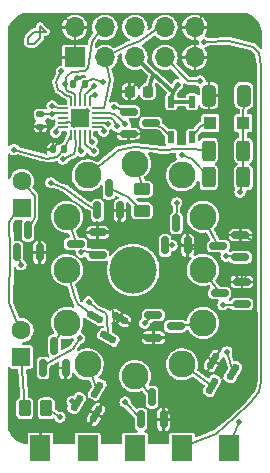
<source format=gbr>
%TF.GenerationSoftware,KiCad,Pcbnew,(6.0.0)*%
%TF.CreationDate,2023-04-30T17:40:05-04:00*%
%TF.ProjectId,nixitest1,6e697869-7465-4737-9431-2e6b69636164,rev?*%
%TF.SameCoordinates,Original*%
%TF.FileFunction,Copper,L1,Top*%
%TF.FilePolarity,Positive*%
%FSLAX46Y46*%
G04 Gerber Fmt 4.6, Leading zero omitted, Abs format (unit mm)*
G04 Created by KiCad (PCBNEW (6.0.0)) date 2023-04-30 17:40:05*
%MOMM*%
%LPD*%
G01*
G04 APERTURE LIST*
G04 Aperture macros list*
%AMRoundRect*
0 Rectangle with rounded corners*
0 $1 Rounding radius*
0 $2 $3 $4 $5 $6 $7 $8 $9 X,Y pos of 4 corners*
0 Add a 4 corners polygon primitive as box body*
4,1,4,$2,$3,$4,$5,$6,$7,$8,$9,$2,$3,0*
0 Add four circle primitives for the rounded corners*
1,1,$1+$1,$2,$3*
1,1,$1+$1,$4,$5*
1,1,$1+$1,$6,$7*
1,1,$1+$1,$8,$9*
0 Add four rect primitives between the rounded corners*
20,1,$1+$1,$2,$3,$4,$5,0*
20,1,$1+$1,$4,$5,$6,$7,0*
20,1,$1+$1,$6,$7,$8,$9,0*
20,1,$1+$1,$8,$9,$2,$3,0*%
G04 Aperture macros list end*
%TA.AperFunction,WasherPad*%
%ADD10C,4.000000*%
%TD*%
%TA.AperFunction,ComponentPad*%
%ADD11C,2.280000*%
%TD*%
%TA.AperFunction,ComponentPad*%
%ADD12R,1.750000X2.250000*%
%TD*%
%TA.AperFunction,SMDPad,CuDef*%
%ADD13RoundRect,0.150000X0.587500X0.150000X-0.587500X0.150000X-0.587500X-0.150000X0.587500X-0.150000X0*%
%TD*%
%TA.AperFunction,SMDPad,CuDef*%
%ADD14RoundRect,0.150000X0.150000X-0.587500X0.150000X0.587500X-0.150000X0.587500X-0.150000X-0.587500X0*%
%TD*%
%TA.AperFunction,SMDPad,CuDef*%
%ADD15RoundRect,0.055000X-0.220000X0.445000X-0.220000X-0.445000X0.220000X-0.445000X0.220000X0.445000X0*%
%TD*%
%TA.AperFunction,SMDPad,CuDef*%
%ADD16RoundRect,0.050000X-0.375000X-0.050000X0.375000X-0.050000X0.375000X0.050000X-0.375000X0.050000X0*%
%TD*%
%TA.AperFunction,SMDPad,CuDef*%
%ADD17RoundRect,0.050000X-0.050000X-0.375000X0.050000X-0.375000X0.050000X0.375000X-0.050000X0.375000X0*%
%TD*%
%TA.AperFunction,SMDPad,CuDef*%
%ADD18R,1.650000X1.650000*%
%TD*%
%TA.AperFunction,SMDPad,CuDef*%
%ADD19RoundRect,0.250000X0.325000X0.650000X-0.325000X0.650000X-0.325000X-0.650000X0.325000X-0.650000X0*%
%TD*%
%TA.AperFunction,SMDPad,CuDef*%
%ADD20RoundRect,0.150000X-0.587500X-0.150000X0.587500X-0.150000X0.587500X0.150000X-0.587500X0.150000X0*%
%TD*%
%TA.AperFunction,SMDPad,CuDef*%
%ADD21RoundRect,0.135000X0.185000X-0.135000X0.185000X0.135000X-0.185000X0.135000X-0.185000X-0.135000X0*%
%TD*%
%TA.AperFunction,SMDPad,CuDef*%
%ADD22RoundRect,0.135000X-0.135000X-0.185000X0.135000X-0.185000X0.135000X0.185000X-0.135000X0.185000X0*%
%TD*%
%TA.AperFunction,SMDPad,CuDef*%
%ADD23RoundRect,0.250000X-0.450000X0.262500X-0.450000X-0.262500X0.450000X-0.262500X0.450000X0.262500X0*%
%TD*%
%TA.AperFunction,SMDPad,CuDef*%
%ADD24RoundRect,0.250000X-0.312500X-0.625000X0.312500X-0.625000X0.312500X0.625000X-0.312500X0.625000X0*%
%TD*%
%TA.AperFunction,ComponentPad*%
%ADD25RoundRect,0.160000X0.640000X-0.640000X0.640000X0.640000X-0.640000X0.640000X-0.640000X-0.640000X0*%
%TD*%
%TA.AperFunction,ComponentPad*%
%ADD26C,1.600000*%
%TD*%
%TA.AperFunction,SMDPad,CuDef*%
%ADD27RoundRect,0.150000X0.163846X0.583790X-0.423654X-0.433790X-0.163846X-0.583790X0.423654X0.433790X0*%
%TD*%
%TA.AperFunction,ComponentPad*%
%ADD28R,1.700000X1.700000*%
%TD*%
%TA.AperFunction,ComponentPad*%
%ADD29O,1.700000X1.700000*%
%TD*%
%TA.AperFunction,SMDPad,CuDef*%
%ADD30RoundRect,0.250000X0.262500X0.450000X-0.262500X0.450000X-0.262500X-0.450000X0.262500X-0.450000X0*%
%TD*%
%TA.AperFunction,SMDPad,CuDef*%
%ADD31RoundRect,0.225000X0.225000X0.250000X-0.225000X0.250000X-0.225000X-0.250000X0.225000X-0.250000X0*%
%TD*%
%TA.AperFunction,SMDPad,CuDef*%
%ADD32RoundRect,0.150000X-0.163846X-0.583790X0.423654X0.433790X0.163846X0.583790X-0.423654X-0.433790X0*%
%TD*%
%TA.AperFunction,SMDPad,CuDef*%
%ADD33RoundRect,0.150000X0.583790X-0.163846X-0.433790X0.423654X-0.583790X0.163846X0.433790X-0.423654X0*%
%TD*%
%TA.AperFunction,SMDPad,CuDef*%
%ADD34RoundRect,0.250000X0.312500X0.625000X-0.312500X0.625000X-0.312500X-0.625000X0.312500X-0.625000X0*%
%TD*%
%TA.AperFunction,SMDPad,CuDef*%
%ADD35R,1.100000X1.100000*%
%TD*%
%TA.AperFunction,SMDPad,CuDef*%
%ADD36RoundRect,0.140000X0.140000X0.170000X-0.140000X0.170000X-0.140000X-0.170000X0.140000X-0.170000X0*%
%TD*%
%TA.AperFunction,ViaPad*%
%ADD37C,0.500000*%
%TD*%
%TA.AperFunction,Conductor*%
%ADD38C,0.200000*%
%TD*%
%TA.AperFunction,Conductor*%
%ADD39C,0.300000*%
%TD*%
G04 APERTURE END LIST*
D10*
%TO.P,U2,*%
%TO.N,*%
X89850000Y-80020000D03*
D11*
%TO.P,U2,1,A*%
%TO.N,ANODE*%
X86000000Y-72000000D03*
%TO.P,U2,2,K0*%
%TO.N,CATH0*%
X84250000Y-75500000D03*
%TO.P,U2,3,K9*%
%TO.N,CATH1*%
X84250000Y-80000000D03*
X84250000Y-80000000D03*
%TO.P,U2,4,K8*%
%TO.N,CATH2*%
X84250000Y-84500000D03*
%TO.P,U2,5,K7*%
%TO.N,CATH3*%
X86000000Y-88000000D03*
%TO.P,U2,6,K6*%
%TO.N,CATH4*%
X90000000Y-89000000D03*
%TO.P,U2,7,K5*%
%TO.N,CATH5*%
X94000000Y-88000000D03*
%TO.P,U2,8,K4*%
%TO.N,CATH6*%
X95750000Y-84500000D03*
%TO.P,U2,9,K3*%
%TO.N,CATH7*%
X95750000Y-80000000D03*
%TO.P,U2,10,K2*%
%TO.N,CATH8*%
X95750000Y-75500000D03*
%TO.P,U2,11,K1*%
%TO.N,CATH9*%
X94000000Y-72000000D03*
%TO.P,U2,12,Kd*%
%TO.N,CATHDOT*%
X90000000Y-71000000D03*
%TD*%
D12*
%TO.P,J6,1,Pin_1*%
%TO.N,UTX*%
X98000000Y-95125000D03*
%TD*%
D13*
%TO.P,Q5,1,G*%
%TO.N,DIG_7*%
X99057500Y-82920000D03*
%TO.P,Q5,2,S*%
%TO.N,GND*%
X99057500Y-81020000D03*
%TO.P,Q5,3,D*%
%TO.N,CATH7*%
X97182500Y-81970000D03*
%TD*%
D14*
%TO.P,Q9,1,G*%
%TO.N,DIG_9*%
X92560000Y-77927500D03*
%TO.P,Q9,2,S*%
%TO.N,GND*%
X94460000Y-77927500D03*
%TO.P,Q9,3,D*%
%TO.N,CATH9*%
X93510000Y-76052500D03*
%TD*%
%TO.P,Q12,1,G*%
%TO.N,DIG_DOT*%
X86830000Y-74967500D03*
%TO.P,Q12,2,S*%
%TO.N,GND*%
X88730000Y-74967500D03*
%TO.P,Q12,3,D*%
%TO.N,Net-(Q12-Pad3)*%
X87780000Y-73092500D03*
%TD*%
%TO.P,Q13,1,G*%
%TO.N,DIG_AUX*%
X80020000Y-78527500D03*
%TO.P,Q13,2,S*%
%TO.N,GND*%
X81920000Y-78527500D03*
%TO.P,Q13,3,D*%
%TO.N,CATHAUX*%
X80970000Y-76652500D03*
%TD*%
%TO.P,Q6,1,G*%
%TO.N,DIG_2*%
X82230000Y-88307500D03*
%TO.P,Q6,2,S*%
%TO.N,GND*%
X84130000Y-88307500D03*
%TO.P,Q6,3,D*%
%TO.N,CATH2*%
X83180000Y-86432500D03*
%TD*%
D15*
%TO.P,T1,1*%
%TO.N,+5V*%
X93070000Y-65790000D03*
%TO.P,T1,2*%
X94840000Y-65790000D03*
%TO.P,T1,3*%
%TO.N,Net-(D1-Pad2)*%
X94840000Y-68790000D03*
%TO.P,T1,4*%
%TO.N,Net-(Q1-Pad3)*%
X93070000Y-68790000D03*
%TD*%
D16*
%TO.P,U1,1,PD7/NRST/T2CH4/OPP1/UCK*%
%TO.N,DIG_AUX*%
X83909999Y-66340000D03*
%TO.P,U1,2,PA1/OSCI/A1/T1CH2/OPN0*%
%TO.N,HVCTL*%
X83909999Y-66740000D03*
%TO.P,U1,3,PA2/OSCO/A0/T1CH2N/OPP0/AETR2*%
%TO.N,unconnected-(U1-Pad3)*%
X83909999Y-67140000D03*
%TO.P,U1,4,VSS*%
%TO.N,GND*%
X83909999Y-67540000D03*
%TO.P,U1,5,PD0/T1CH1N/OPN1/SDA/UTX*%
%TO.N,DIG_DOT*%
X83909999Y-67940000D03*
D17*
%TO.P,U1,6,VDD*%
%TO.N,+5V*%
X84559999Y-68590000D03*
%TO.P,U1,7,PC0/T2CH3/UTX/NSS/T1CH3*%
%TO.N,DIG_0*%
X84959999Y-68590000D03*
%TO.P,U1,8,PC1/SDA/NSS/T2CH4/T2CH1ETR/T1BKIN/URX*%
%TO.N,DIG_1*%
X85359999Y-68590000D03*
%TO.P,U1,9,PC2/SCL/URTS/T1BKIN/AETR/T2CH2/T1ETR*%
%TO.N,DIG_2*%
X85759999Y-68590000D03*
%TO.P,U1,10,PC3/T1CH3/T1CHIN/UCTS*%
%TO.N,DIG_3*%
X86159999Y-68590000D03*
D16*
%TO.P,U1,11,PC4/A2/T1CH4/MCO/T1CH1CH2N*%
%TO.N,DIG_4*%
X86809999Y-67940000D03*
%TO.P,U1,12,PC5/SCK/T1ETR/T2CH1ETR/SCL/UCK/T1CH3*%
%TO.N,DIG_5*%
X86809999Y-67540000D03*
%TO.P,U1,13,PC6/MOSI/T1CH1CH3/UCTS/SDA*%
%TO.N,DIG_6*%
X86809999Y-67140000D03*
%TO.P,U1,14,PC7/MISO/T1CH2/T2CH2/URTS*%
%TO.N,DIG_7*%
X86809999Y-66740000D03*
%TO.P,U1,15,PD1/SWIO/AETR/T1CH3/SCL/URX*%
%TO.N,PGM*%
X86809999Y-66340000D03*
D17*
%TO.P,U1,16,PD2/A3/T1CH1/T2CH3/T1CH2N*%
%TO.N,DIG_8*%
X86159999Y-65690000D03*
%TO.P,U1,17,PD3/A4/T2CH2/AETR/UCTS/T1CH4*%
%TO.N,DIG_9*%
X85759999Y-65690000D03*
%TO.P,U1,18,PD4/A7/UCK/T2CH1ETR/OPO/T1CH4ETR*%
%TO.N,HVVMON*%
X85359999Y-65690000D03*
%TO.P,U1,19,PD5/A5/UTX/T2CH4/URX*%
%TO.N,URX*%
X84959999Y-65690000D03*
%TO.P,U1,20,PD6/A7/URX/T2CH3/UTX*%
%TO.N,UTX*%
X84559999Y-65690000D03*
D18*
%TO.P,U1,21,GND*%
%TO.N,GND*%
X85359999Y-67140000D03*
%TD*%
D19*
%TO.P,C1,1*%
%TO.N,HV*%
X99225000Y-65250000D03*
%TO.P,C1,2*%
%TO.N,GND*%
X96275000Y-65250000D03*
%TD*%
D20*
%TO.P,Q4,1,G*%
%TO.N,DIG_6*%
X91562500Y-83840000D03*
%TO.P,Q4,2,S*%
%TO.N,GND*%
X91562500Y-85740000D03*
%TO.P,Q4,3,D*%
%TO.N,CATH6*%
X93437500Y-84790000D03*
%TD*%
D21*
%TO.P,R1,1*%
%TO.N,GND*%
X82000000Y-67870000D03*
%TO.P,R1,2*%
%TO.N,HVCTL*%
X82000000Y-66850000D03*
%TD*%
D13*
%TO.P,Q2,1,G*%
%TO.N,DIG_0*%
X86847500Y-78740000D03*
%TO.P,Q2,2,S*%
%TO.N,GND*%
X86847500Y-76840000D03*
%TO.P,Q2,3,D*%
%TO.N,CATH0*%
X84972500Y-77790000D03*
%TD*%
D20*
%TO.P,Q1,1,G*%
%TO.N,HVCTL*%
X89462500Y-66600000D03*
%TO.P,Q1,2,S*%
%TO.N,GND*%
X89462500Y-68500000D03*
%TO.P,Q1,3,D*%
%TO.N,Net-(Q1-Pad3)*%
X91337500Y-67550000D03*
%TD*%
D22*
%TO.P,R3,1*%
%TO.N,GND*%
X84780000Y-64300000D03*
%TO.P,R3,2*%
%TO.N,HVVMON*%
X85800000Y-64300000D03*
%TD*%
D12*
%TO.P,J5,1,Pin_1*%
%TO.N,PGM*%
X94000000Y-95125000D03*
%TD*%
D23*
%TO.P,R6,1*%
%TO.N,CATHDOT*%
X90590000Y-73177500D03*
%TO.P,R6,2*%
%TO.N,Net-(Q12-Pad3)*%
X90590000Y-75002500D03*
%TD*%
D12*
%TO.P,J3,1,Pin_1*%
%TO.N,+5V*%
X90000000Y-95125000D03*
%TD*%
D24*
%TO.P,R2,1*%
%TO.N,HVVMON*%
X96257500Y-72180000D03*
%TO.P,R2,2*%
%TO.N,HV*%
X99182500Y-72180000D03*
%TD*%
D25*
%TO.P,NE1,1*%
%TO.N,Net-(NE1-Pad1)*%
X80390000Y-87370000D03*
D26*
%TO.P,NE1,2*%
%TO.N,Net-(NE1-Pad2)*%
X80390000Y-85120000D03*
%TD*%
D14*
%TO.P,Q10,1,G*%
%TO.N,DIG_4*%
X90520000Y-92667500D03*
%TO.P,Q10,2,S*%
%TO.N,GND*%
X92420000Y-92667500D03*
%TO.P,Q10,3,D*%
%TO.N,CATH4*%
X91470000Y-90792500D03*
%TD*%
D27*
%TO.P,Q11,1,G*%
%TO.N,DIG_5*%
X98291474Y-88663101D03*
%TO.P,Q11,2,S*%
%TO.N,GND*%
X96646026Y-87713101D03*
%TO.P,Q11,3,D*%
%TO.N,CATH5*%
X96531250Y-89811899D03*
%TD*%
D25*
%TO.P,NE2,1*%
%TO.N,Net-(NE1-Pad2)*%
X80430000Y-74735000D03*
D26*
%TO.P,NE2,2*%
%TO.N,CATHAUX*%
X80430000Y-72485000D03*
%TD*%
D12*
%TO.P,J4,1,Pin_1*%
%TO.N,URX*%
X86000000Y-95125000D03*
%TD*%
%TO.P,J2,1,Pin_1*%
%TO.N,GND*%
X82000000Y-95125000D03*
%TD*%
D28*
%TO.P,J1,1,Pin_1*%
%TO.N,GND*%
X84910000Y-62020000D03*
D29*
%TO.P,J1,2,Pin_2*%
X84910000Y-59480000D03*
%TO.P,J1,3,Pin_3*%
%TO.N,PGM*%
X87450000Y-62020000D03*
%TO.P,J1,4,Pin_4*%
%TO.N,URX*%
X87450000Y-59480000D03*
%TO.P,J1,5,Pin_5*%
%TO.N,+5V*%
X89990000Y-62020000D03*
%TO.P,J1,6,Pin_6*%
X89990000Y-59480000D03*
%TO.P,J1,7,Pin_7*%
%TO.N,UTX*%
X92530000Y-62020000D03*
%TO.P,J1,8,Pin_8*%
%TO.N,PGM*%
X92530000Y-59480000D03*
%TO.P,J1,9,Pin_9*%
%TO.N,GND*%
X95070000Y-62020000D03*
%TO.P,J1,10,Pin_10*%
X95070000Y-59480000D03*
%TD*%
D30*
%TO.P,R5,1*%
%TO.N,HV*%
X82492500Y-91730000D03*
%TO.P,R5,2*%
%TO.N,Net-(NE1-Pad1)*%
X80667500Y-91730000D03*
%TD*%
D31*
%TO.P,C2,1*%
%TO.N,+5V*%
X91115000Y-64910000D03*
%TO.P,C2,2*%
%TO.N,GND*%
X89565000Y-64910000D03*
%TD*%
D13*
%TO.P,Q8,1,G*%
%TO.N,DIG_8*%
X98937500Y-78950000D03*
%TO.P,Q8,2,S*%
%TO.N,GND*%
X98937500Y-77050000D03*
%TO.P,Q8,3,D*%
%TO.N,CATH8*%
X97062500Y-78000000D03*
%TD*%
D32*
%TO.P,Q7,1,G*%
%TO.N,DIG_3*%
X85058526Y-91286899D03*
%TO.P,Q7,2,S*%
%TO.N,GND*%
X86703974Y-92236899D03*
%TO.P,Q7,3,D*%
%TO.N,CATH3*%
X86818750Y-90138101D03*
%TD*%
D33*
%TO.P,Q3,1,G*%
%TO.N,DIG_1*%
X87746899Y-85731474D03*
%TO.P,Q3,2,S*%
%TO.N,GND*%
X88696899Y-84086026D03*
%TO.P,Q3,3,D*%
%TO.N,CATH1*%
X86598101Y-83971250D03*
%TD*%
D34*
%TO.P,R4,1*%
%TO.N,HV*%
X99182500Y-69910000D03*
%TO.P,R4,2*%
%TO.N,ANODE*%
X96257500Y-69910000D03*
%TD*%
D35*
%TO.P,D1,1,K*%
%TO.N,HV*%
X99180000Y-67600000D03*
%TO.P,D1,2,A*%
%TO.N,Net-(D1-Pad2)*%
X96380000Y-67600000D03*
%TD*%
D36*
%TO.P,C3,1*%
%TO.N,+5V*%
X84030000Y-69800000D03*
%TO.P,C3,2*%
%TO.N,GND*%
X83070000Y-69800000D03*
%TD*%
D37*
%TO.N,GND*%
X82125000Y-80250000D03*
X88575000Y-82300000D03*
X88720000Y-62380000D03*
X97270000Y-88300000D03*
X84975000Y-89425000D03*
X82570000Y-63610000D03*
X81000000Y-78375000D03*
X92030000Y-68440000D03*
X88420000Y-93150000D03*
X90113482Y-76523482D03*
X89040000Y-60480000D03*
X99410000Y-78010000D03*
X86300000Y-85100000D03*
X80840000Y-58550000D03*
X97510000Y-66580000D03*
X83840000Y-65660000D03*
X84070000Y-82770000D03*
X94625000Y-90125000D03*
X83930000Y-81600000D03*
X87650000Y-90410000D03*
X90340000Y-63850000D03*
X88770000Y-77570000D03*
X94650000Y-73740000D03*
X98440000Y-90780000D03*
X88650000Y-89900000D03*
X92210000Y-64930000D03*
X82375000Y-85525000D03*
X79920000Y-89230000D03*
X99610000Y-75170000D03*
X84240000Y-86150000D03*
X86750000Y-76120000D03*
X84730000Y-93340000D03*
X97300000Y-80875000D03*
X92200000Y-86730000D03*
X92960000Y-81330000D03*
X97500000Y-64500000D03*
X79610000Y-59700000D03*
X99510000Y-86480000D03*
X92160000Y-75200000D03*
X88700000Y-58780000D03*
X99490000Y-62320000D03*
X99420000Y-82030000D03*
X97930000Y-71140000D03*
X92770000Y-63490000D03*
X85090000Y-63800000D03*
X91420000Y-66640000D03*
X96920000Y-86040000D03*
X93940000Y-65180000D03*
X93800000Y-60200000D03*
X83390000Y-59990000D03*
X85950000Y-66550000D03*
X82660000Y-65380000D03*
X84800000Y-67700000D03*
X99470000Y-79830000D03*
X86600000Y-73600000D03*
X91280000Y-58830000D03*
X100440000Y-59970000D03*
X89050000Y-85630000D03*
X91270000Y-60970000D03*
X97210000Y-74600000D03*
X83775000Y-68950000D03*
X80525000Y-94350000D03*
X80125000Y-71125000D03*
X93900000Y-69180000D03*
X83500000Y-90225000D03*
X81510000Y-69290000D03*
X84100000Y-73825000D03*
X93180000Y-79440000D03*
X81500000Y-61810000D03*
X86160000Y-58560000D03*
X93800000Y-61600000D03*
X79550000Y-93150000D03*
X93000000Y-92000000D03*
X79520000Y-68070000D03*
X90625000Y-91375000D03*
X91500000Y-92625000D03*
X99480000Y-83830000D03*
X99110000Y-58530000D03*
X81500000Y-71500000D03*
X82160000Y-90150000D03*
%TO.N,HVCTL*%
X88225000Y-66225000D03*
X83020000Y-66810000D03*
%TO.N,DIG_0*%
X83925000Y-70650000D03*
X85450000Y-78510000D03*
%TO.N,DIG_1*%
X86075000Y-82725000D03*
X85425000Y-69975000D03*
%TO.N,DIG_6*%
X88470000Y-67850000D03*
X90830000Y-84510000D03*
%TO.N,DIG_7*%
X97450000Y-82950000D03*
X89200000Y-67675000D03*
%TO.N,DIG_2*%
X85320000Y-85800000D03*
X86500000Y-69960000D03*
%TO.N,DIG_3*%
X86375000Y-69150000D03*
X84680000Y-91150000D03*
%TO.N,DIG_8*%
X86650000Y-65200000D03*
X97710714Y-78839286D03*
%TO.N,DIG_9*%
X86500000Y-64425000D03*
X93140000Y-77940000D03*
%TO.N,CATH9*%
X93540000Y-74320000D03*
%TO.N,DIG_4*%
X89164031Y-91185969D03*
X87350000Y-68250000D03*
%TO.N,DIG_5*%
X97780000Y-86930000D03*
X87725000Y-67675000D03*
%TO.N,DIG_DOT*%
X83275000Y-68350000D03*
X82879536Y-72630464D03*
%TO.N,DIG_AUX*%
X80350000Y-79580000D03*
X82980000Y-66130000D03*
%TO.N,HVVMON*%
X87310000Y-64140000D03*
X93960000Y-70310000D03*
%TO.N,HV*%
X98890000Y-73420000D03*
X83650000Y-92470000D03*
%TO.N,+5V*%
X79750000Y-69820000D03*
X93610000Y-64320000D03*
%TO.N,PGM*%
X95860000Y-60700000D03*
%TO.N,URX*%
X84090000Y-64300000D03*
%TO.N,UTX*%
X83770000Y-63190000D03*
X95500000Y-64000000D03*
X98840000Y-92900000D03*
%TD*%
D38*
%TO.N,*%
X80970000Y-60860000D02*
X80970000Y-60360000D01*
X81970000Y-59360000D02*
X81970000Y-60360000D01*
X81970000Y-60360000D02*
X81470000Y-60860000D01*
X81470000Y-59860000D02*
X82470000Y-59860000D01*
X80970000Y-60360000D02*
X81470000Y-59860000D01*
X81470000Y-60860000D02*
X80970000Y-60860000D01*
X82470000Y-59860000D02*
X81970000Y-59360000D01*
%TO.N,GND*%
X91307459Y-58332541D02*
X91280000Y-58830000D01*
X84550000Y-72900000D02*
X85500000Y-73550000D01*
X88625000Y-69225000D02*
X89925000Y-69125000D01*
X88440000Y-76710000D02*
X88730000Y-74967500D01*
X81575000Y-70800000D02*
X82600000Y-70975000D01*
X92002500Y-85740000D02*
X88287500Y-84990000D01*
X85500000Y-73550000D02*
X86600000Y-73600000D01*
X97610000Y-79510000D02*
X99057500Y-81020000D01*
X84080000Y-73920000D02*
X83520000Y-73280000D01*
X83770000Y-58320000D02*
X84910000Y-59480000D01*
X81925000Y-73025000D02*
X81750000Y-72625000D01*
X82475000Y-71875000D02*
X83600000Y-72225000D01*
X81500000Y-71500000D02*
X81728571Y-72003571D01*
X83600000Y-72225000D02*
X84550000Y-72900000D01*
X86807500Y-81450000D02*
X87980000Y-82510000D01*
X81920000Y-78527500D02*
X83290000Y-78600000D01*
X80125000Y-71125000D02*
X81575000Y-70800000D01*
X83975800Y-78475800D02*
X84925000Y-78725000D01*
X86750000Y-76120000D02*
X85975000Y-75750000D01*
X82600000Y-70975000D02*
X83950000Y-71175000D01*
X86900000Y-70400000D02*
X87575000Y-69775000D01*
X91307459Y-58332541D02*
X88801628Y-58328372D01*
X87980000Y-82510000D02*
X88287500Y-84990000D01*
X84925000Y-78725000D02*
X85525000Y-79225000D01*
X83290000Y-78600000D02*
X83975800Y-78475800D01*
X95085000Y-61650000D02*
X95085000Y-59110000D01*
X85250000Y-74475000D02*
X84875000Y-74225000D01*
X84790000Y-64075000D02*
X85090000Y-63800000D01*
X85975000Y-75750000D02*
X85600000Y-74925000D01*
X93770000Y-85880000D02*
X92002500Y-85740000D01*
X86887500Y-76720000D02*
X88440000Y-76710000D01*
X99930000Y-77470000D02*
X98937500Y-77050000D01*
X91670000Y-76350000D02*
X93050000Y-77020000D01*
X89565000Y-64910000D02*
X90340000Y-63850000D01*
X90113482Y-76523482D02*
X91670000Y-76350000D01*
X88440000Y-76710000D02*
X90113482Y-76523482D01*
X89925000Y-69125000D02*
X92030000Y-68440000D01*
X84875000Y-74225000D02*
X84080000Y-73920000D01*
X87575000Y-69775000D02*
X88625000Y-69225000D01*
X86525000Y-70525000D02*
X86900000Y-70400000D01*
X88700000Y-58780000D02*
X88801628Y-58328372D01*
X96500000Y-78720000D02*
X97610000Y-79510000D01*
X88801628Y-58328372D02*
X83770000Y-58320000D01*
X84800000Y-67700000D02*
X84425000Y-67525000D01*
X84080000Y-73920000D02*
X82900000Y-74450000D01*
X95946026Y-87233101D02*
X93770000Y-85880000D01*
X100100000Y-79600000D02*
X99930000Y-77470000D01*
X99057500Y-81020000D02*
X100100000Y-79600000D01*
X81750000Y-72625000D02*
X81875000Y-72250000D01*
X93050000Y-77020000D02*
X93950000Y-77937500D01*
X81900000Y-71875000D02*
X82475000Y-71875000D01*
X85525000Y-79225000D02*
X86807500Y-81450000D01*
X93950000Y-77937500D02*
X96500000Y-78720000D01*
X95790000Y-58340000D02*
X91307459Y-58332541D01*
X85359999Y-67140000D02*
X85950000Y-66550000D01*
X83520000Y-73280000D02*
X81925000Y-73025000D01*
X81728571Y-72003571D02*
X81900000Y-71875000D01*
X82760000Y-75320000D02*
X82910000Y-75960000D01*
X84425000Y-67525000D02*
X83909999Y-67540000D01*
X85350000Y-70600000D02*
X86100000Y-70375000D01*
X95070000Y-59480000D02*
X95790000Y-58340000D01*
X81875000Y-72250000D02*
X81728571Y-72003571D01*
X84350000Y-71075000D02*
X85350000Y-70600000D01*
X82900000Y-74450000D02*
X82760000Y-75320000D01*
X82910000Y-75960000D02*
X83975800Y-78475800D01*
X85600000Y-74925000D02*
X85250000Y-74475000D01*
X86100000Y-70375000D02*
X86525000Y-70525000D01*
X83070000Y-69800000D02*
X83775000Y-68950000D01*
X83950000Y-71175000D02*
X84350000Y-71075000D01*
%TO.N,Net-(D1-Pad2)*%
X94840000Y-68790000D02*
X95570000Y-67820000D01*
X95570000Y-67820000D02*
X96380000Y-67600000D01*
%TO.N,HVCTL*%
X88225000Y-66225000D02*
X89462500Y-66600000D01*
X82000000Y-66850000D02*
X83020000Y-66810000D01*
X83410000Y-66740000D02*
X83020000Y-66810000D01*
X83909999Y-66740000D02*
X83410000Y-66740000D01*
%TO.N,Net-(Q1-Pad3)*%
X92640000Y-68310000D02*
X93070000Y-68790000D01*
X92310000Y-67960000D02*
X92640000Y-68310000D01*
X91337500Y-67550000D02*
X92310000Y-67960000D01*
%TO.N,DIG_0*%
X85660000Y-78420000D02*
X86887500Y-78620000D01*
X84825000Y-70200000D02*
X84975000Y-69425000D01*
X85450000Y-78510000D02*
X85660000Y-78420000D01*
X83925000Y-70650000D02*
X84825000Y-70200000D01*
X84975000Y-69425000D02*
X84959999Y-68590000D01*
%TO.N,CATH0*%
X85012500Y-77670000D02*
X84250000Y-75500000D01*
%TO.N,DIG_1*%
X86807500Y-83350000D02*
X87560000Y-83660000D01*
X85375000Y-69375000D02*
X85359999Y-68590000D01*
X87670000Y-83980000D02*
X87746899Y-85731474D01*
X87560000Y-83660000D02*
X87670000Y-83980000D01*
X85300000Y-69950000D02*
X85375000Y-69375000D01*
X86075000Y-82725000D02*
X86807500Y-83350000D01*
X85425000Y-69975000D02*
X85300000Y-69950000D01*
%TO.N,CATH1*%
X85140000Y-82910000D02*
X84932500Y-82400000D01*
X86598101Y-83971250D02*
X85140000Y-82910000D01*
X84932500Y-82400000D02*
X84250000Y-80000000D01*
%TO.N,DIG_6*%
X87860000Y-67140000D02*
X88140000Y-67240000D01*
X86809999Y-67140000D02*
X87860000Y-67140000D01*
X88140000Y-67240000D02*
X88470000Y-67850000D01*
X90830000Y-84510000D02*
X91562500Y-83840000D01*
%TO.N,CATH6*%
X93437500Y-84790000D02*
X95750000Y-84500000D01*
%TO.N,DIG_7*%
X88250000Y-66800000D02*
X88650000Y-67175000D01*
X87725000Y-66700000D02*
X88250000Y-66800000D01*
X88650000Y-67175000D02*
X89200000Y-67675000D01*
X86809999Y-66740000D02*
X87725000Y-66700000D01*
X97450000Y-82950000D02*
X99057500Y-82920000D01*
%TO.N,CATH7*%
X95750000Y-80000000D02*
X97182500Y-81970000D01*
%TO.N,DIG_2*%
X85950000Y-69550000D02*
X85775000Y-69375000D01*
X85320000Y-85800000D02*
X84720000Y-86680000D01*
X86500000Y-69960000D02*
X85950000Y-69550000D01*
X85775000Y-69375000D02*
X85759999Y-68590000D01*
X84720000Y-86680000D02*
X83030000Y-87660000D01*
X83030000Y-87660000D02*
X82090000Y-88267500D01*
%TO.N,CATH2*%
X83040000Y-86392500D02*
X84250000Y-84500000D01*
%TO.N,DIG_3*%
X84680000Y-91150000D02*
X85058526Y-91286899D01*
X86175000Y-69200000D02*
X86159999Y-68590000D01*
X86375000Y-69150000D02*
X86175000Y-69200000D01*
%TO.N,CATH3*%
X86818750Y-90138101D02*
X86000000Y-88000000D01*
%TO.N,DIG_8*%
X86170000Y-65260000D02*
X86159999Y-65690000D01*
X86650000Y-65200000D02*
X86170000Y-65260000D01*
X97710714Y-78839286D02*
X98937500Y-78950000D01*
%TO.N,CATH8*%
X95750000Y-75500000D02*
X97062500Y-78000000D01*
%TO.N,DIG_9*%
X93140000Y-77940000D02*
X92560000Y-77927500D01*
X85930000Y-65000000D02*
X86120000Y-64850000D01*
X85750000Y-65150000D02*
X85930000Y-65000000D01*
X86310000Y-64680000D02*
X86500000Y-64425000D01*
X85759999Y-65690000D02*
X85750000Y-65150000D01*
X86120000Y-64850000D02*
X86310000Y-64680000D01*
%TO.N,CATH9*%
X93510000Y-76052500D02*
X93540000Y-74320000D01*
%TO.N,DIG_4*%
X89164031Y-91185969D02*
X90520000Y-92667500D01*
X86809999Y-67940000D02*
X87275000Y-67950000D01*
X87275000Y-67950000D02*
X87350000Y-68250000D01*
%TO.N,CATH4*%
X91470000Y-90792500D02*
X90000000Y-89000000D01*
%TO.N,DIG_5*%
X97780000Y-86930000D02*
X98291474Y-88663101D01*
X87325000Y-67550000D02*
X87725000Y-67675000D01*
X86809999Y-67540000D02*
X87325000Y-67550000D01*
%TO.N,CATH5*%
X95831250Y-89331899D02*
X96531250Y-89811899D01*
X94000000Y-88000000D02*
X95831250Y-89331899D01*
%TO.N,DIG_DOT*%
X85850000Y-74450000D02*
X86510000Y-74820000D01*
X83975000Y-73075000D02*
X85850000Y-74450000D01*
X86510000Y-74820000D02*
X86830000Y-74967500D01*
X82879536Y-72630464D02*
X83975000Y-73075000D01*
X83275000Y-68350000D02*
X83475000Y-67950000D01*
X83475000Y-67950000D02*
X83909999Y-67940000D01*
%TO.N,CATHDOT*%
X90710000Y-73027500D02*
X90000000Y-71000000D01*
%TO.N,DIG_AUX*%
X80350000Y-79580000D02*
X80020000Y-78527500D01*
X83909999Y-66340000D02*
X83530000Y-66340000D01*
X83530000Y-66340000D02*
X82980000Y-66130000D01*
%TO.N,CATHAUX*%
X80970000Y-76652500D02*
X81500000Y-75520000D01*
X81500000Y-75520000D02*
X81500000Y-73750000D01*
X81500000Y-73750000D02*
X80260000Y-72350000D01*
%TO.N,HVVMON*%
X94790000Y-70620000D02*
X96247500Y-72120000D01*
X86475000Y-63850000D02*
X85810000Y-64075000D01*
X87310000Y-64140000D02*
X86475000Y-63850000D01*
X85500000Y-64525000D02*
X85375000Y-65100000D01*
X85810000Y-64075000D02*
X85500000Y-64525000D01*
X93960000Y-70310000D02*
X94790000Y-70620000D01*
X85375000Y-65100000D02*
X85359999Y-65690000D01*
%TO.N,ANODE*%
X88625000Y-69825000D02*
X89970000Y-69580000D01*
X94290000Y-69760000D02*
X93620000Y-69780000D01*
X86000000Y-72000000D02*
X88625000Y-69825000D01*
X89970000Y-69580000D02*
X92340000Y-69860000D01*
X93620000Y-69780000D02*
X92340000Y-69860000D01*
X96237500Y-69820000D02*
X94290000Y-69760000D01*
%TO.N,HV*%
X99172500Y-72120000D02*
X99162500Y-69820000D01*
X99162500Y-69820000D02*
X99180000Y-67600000D01*
X99180000Y-67600000D02*
X99225000Y-65250000D01*
X82492500Y-91730000D02*
X83650000Y-92470000D01*
X98890000Y-73420000D02*
X99182500Y-72180000D01*
%TO.N,Net-(NE1-Pad1)*%
X80667500Y-91730000D02*
X80390000Y-87370000D01*
%TO.N,+5V*%
X79750000Y-69820000D02*
X82575000Y-70600000D01*
X82575000Y-70600000D02*
X83375000Y-70475000D01*
X83375000Y-70475000D02*
X84030000Y-69800000D01*
D39*
X93215000Y-64930000D02*
X93610000Y-64320000D01*
X91556504Y-63433496D02*
X89990000Y-62020000D01*
X93215000Y-64930000D02*
X91556504Y-63433496D01*
X91115000Y-64910000D02*
X91556504Y-63433496D01*
X93070000Y-65790000D02*
X93215000Y-64930000D01*
X94840000Y-65790000D02*
X93070000Y-65790000D01*
D38*
X84559999Y-68590000D02*
X84030000Y-69800000D01*
%TO.N,PGM*%
X95860000Y-60700000D02*
X97950000Y-60630000D01*
X96875000Y-93875000D02*
X94000000Y-95000000D01*
X89290000Y-61050000D02*
X90470000Y-60670000D01*
X100490000Y-61630000D02*
X100660000Y-62730000D01*
X86809999Y-66340000D02*
X87350000Y-66325000D01*
X87350000Y-66325000D02*
X87800000Y-64375000D01*
X98500000Y-92500000D02*
X96875000Y-93875000D01*
X87450000Y-62020000D02*
X89290000Y-61050000D01*
X100500000Y-90375000D02*
X99740000Y-91290000D01*
X87900000Y-63925000D02*
X87450000Y-62020000D01*
X87800000Y-64375000D02*
X87900000Y-63925000D01*
X97950000Y-60630000D02*
X99970000Y-61100000D01*
X99740000Y-91290000D02*
X98500000Y-92500000D01*
X99970000Y-61100000D02*
X100490000Y-61630000D01*
X100660000Y-62730000D02*
X100700000Y-89375000D01*
X100700000Y-89375000D02*
X100500000Y-90375000D01*
X90470000Y-60670000D02*
X92545000Y-59110000D01*
%TO.N,URX*%
X84470000Y-64910000D02*
X84270000Y-64830000D01*
X84130000Y-63730000D02*
X84290000Y-63550000D01*
X86350000Y-60675000D02*
X87465000Y-59110000D01*
X84270000Y-64830000D02*
X84160000Y-64730000D01*
X84650000Y-63275000D02*
X85790000Y-63210000D01*
X84960000Y-65190000D02*
X84730000Y-65020000D01*
X86060000Y-62950000D02*
X86250000Y-61300000D01*
X86250000Y-61300000D02*
X86350000Y-60675000D01*
X84730000Y-65020000D02*
X84470000Y-64910000D01*
X84290000Y-63550000D02*
X84650000Y-63275000D01*
X84959999Y-65690000D02*
X84960000Y-65190000D01*
X84160000Y-64730000D02*
X84130000Y-64330000D01*
X85790000Y-63210000D02*
X86060000Y-62950000D01*
X84130000Y-64330000D02*
X84090000Y-64300000D01*
X84130000Y-64330000D02*
X84130000Y-63730000D01*
%TO.N,UTX*%
X83510000Y-64760000D02*
X83850000Y-64920000D01*
X94500000Y-64000000D02*
X95500000Y-64000000D01*
X84550000Y-65350000D02*
X84559999Y-65690000D01*
X83310000Y-64100000D02*
X83510000Y-64760000D01*
X83850000Y-64920000D02*
X84080000Y-65170000D01*
X84080000Y-65170000D02*
X84550000Y-65350000D01*
X98840000Y-92900000D02*
X98000000Y-95000000D01*
X92530000Y-62020000D02*
X94500000Y-64000000D01*
X83770000Y-63190000D02*
X83310000Y-64100000D01*
%TO.N,Net-(NE1-Pad2)*%
X79330000Y-82820000D02*
X80250000Y-85125000D01*
X79430000Y-78450000D02*
X79330000Y-82820000D01*
X79370000Y-75970000D02*
X79430000Y-78450000D01*
X80260000Y-74600000D02*
X79370000Y-75970000D01*
%TO.N,Net-(Q12-Pad3)*%
X90590000Y-75002500D02*
X89420000Y-73840000D01*
X89420000Y-73840000D02*
X87780000Y-73092500D01*
%TD*%
%TA.AperFunction,Conductor*%
%TO.N,GND*%
G36*
X94868875Y-58240817D02*
G01*
X94908471Y-58295317D01*
X94908471Y-58362683D01*
X94868875Y-58417183D01*
X94835581Y-58433565D01*
X94672348Y-58481607D01*
X94662506Y-58485584D01*
X94486000Y-58577859D01*
X94477118Y-58583671D01*
X94321886Y-58708480D01*
X94314317Y-58715892D01*
X94186282Y-58868478D01*
X94180290Y-58877229D01*
X94084335Y-59051772D01*
X94080155Y-59061523D01*
X94019928Y-59251382D01*
X94017724Y-59261751D01*
X94007506Y-59352843D01*
X94010460Y-59367229D01*
X94012335Y-59368942D01*
X94017230Y-59370000D01*
X96117129Y-59370000D01*
X96131094Y-59365462D01*
X96132826Y-59363078D01*
X96133292Y-59358792D01*
X96125220Y-59276469D01*
X96123159Y-59266060D01*
X96065593Y-59075390D01*
X96061545Y-59065568D01*
X95968044Y-58889720D01*
X95962165Y-58880871D01*
X95836283Y-58726524D01*
X95828807Y-58718997D01*
X95675336Y-58592034D01*
X95666546Y-58586105D01*
X95491333Y-58491367D01*
X95481557Y-58487258D01*
X95306682Y-58433125D01*
X95251634Y-58394293D01*
X95229925Y-58330522D01*
X95249845Y-58266169D01*
X95303787Y-58225815D01*
X95338914Y-58220000D01*
X98967599Y-58220000D01*
X98988865Y-58222095D01*
X99000000Y-58224310D01*
X99010529Y-58222216D01*
X99021267Y-58222216D01*
X99021267Y-58222771D01*
X99030578Y-58222187D01*
X99163433Y-58231689D01*
X99245544Y-58237562D01*
X99260937Y-58239775D01*
X99493867Y-58290445D01*
X99508777Y-58294822D01*
X99732150Y-58378136D01*
X99746275Y-58384588D01*
X99835165Y-58433125D01*
X99955499Y-58498832D01*
X99968582Y-58507240D01*
X100159407Y-58650090D01*
X100171161Y-58660274D01*
X100339726Y-58828839D01*
X100349910Y-58840593D01*
X100492760Y-59031418D01*
X100501168Y-59044501D01*
X100612665Y-59248692D01*
X100615410Y-59253720D01*
X100621864Y-59267850D01*
X100705178Y-59491223D01*
X100709555Y-59506133D01*
X100760225Y-59739063D01*
X100762438Y-59754456D01*
X100776630Y-59952876D01*
X100777813Y-59969419D01*
X100777229Y-59978733D01*
X100777784Y-59978733D01*
X100777784Y-59989471D01*
X100775690Y-60000000D01*
X100777785Y-60010530D01*
X100777905Y-60011135D01*
X100780000Y-60032401D01*
X100780000Y-61201208D01*
X100759183Y-61265277D01*
X100704683Y-61304873D01*
X100637317Y-61304873D01*
X100593195Y-61277545D01*
X100236148Y-60913631D01*
X100232942Y-60909901D01*
X100230246Y-60904588D01*
X100223283Y-60898073D01*
X100223281Y-60898070D01*
X100195679Y-60872242D01*
X100192348Y-60868989D01*
X100182472Y-60858923D01*
X100182471Y-60858922D01*
X100179140Y-60855527D01*
X100175273Y-60852764D01*
X100172330Y-60850246D01*
X100168718Y-60847014D01*
X100154681Y-60833880D01*
X100154680Y-60833879D01*
X100147717Y-60827364D01*
X100138816Y-60823568D01*
X100118211Y-60811994D01*
X100110341Y-60806371D01*
X100101156Y-60803816D01*
X100101152Y-60803814D01*
X100082618Y-60798658D01*
X100077969Y-60797253D01*
X100074325Y-60796062D01*
X100069941Y-60794192D01*
X100051538Y-60789910D01*
X100047064Y-60788768D01*
X100001451Y-60776079D01*
X99995511Y-60776542D01*
X99990661Y-60775745D01*
X98077639Y-60330637D01*
X98068751Y-60327266D01*
X98068486Y-60328076D01*
X98059421Y-60325116D01*
X98051009Y-60320628D01*
X98013683Y-60315328D01*
X98004310Y-60313575D01*
X98001579Y-60312940D01*
X97999961Y-60312563D01*
X97999959Y-60312563D01*
X97995323Y-60311484D01*
X97990570Y-60311227D01*
X97990558Y-60311225D01*
X97985978Y-60310977D01*
X97976554Y-60310055D01*
X97972015Y-60309411D01*
X97972012Y-60309411D01*
X97967294Y-60308741D01*
X97962540Y-60308900D01*
X97962534Y-60308900D01*
X97958071Y-60309050D01*
X97948530Y-60308952D01*
X97920413Y-60307430D01*
X97920411Y-60307430D01*
X97910892Y-60306915D01*
X97901768Y-60309687D01*
X97892303Y-60310833D01*
X97892196Y-60309947D01*
X97882830Y-60311570D01*
X96243657Y-60366471D01*
X96178928Y-60347810D01*
X96175133Y-60344888D01*
X96172475Y-60341803D01*
X96130596Y-60314658D01*
X96065898Y-60272722D01*
X96065895Y-60272721D01*
X96059382Y-60268499D01*
X96051942Y-60266274D01*
X96051940Y-60266273D01*
X96013903Y-60254898D01*
X95958485Y-60216597D01*
X95936163Y-60153037D01*
X95950358Y-60096628D01*
X96049588Y-59921953D01*
X96053908Y-59912249D01*
X96116775Y-59723263D01*
X96119126Y-59712914D01*
X96132490Y-59607128D01*
X96129738Y-59592702D01*
X96128186Y-59591244D01*
X96122619Y-59590000D01*
X95197262Y-59590000D01*
X95183297Y-59594538D01*
X95180000Y-59599076D01*
X95180000Y-60527483D01*
X95184538Y-60541448D01*
X95187416Y-60543539D01*
X95190654Y-60543925D01*
X95251391Y-60539252D01*
X95263192Y-60537171D01*
X95329902Y-60546547D01*
X95378361Y-60593343D01*
X95389821Y-60661285D01*
X95384697Y-60694193D01*
X95402172Y-60827828D01*
X95403648Y-60831183D01*
X95400908Y-60896608D01*
X95359066Y-60949404D01*
X95294182Y-60967522D01*
X95286219Y-60966545D01*
X95286194Y-60966783D01*
X95197168Y-60957426D01*
X95182805Y-60960479D01*
X95180969Y-60962519D01*
X95180000Y-60967076D01*
X95180000Y-61892738D01*
X95184538Y-61906703D01*
X95189076Y-61910000D01*
X96117129Y-61910000D01*
X96131094Y-61905462D01*
X96132826Y-61903078D01*
X96133292Y-61898792D01*
X96125220Y-61816469D01*
X96123159Y-61806060D01*
X96065593Y-61615390D01*
X96061545Y-61605568D01*
X95968044Y-61429720D01*
X95962169Y-61420876D01*
X95893993Y-61337285D01*
X95869632Y-61274478D01*
X95886840Y-61209347D01*
X95939044Y-61166770D01*
X95949792Y-61163231D01*
X96041286Y-61138287D01*
X96041287Y-61138286D01*
X96048779Y-61136244D01*
X96058032Y-61130563D01*
X96139753Y-61080386D01*
X96163631Y-61065725D01*
X96168840Y-61059970D01*
X96168845Y-61059966D01*
X96184173Y-61043031D01*
X96242601Y-61009500D01*
X96261336Y-61007238D01*
X97904152Y-60952216D01*
X97932503Y-60954991D01*
X99775646Y-61383841D01*
X99828749Y-61413668D01*
X100164449Y-61755823D01*
X100194365Y-61815512D01*
X100338270Y-62746660D01*
X100339549Y-62763144D01*
X100361838Y-77610499D01*
X100379423Y-89323788D01*
X100379436Y-89332632D01*
X100377319Y-89354169D01*
X100224046Y-90120535D01*
X100207040Y-90205563D01*
X100184006Y-90253831D01*
X99507805Y-91067940D01*
X99500081Y-91076308D01*
X98687295Y-91869430D01*
X98310811Y-92236806D01*
X98287064Y-92259978D01*
X98281349Y-92265172D01*
X96730182Y-93577700D01*
X96722449Y-93584243D01*
X96691760Y-93602539D01*
X95244218Y-94168968D01*
X95176969Y-94172929D01*
X95120236Y-94136605D01*
X95095499Y-94067463D01*
X95095499Y-93978282D01*
X95082707Y-93913965D01*
X95058080Y-93877108D01*
X95039939Y-93849958D01*
X95033972Y-93841028D01*
X94961035Y-93792293D01*
X94950505Y-93790199D01*
X94950504Y-93790198D01*
X94922047Y-93784538D01*
X94896719Y-93779500D01*
X94000084Y-93779500D01*
X93103282Y-93779501D01*
X93038965Y-93792293D01*
X92966028Y-93841028D01*
X92960061Y-93849958D01*
X92951146Y-93863301D01*
X92917293Y-93913965D01*
X92915199Y-93924494D01*
X92915198Y-93924496D01*
X92910624Y-93947492D01*
X92904500Y-93978281D01*
X92904500Y-94671000D01*
X92883683Y-94735069D01*
X92829183Y-94774665D01*
X92795500Y-94780000D01*
X91204499Y-94780000D01*
X91140430Y-94759183D01*
X91100834Y-94704683D01*
X91095499Y-94671000D01*
X91095499Y-93978282D01*
X91082707Y-93913965D01*
X91058080Y-93877108D01*
X91039939Y-93849958D01*
X91033972Y-93841028D01*
X90961035Y-93792293D01*
X90950505Y-93790199D01*
X90950504Y-93790198D01*
X90901974Y-93780545D01*
X90901971Y-93780545D01*
X90897148Y-93779585D01*
X90897147Y-93779585D01*
X90896719Y-93779500D01*
X90896738Y-93779406D01*
X90836858Y-93753217D01*
X90802791Y-93695100D01*
X90809390Y-93628058D01*
X90854136Y-93577700D01*
X90861218Y-93573892D01*
X90880570Y-93564391D01*
X90880572Y-93564389D01*
X90888659Y-93560419D01*
X90975801Y-93473125D01*
X91029968Y-93362311D01*
X91035198Y-93326459D01*
X91039930Y-93294027D01*
X91039930Y-93294021D01*
X91040500Y-93290117D01*
X91040500Y-93286084D01*
X91900001Y-93286084D01*
X91900581Y-93294011D01*
X91909471Y-93354411D01*
X91914439Y-93370399D01*
X91961021Y-93465275D01*
X91971371Y-93479731D01*
X92045794Y-93554024D01*
X92060261Y-93564343D01*
X92155234Y-93610767D01*
X92171206Y-93615703D01*
X92231021Y-93624430D01*
X92238880Y-93625000D01*
X92292738Y-93625000D01*
X92306703Y-93620462D01*
X92310000Y-93615924D01*
X92310000Y-93607737D01*
X92530000Y-93607737D01*
X92534538Y-93621702D01*
X92539076Y-93624999D01*
X92601084Y-93624999D01*
X92609011Y-93624419D01*
X92669411Y-93615529D01*
X92685399Y-93610561D01*
X92780275Y-93563979D01*
X92794731Y-93553629D01*
X92869024Y-93479206D01*
X92879343Y-93464739D01*
X92925767Y-93369766D01*
X92930703Y-93353794D01*
X92939430Y-93293979D01*
X92940000Y-93286120D01*
X92940000Y-92794762D01*
X92935462Y-92780797D01*
X92930924Y-92777500D01*
X92547262Y-92777500D01*
X92533297Y-92782038D01*
X92530000Y-92786576D01*
X92530000Y-93607737D01*
X92310000Y-93607737D01*
X92310000Y-92794762D01*
X92305462Y-92780797D01*
X92300924Y-92777500D01*
X91917263Y-92777500D01*
X91903298Y-92782038D01*
X91900001Y-92786576D01*
X91900001Y-93286084D01*
X91040500Y-93286084D01*
X91040499Y-92540238D01*
X91900000Y-92540238D01*
X91904538Y-92554203D01*
X91909076Y-92557500D01*
X92292738Y-92557500D01*
X92306703Y-92552962D01*
X92310000Y-92548424D01*
X92310000Y-92540238D01*
X92530000Y-92540238D01*
X92534538Y-92554203D01*
X92539076Y-92557500D01*
X92922737Y-92557500D01*
X92936702Y-92552962D01*
X92939999Y-92548424D01*
X92939999Y-92048916D01*
X92939419Y-92040989D01*
X92930529Y-91980589D01*
X92925561Y-91964601D01*
X92878979Y-91869725D01*
X92868629Y-91855269D01*
X92794206Y-91780976D01*
X92779739Y-91770657D01*
X92684766Y-91724233D01*
X92668794Y-91719297D01*
X92608979Y-91710570D01*
X92601120Y-91710000D01*
X92547262Y-91710000D01*
X92533297Y-91714538D01*
X92530000Y-91719076D01*
X92530000Y-92540238D01*
X92310000Y-92540238D01*
X92310000Y-91727263D01*
X92305462Y-91713298D01*
X92300924Y-91710001D01*
X92238916Y-91710001D01*
X92230989Y-91710581D01*
X92170589Y-91719471D01*
X92154601Y-91724439D01*
X92059722Y-91771023D01*
X92057695Y-91772474D01*
X92055072Y-91773306D01*
X92051636Y-91774993D01*
X92051382Y-91774476D01*
X91999620Y-91790896D01*
X91999480Y-91810969D01*
X91973194Y-91853572D01*
X91970976Y-91855794D01*
X91960657Y-91870261D01*
X91914233Y-91965234D01*
X91909297Y-91981206D01*
X91900570Y-92041021D01*
X91900000Y-92048880D01*
X91900000Y-92540238D01*
X91040499Y-92540238D01*
X91040499Y-92044884D01*
X91029780Y-91972061D01*
X90993063Y-91897277D01*
X90979391Y-91869430D01*
X90979389Y-91869428D01*
X90975419Y-91861341D01*
X90969041Y-91854974D01*
X90963798Y-91847651D01*
X90965175Y-91846665D01*
X90939172Y-91795745D01*
X90940582Y-91786789D01*
X90926230Y-91789075D01*
X90888407Y-91773622D01*
X90888125Y-91774199D01*
X90871448Y-91766047D01*
X90777311Y-91720032D01*
X90739651Y-91714538D01*
X90709027Y-91710070D01*
X90709021Y-91710070D01*
X90705117Y-91709500D01*
X90520794Y-91709500D01*
X90334884Y-91709501D01*
X90330944Y-91710081D01*
X90330943Y-91710081D01*
X90295841Y-91715248D01*
X90262061Y-91720220D01*
X90254453Y-91723955D01*
X90254454Y-91723955D01*
X90214914Y-91743368D01*
X90148228Y-91752918D01*
X90086469Y-91719117D01*
X89667943Y-91261837D01*
X89640042Y-91200521D01*
X89639734Y-91194376D01*
X89639591Y-91194385D01*
X89639317Y-91190185D01*
X89639369Y-91185969D01*
X89620263Y-91052557D01*
X89573680Y-90950103D01*
X89567697Y-90936943D01*
X89567695Y-90936940D01*
X89564481Y-90929871D01*
X89476506Y-90827772D01*
X89424142Y-90793831D01*
X89369929Y-90758691D01*
X89369926Y-90758690D01*
X89363413Y-90754468D01*
X89315246Y-90740063D01*
X89241731Y-90718077D01*
X89241729Y-90718077D01*
X89234290Y-90715852D01*
X89167331Y-90715443D01*
X89107287Y-90715076D01*
X89107284Y-90715076D01*
X89099520Y-90715029D01*
X89092053Y-90717163D01*
X88977401Y-90749930D01*
X88977398Y-90749931D01*
X88969936Y-90752064D01*
X88963369Y-90756208D01*
X88963368Y-90756208D01*
X88867885Y-90816454D01*
X88855955Y-90823981D01*
X88766740Y-90924998D01*
X88759393Y-90940647D01*
X88727796Y-91007947D01*
X88709463Y-91046994D01*
X88703077Y-91088008D01*
X88690073Y-91171527D01*
X88688728Y-91180162D01*
X88706203Y-91313797D01*
X88760482Y-91437156D01*
X88847203Y-91540322D01*
X88875982Y-91559479D01*
X88952934Y-91610703D01*
X88952937Y-91610704D01*
X88959393Y-91615002D01*
X88966795Y-91617315D01*
X88966798Y-91617316D01*
X89021088Y-91634277D01*
X89088033Y-91655192D01*
X89113420Y-91655657D01*
X89177096Y-91677644D01*
X89191826Y-91691043D01*
X89966617Y-92537580D01*
X89970907Y-92542267D01*
X89998807Y-92603584D01*
X89999500Y-92615859D01*
X89999501Y-92967599D01*
X89999501Y-93290116D01*
X90010220Y-93362939D01*
X90013955Y-93370546D01*
X90060465Y-93465275D01*
X90064581Y-93473659D01*
X90070959Y-93480026D01*
X90099773Y-93508790D01*
X90151875Y-93560801D01*
X90175958Y-93572573D01*
X90224376Y-93619410D01*
X90236017Y-93685762D01*
X90206434Y-93746285D01*
X90146927Y-93777860D01*
X90128091Y-93779500D01*
X89115683Y-93779501D01*
X89103282Y-93779501D01*
X89038965Y-93792293D01*
X88966028Y-93841028D01*
X88960061Y-93849958D01*
X88951146Y-93863301D01*
X88917293Y-93913965D01*
X88915199Y-93924494D01*
X88915198Y-93924496D01*
X88910624Y-93947492D01*
X88904500Y-93978281D01*
X88904500Y-94671000D01*
X88883683Y-94735069D01*
X88829183Y-94774665D01*
X88795500Y-94780000D01*
X87204499Y-94780000D01*
X87140430Y-94759183D01*
X87100834Y-94704683D01*
X87095499Y-94671000D01*
X87095499Y-93978282D01*
X87082707Y-93913965D01*
X87058080Y-93877108D01*
X87039939Y-93849958D01*
X87033972Y-93841028D01*
X86961035Y-93792293D01*
X86950505Y-93790199D01*
X86950504Y-93790198D01*
X86922047Y-93784538D01*
X86896719Y-93779500D01*
X86000084Y-93779500D01*
X85103282Y-93779501D01*
X85038965Y-93792293D01*
X84966028Y-93841028D01*
X84960061Y-93849958D01*
X84951146Y-93863301D01*
X84917293Y-93913965D01*
X84915199Y-93924494D01*
X84915198Y-93924496D01*
X84910624Y-93947492D01*
X84904500Y-93978281D01*
X84904500Y-94671000D01*
X84883683Y-94735069D01*
X84829183Y-94774665D01*
X84795500Y-94780000D01*
X83203999Y-94780000D01*
X83139930Y-94759183D01*
X83100334Y-94704683D01*
X83094999Y-94671000D01*
X83094999Y-93983686D01*
X83093955Y-93973085D01*
X83084329Y-93924690D01*
X83076270Y-93905233D01*
X83039577Y-93850318D01*
X83024682Y-93835423D01*
X82969766Y-93798729D01*
X82950313Y-93790671D01*
X82901912Y-93781043D01*
X82891316Y-93780000D01*
X82127262Y-93780000D01*
X82113297Y-93784538D01*
X82110000Y-93789076D01*
X82110000Y-95126000D01*
X82089183Y-95190069D01*
X82034683Y-95229665D01*
X82001000Y-95235000D01*
X81999000Y-95235000D01*
X81934931Y-95214183D01*
X81895335Y-95159683D01*
X81890000Y-95126000D01*
X81890000Y-93797263D01*
X81885462Y-93783298D01*
X81880924Y-93780001D01*
X81108686Y-93780001D01*
X81098085Y-93781045D01*
X81049690Y-93790671D01*
X81030233Y-93798730D01*
X80975318Y-93835423D01*
X80960423Y-93850318D01*
X80923729Y-93905234D01*
X80915671Y-93924687D01*
X80906043Y-93973088D01*
X80905000Y-93983684D01*
X80905000Y-94656131D01*
X80884183Y-94720200D01*
X80829683Y-94759796D01*
X80788224Y-94764853D01*
X80754456Y-94762438D01*
X80739063Y-94760225D01*
X80506133Y-94709555D01*
X80491223Y-94705178D01*
X80267850Y-94621864D01*
X80253725Y-94615412D01*
X80044501Y-94501168D01*
X80031418Y-94492760D01*
X79840593Y-94349910D01*
X79828839Y-94339726D01*
X79660274Y-94171161D01*
X79650090Y-94159407D01*
X79507240Y-93968582D01*
X79498832Y-93955499D01*
X79441399Y-93850318D01*
X79384588Y-93746275D01*
X79378136Y-93732150D01*
X79294822Y-93508777D01*
X79290445Y-93493867D01*
X79239775Y-93260937D01*
X79237562Y-93245544D01*
X79228621Y-93120531D01*
X86326065Y-93120531D01*
X86328347Y-93125655D01*
X86382047Y-93156658D01*
X86389204Y-93160120D01*
X86445957Y-93182622D01*
X86462286Y-93186314D01*
X86567741Y-93193410D01*
X86585436Y-93191675D01*
X86686987Y-93164369D01*
X86703157Y-93157000D01*
X86790851Y-93097960D01*
X86803106Y-93086602D01*
X86840575Y-93039159D01*
X86844998Y-93032640D01*
X87090676Y-92607112D01*
X87093729Y-92592748D01*
X87091447Y-92587624D01*
X86759187Y-92395793D01*
X86744823Y-92392740D01*
X86739699Y-92395022D01*
X86329118Y-93106167D01*
X86326065Y-93120531D01*
X79228621Y-93120531D01*
X79222636Y-93036857D01*
X79222187Y-93030578D01*
X79222771Y-93021267D01*
X79222216Y-93021267D01*
X79222216Y-93010529D01*
X79224310Y-93000000D01*
X79222095Y-92988865D01*
X79220000Y-92967599D01*
X79220000Y-88263262D01*
X79240817Y-88199193D01*
X79295317Y-88159597D01*
X79362683Y-88159597D01*
X79417183Y-88199193D01*
X79426843Y-88215223D01*
X79436337Y-88234560D01*
X79525987Y-88324054D01*
X79534081Y-88328011D01*
X79534082Y-88328011D01*
X79632190Y-88375967D01*
X79632192Y-88375968D01*
X79639793Y-88379683D01*
X79648165Y-88380904D01*
X79648167Y-88380905D01*
X79710028Y-88389930D01*
X79710034Y-88389930D01*
X79713938Y-88390500D01*
X80031520Y-88390500D01*
X80095589Y-88411317D01*
X80135185Y-88465817D01*
X80140300Y-88492576D01*
X80177231Y-89072833D01*
X80283374Y-90740530D01*
X80266668Y-90805791D01*
X80212855Y-90849517D01*
X80176732Y-90863059D01*
X80068885Y-90943885D01*
X79988059Y-91051732D01*
X79940751Y-91177928D01*
X79934500Y-91235467D01*
X79934501Y-92224532D01*
X79940751Y-92282072D01*
X79988059Y-92408268D01*
X80068885Y-92516115D01*
X80176732Y-92596941D01*
X80302928Y-92644249D01*
X80360467Y-92650500D01*
X80667187Y-92650500D01*
X80974532Y-92650499D01*
X81032072Y-92644249D01*
X81158268Y-92596941D01*
X81266115Y-92516115D01*
X81346941Y-92408268D01*
X81394249Y-92282072D01*
X81400500Y-92224533D01*
X81400499Y-91235468D01*
X81400499Y-91235467D01*
X81759500Y-91235467D01*
X81759501Y-92224532D01*
X81765751Y-92282072D01*
X81813059Y-92408268D01*
X81893885Y-92516115D01*
X82001732Y-92596941D01*
X82127928Y-92644249D01*
X82185467Y-92650500D01*
X82492187Y-92650500D01*
X82799532Y-92650499D01*
X82857072Y-92644249D01*
X82983268Y-92596941D01*
X82989479Y-92592286D01*
X82989483Y-92592284D01*
X83030223Y-92561751D01*
X83093976Y-92539986D01*
X83158346Y-92559851D01*
X83195360Y-92605074D01*
X83246451Y-92721187D01*
X83333172Y-92824353D01*
X83339635Y-92828655D01*
X83438903Y-92894734D01*
X83438906Y-92894735D01*
X83445362Y-92899033D01*
X83452764Y-92901346D01*
X83452767Y-92901347D01*
X83556218Y-92933667D01*
X83574002Y-92939223D01*
X83641377Y-92940458D01*
X83700990Y-92941551D01*
X83700992Y-92941551D01*
X83708752Y-92941693D01*
X83819082Y-92911614D01*
X83831286Y-92908287D01*
X83831287Y-92908286D01*
X83838779Y-92906244D01*
X83953631Y-92835725D01*
X84044073Y-92735806D01*
X84053671Y-92715997D01*
X84062243Y-92698303D01*
X85907599Y-92698303D01*
X85909334Y-92715997D01*
X85936640Y-92817548D01*
X85944009Y-92833718D01*
X86003049Y-92921412D01*
X86014407Y-92933667D01*
X86061851Y-92971136D01*
X86068370Y-92975559D01*
X86115011Y-93002487D01*
X86129375Y-93005540D01*
X86134499Y-93003258D01*
X86545080Y-92292112D01*
X86548133Y-92277748D01*
X86545851Y-92272624D01*
X86413221Y-92196050D01*
X86859815Y-92196050D01*
X86862097Y-92201174D01*
X87194357Y-92393005D01*
X87208721Y-92396058D01*
X87213845Y-92393776D01*
X87463597Y-91961190D01*
X87467059Y-91954034D01*
X87489562Y-91897277D01*
X87493252Y-91880954D01*
X87500349Y-91775495D01*
X87498614Y-91757801D01*
X87471308Y-91656250D01*
X87463939Y-91640080D01*
X87404899Y-91552386D01*
X87393541Y-91540131D01*
X87346097Y-91502662D01*
X87339578Y-91498239D01*
X87292937Y-91471311D01*
X87278573Y-91468258D01*
X87273449Y-91470540D01*
X86862868Y-92181686D01*
X86859815Y-92196050D01*
X86413221Y-92196050D01*
X86213591Y-92080793D01*
X86199227Y-92077740D01*
X86194103Y-92080022D01*
X85944351Y-92512608D01*
X85940889Y-92519764D01*
X85918386Y-92576521D01*
X85914696Y-92592844D01*
X85907599Y-92698303D01*
X84062243Y-92698303D01*
X84085403Y-92650500D01*
X84102836Y-92614518D01*
X84105793Y-92596941D01*
X84124497Y-92485771D01*
X84124497Y-92485766D01*
X84125196Y-92481614D01*
X84125338Y-92470000D01*
X84106232Y-92336588D01*
X84060864Y-92236806D01*
X84053666Y-92220974D01*
X84053664Y-92220971D01*
X84050450Y-92213902D01*
X83962475Y-92111803D01*
X83914633Y-92080793D01*
X83855898Y-92042722D01*
X83855895Y-92042721D01*
X83849382Y-92038499D01*
X83807471Y-92025965D01*
X83727700Y-92002108D01*
X83727698Y-92002108D01*
X83720259Y-91999883D01*
X83653300Y-91999474D01*
X83593256Y-91999107D01*
X83593253Y-91999107D01*
X83585489Y-91999060D01*
X83578022Y-92001194D01*
X83570329Y-92002248D01*
X83570083Y-92000449D01*
X83512135Y-91998376D01*
X83490790Y-91987817D01*
X83275787Y-91850363D01*
X83233021Y-91798315D01*
X83225500Y-91758528D01*
X83225499Y-91238421D01*
X83225499Y-91235468D01*
X83219249Y-91177928D01*
X83206603Y-91144193D01*
X84204697Y-91144193D01*
X84222172Y-91277828D01*
X84276451Y-91401187D01*
X84281446Y-91407129D01*
X84295512Y-91423863D01*
X84320802Y-91486302D01*
X84306471Y-91548498D01*
X84298449Y-91562393D01*
X84296453Y-91565851D01*
X84294984Y-91569555D01*
X84294984Y-91569556D01*
X84276049Y-91617316D01*
X84269324Y-91634277D01*
X84268755Y-91642725D01*
X84268755Y-91642727D01*
X84261647Y-91748353D01*
X84261042Y-91757344D01*
X84263382Y-91766046D01*
X84263382Y-91766047D01*
X84267396Y-91780976D01*
X84293070Y-91876458D01*
X84298104Y-91883935D01*
X84352838Y-91965234D01*
X84361954Y-91978775D01*
X84419210Y-92023993D01*
X84739842Y-92209108D01*
X84743546Y-92210577D01*
X84743547Y-92210577D01*
X84800395Y-92233116D01*
X84800397Y-92233117D01*
X84808268Y-92236237D01*
X84816716Y-92236806D01*
X84816718Y-92236806D01*
X84922344Y-92243914D01*
X84931335Y-92244519D01*
X85050449Y-92212491D01*
X85152766Y-92143607D01*
X85197984Y-92086351D01*
X85316514Y-91881050D01*
X86314219Y-91881050D01*
X86316501Y-91886174D01*
X86648761Y-92078005D01*
X86663125Y-92081058D01*
X86668249Y-92078776D01*
X87078830Y-91367631D01*
X87081883Y-91353267D01*
X87079601Y-91348143D01*
X87025901Y-91317140D01*
X87018744Y-91313678D01*
X86961991Y-91291176D01*
X86945662Y-91287484D01*
X86840203Y-91280388D01*
X86837723Y-91280631D01*
X86835034Y-91280040D01*
X86831215Y-91279783D01*
X86831254Y-91279209D01*
X86778217Y-91267551D01*
X86768061Y-91284862D01*
X86723995Y-91308613D01*
X86720962Y-91309429D01*
X86704791Y-91316798D01*
X86617097Y-91375838D01*
X86604842Y-91387196D01*
X86567373Y-91434639D01*
X86562950Y-91441158D01*
X86317272Y-91866686D01*
X86314219Y-91881050D01*
X85316514Y-91881050D01*
X85820599Y-91007947D01*
X85822068Y-91004242D01*
X85844607Y-90947394D01*
X85844608Y-90947392D01*
X85847728Y-90939521D01*
X85848378Y-90929871D01*
X85855405Y-90825445D01*
X85856010Y-90816454D01*
X85853670Y-90807751D01*
X85852791Y-90798788D01*
X85854474Y-90798623D01*
X85857418Y-90741518D01*
X85863114Y-90734472D01*
X85849541Y-90729275D01*
X85824515Y-90696981D01*
X85823982Y-90697340D01*
X85759825Y-90602044D01*
X85759824Y-90602043D01*
X85755098Y-90595023D01*
X85697842Y-90549805D01*
X85377210Y-90364690D01*
X85368677Y-90361307D01*
X85316657Y-90340682D01*
X85316655Y-90340681D01*
X85308784Y-90337561D01*
X85300336Y-90336992D01*
X85300334Y-90336992D01*
X85194708Y-90329884D01*
X85185717Y-90329279D01*
X85066603Y-90361307D01*
X85059125Y-90366341D01*
X85059126Y-90366341D01*
X84983801Y-90417053D01*
X84964286Y-90430191D01*
X84919068Y-90487447D01*
X84845746Y-90614445D01*
X84839451Y-90625349D01*
X84789389Y-90670425D01*
X84744389Y-90679847D01*
X84623256Y-90679107D01*
X84623253Y-90679107D01*
X84615489Y-90679060D01*
X84608022Y-90681194D01*
X84493370Y-90713961D01*
X84493367Y-90713962D01*
X84485905Y-90716095D01*
X84479338Y-90720239D01*
X84479337Y-90720239D01*
X84379700Y-90783106D01*
X84371924Y-90788012D01*
X84282709Y-90889029D01*
X84225432Y-91011025D01*
X84204697Y-91144193D01*
X83206603Y-91144193D01*
X83171941Y-91051732D01*
X83091115Y-90943885D01*
X83010149Y-90883205D01*
X82989482Y-90867716D01*
X82983268Y-90863059D01*
X82857072Y-90815751D01*
X82799533Y-90809500D01*
X82492813Y-90809500D01*
X82185468Y-90809501D01*
X82127928Y-90815751D01*
X82001732Y-90863059D01*
X81995518Y-90867716D01*
X81974851Y-90883205D01*
X81893885Y-90943885D01*
X81813059Y-91051732D01*
X81765751Y-91177928D01*
X81759500Y-91235467D01*
X81400499Y-91235467D01*
X81394249Y-91177928D01*
X81346941Y-91051732D01*
X81266115Y-90943885D01*
X81185149Y-90883205D01*
X81164482Y-90867716D01*
X81158268Y-90863059D01*
X81032072Y-90815751D01*
X81020934Y-90814541D01*
X80959488Y-90786926D01*
X80926010Y-90728468D01*
X80923927Y-90713103D01*
X80824998Y-89158762D01*
X80783478Y-88506423D01*
X80800184Y-88441162D01*
X80852058Y-88398184D01*
X80892258Y-88390500D01*
X81066062Y-88390500D01*
X81140852Y-88379491D01*
X81202254Y-88349344D01*
X81246471Y-88327635D01*
X81246473Y-88327633D01*
X81254560Y-88323663D01*
X81270922Y-88307273D01*
X81337688Y-88240390D01*
X81344054Y-88234013D01*
X81363437Y-88194359D01*
X81395967Y-88127810D01*
X81395968Y-88127808D01*
X81399683Y-88120207D01*
X81400905Y-88111833D01*
X81409930Y-88049972D01*
X81409930Y-88049966D01*
X81410500Y-88046062D01*
X81410500Y-87684883D01*
X81709500Y-87684883D01*
X81709501Y-88930116D01*
X81720220Y-89002939D01*
X81723955Y-89010546D01*
X81770465Y-89105275D01*
X81774581Y-89113659D01*
X81780959Y-89120026D01*
X81812365Y-89151377D01*
X81861875Y-89200801D01*
X81972689Y-89254968D01*
X82003563Y-89259472D01*
X82040973Y-89264930D01*
X82040979Y-89264930D01*
X82044883Y-89265500D01*
X82229206Y-89265500D01*
X82415116Y-89265499D01*
X82419056Y-89264919D01*
X82419057Y-89264919D01*
X82456062Y-89259472D01*
X82487939Y-89254780D01*
X82552971Y-89222851D01*
X82590570Y-89204391D01*
X82590572Y-89204389D01*
X82598659Y-89200419D01*
X82685801Y-89113125D01*
X82739968Y-89002311D01*
X82748759Y-88942053D01*
X82749930Y-88934027D01*
X82749930Y-88934021D01*
X82750500Y-88930117D01*
X82750500Y-88926084D01*
X83610001Y-88926084D01*
X83610581Y-88934011D01*
X83619471Y-88994411D01*
X83624439Y-89010399D01*
X83671021Y-89105275D01*
X83681371Y-89119731D01*
X83755794Y-89194024D01*
X83770261Y-89204343D01*
X83865234Y-89250767D01*
X83881206Y-89255703D01*
X83941021Y-89264430D01*
X83948880Y-89265000D01*
X84002738Y-89265000D01*
X84016703Y-89260462D01*
X84020000Y-89255924D01*
X84020000Y-88434762D01*
X84015462Y-88420797D01*
X84010924Y-88417500D01*
X83627263Y-88417500D01*
X83613298Y-88422038D01*
X83610001Y-88426576D01*
X83610001Y-88926084D01*
X82750500Y-88926084D01*
X82750499Y-88281580D01*
X82771316Y-88217512D01*
X82800335Y-88190034D01*
X82809745Y-88183953D01*
X83195274Y-87934795D01*
X83199756Y-87932050D01*
X83205963Y-87928451D01*
X83283713Y-87883365D01*
X83446321Y-87789072D01*
X83512188Y-87774941D01*
X83573782Y-87802224D01*
X83607575Y-87860501D01*
X83610000Y-87883365D01*
X83610000Y-88180238D01*
X83614538Y-88194203D01*
X83619076Y-88197500D01*
X84131000Y-88197500D01*
X84195069Y-88218317D01*
X84234665Y-88272817D01*
X84240000Y-88306500D01*
X84240000Y-89247737D01*
X84244538Y-89261702D01*
X84249076Y-89264999D01*
X84311084Y-89264999D01*
X84319011Y-89264419D01*
X84379411Y-89255529D01*
X84395399Y-89250561D01*
X84490275Y-89203979D01*
X84504731Y-89193629D01*
X84579024Y-89119206D01*
X84589343Y-89104739D01*
X84635767Y-89009766D01*
X84640703Y-88993794D01*
X84649430Y-88933979D01*
X84650000Y-88926120D01*
X84650000Y-88787458D01*
X84670817Y-88723389D01*
X84725317Y-88683793D01*
X84792683Y-88683793D01*
X84847183Y-88723389D01*
X84851938Y-88730506D01*
X84896031Y-88802459D01*
X84898368Y-88806273D01*
X84901296Y-88809653D01*
X84901298Y-88809656D01*
X85009017Y-88934011D01*
X85044845Y-88975372D01*
X85048290Y-88978232D01*
X85211414Y-89113659D01*
X85216975Y-89118276D01*
X85410133Y-89231148D01*
X85474436Y-89255703D01*
X85571487Y-89292763D01*
X85619132Y-89310957D01*
X85838359Y-89355560D01*
X85842821Y-89355724D01*
X85842824Y-89355724D01*
X86057453Y-89363594D01*
X86057454Y-89363594D01*
X86061928Y-89363758D01*
X86088559Y-89360346D01*
X86154752Y-89372852D01*
X86200953Y-89421878D01*
X86204201Y-89429483D01*
X86354168Y-89821111D01*
X86357639Y-89888387D01*
X86346773Y-89914590D01*
X86056677Y-90417053D01*
X86029548Y-90485479D01*
X86028979Y-90493927D01*
X86028979Y-90493929D01*
X86022971Y-90583214D01*
X86021266Y-90608546D01*
X86023606Y-90617249D01*
X86024485Y-90626212D01*
X86022802Y-90626377D01*
X86019858Y-90683482D01*
X86014162Y-90690528D01*
X86027735Y-90695725D01*
X86052761Y-90728019D01*
X86053294Y-90727660D01*
X86112104Y-90815013D01*
X86122178Y-90829977D01*
X86179434Y-90875195D01*
X86500066Y-91060310D01*
X86503770Y-91061779D01*
X86503771Y-91061779D01*
X86560619Y-91084318D01*
X86560621Y-91084319D01*
X86568492Y-91087439D01*
X86576940Y-91088008D01*
X86576942Y-91088008D01*
X86682568Y-91095116D01*
X86687751Y-91095465D01*
X86687752Y-91095465D01*
X86691559Y-91095721D01*
X86691520Y-91096293D01*
X86744558Y-91107954D01*
X86754713Y-91090644D01*
X86798779Y-91066891D01*
X86801970Y-91066033D01*
X86801969Y-91066033D01*
X86810673Y-91063693D01*
X86862322Y-91028921D01*
X86905969Y-90999536D01*
X86905970Y-90999535D01*
X86912990Y-90994809D01*
X86958208Y-90937553D01*
X87580823Y-89859149D01*
X87584947Y-89848747D01*
X87604831Y-89798596D01*
X87604832Y-89798594D01*
X87607952Y-89790723D01*
X87609551Y-89766974D01*
X87615629Y-89676647D01*
X87616234Y-89667656D01*
X87584206Y-89548542D01*
X87515322Y-89446225D01*
X87458066Y-89401007D01*
X87137434Y-89215892D01*
X87128901Y-89212509D01*
X87076881Y-89191884D01*
X87076879Y-89191883D01*
X87069008Y-89188763D01*
X87060560Y-89188194D01*
X87060558Y-89188194D01*
X86995768Y-89183834D01*
X86933242Y-89158762D01*
X86897394Y-89101726D01*
X86901918Y-89034512D01*
X86926147Y-88997871D01*
X86957481Y-88966646D01*
X88635245Y-88966646D01*
X88635503Y-88971119D01*
X88647768Y-89183834D01*
X88648123Y-89189994D01*
X88697306Y-89408239D01*
X88781475Y-89615521D01*
X88783808Y-89619328D01*
X88783810Y-89619332D01*
X88808090Y-89658953D01*
X88898368Y-89806273D01*
X88901296Y-89809653D01*
X88901298Y-89809656D01*
X88963765Y-89881770D01*
X89044845Y-89975372D01*
X89216975Y-90118276D01*
X89410133Y-90231148D01*
X89619132Y-90310957D01*
X89838359Y-90355560D01*
X89842821Y-90355724D01*
X89842824Y-90355724D01*
X90057453Y-90363594D01*
X90057454Y-90363594D01*
X90061928Y-90363758D01*
X90209965Y-90344794D01*
X90279393Y-90335900D01*
X90279396Y-90335899D01*
X90283833Y-90335331D01*
X90365076Y-90310957D01*
X90493834Y-90272328D01*
X90493838Y-90272327D01*
X90498116Y-90271043D01*
X90513175Y-90263666D01*
X90579866Y-90254174D01*
X90639402Y-90285696D01*
X90645410Y-90292432D01*
X90704668Y-90364690D01*
X90919274Y-90626377D01*
X90924783Y-90633095D01*
X90949500Y-90702214D01*
X90949501Y-91058317D01*
X90949501Y-91415116D01*
X90960220Y-91487939D01*
X90967953Y-91503689D01*
X91010346Y-91590033D01*
X91014581Y-91598659D01*
X91020959Y-91605026D01*
X91026202Y-91612349D01*
X91024825Y-91613335D01*
X91050828Y-91664255D01*
X91049418Y-91673211D01*
X91063770Y-91670925D01*
X91101593Y-91686378D01*
X91101875Y-91685801D01*
X91212689Y-91739968D01*
X91248541Y-91745198D01*
X91280973Y-91749930D01*
X91280979Y-91749930D01*
X91284883Y-91750500D01*
X91469206Y-91750500D01*
X91655116Y-91750499D01*
X91659056Y-91749919D01*
X91659057Y-91749919D01*
X91703563Y-91743368D01*
X91727939Y-91739780D01*
X91838659Y-91685419D01*
X91838912Y-91685935D01*
X91890677Y-91669514D01*
X91890817Y-91649440D01*
X91917103Y-91606838D01*
X91919437Y-91604500D01*
X91925801Y-91598125D01*
X91979968Y-91487311D01*
X91987652Y-91434639D01*
X91989930Y-91419027D01*
X91989930Y-91419021D01*
X91990500Y-91415117D01*
X91990499Y-90169884D01*
X91979780Y-90097061D01*
X91925419Y-89986341D01*
X91838125Y-89899199D01*
X91727311Y-89845032D01*
X91691459Y-89839802D01*
X91659027Y-89835070D01*
X91659021Y-89835070D01*
X91655117Y-89834500D01*
X91470864Y-89834500D01*
X91284884Y-89834501D01*
X91284884Y-89833643D01*
X91223070Y-89818440D01*
X91179604Y-89766974D01*
X91174690Y-89699787D01*
X91182819Y-89677524D01*
X91267313Y-89506562D01*
X91269296Y-89502550D01*
X91311465Y-89363758D01*
X91333035Y-89292763D01*
X91333036Y-89292759D01*
X91334332Y-89288493D01*
X91336461Y-89272328D01*
X91358485Y-89105033D01*
X91363533Y-89066688D01*
X91364197Y-89039514D01*
X91365092Y-89002913D01*
X91365092Y-89002909D01*
X91365163Y-89000000D01*
X91346832Y-88777033D01*
X91292331Y-88560055D01*
X91278660Y-88528612D01*
X91221754Y-88397739D01*
X91203123Y-88354891D01*
X91081605Y-88167052D01*
X90931039Y-88001583D01*
X90886801Y-87966646D01*
X92635245Y-87966646D01*
X92635503Y-87971119D01*
X92647775Y-88183953D01*
X92648123Y-88189994D01*
X92697306Y-88408239D01*
X92781475Y-88615521D01*
X92783808Y-88619328D01*
X92783810Y-88619332D01*
X92823312Y-88683793D01*
X92898368Y-88806273D01*
X92901296Y-88809653D01*
X92901298Y-88809656D01*
X93009017Y-88934011D01*
X93044845Y-88975372D01*
X93048290Y-88978232D01*
X93211414Y-89113659D01*
X93216975Y-89118276D01*
X93410133Y-89231148D01*
X93474436Y-89255703D01*
X93571487Y-89292763D01*
X93619132Y-89310957D01*
X93838359Y-89355560D01*
X93842821Y-89355724D01*
X93842824Y-89355724D01*
X94057453Y-89363594D01*
X94057454Y-89363594D01*
X94061928Y-89363758D01*
X94220018Y-89343506D01*
X94279393Y-89335900D01*
X94279396Y-89335899D01*
X94283833Y-89335331D01*
X94365076Y-89310957D01*
X94493834Y-89272328D01*
X94493838Y-89272327D01*
X94498116Y-89271043D01*
X94672676Y-89185527D01*
X94695003Y-89174589D01*
X94695004Y-89174588D01*
X94699022Y-89172620D01*
X94702662Y-89170023D01*
X94702668Y-89170020D01*
X94821073Y-89085563D01*
X94885320Y-89065306D01*
X94948481Y-89086152D01*
X95170648Y-89247737D01*
X95621386Y-89575567D01*
X95624197Y-89577742D01*
X95626874Y-89580368D01*
X95645108Y-89592871D01*
X95647555Y-89594600D01*
X95665408Y-89607585D01*
X95668786Y-89609235D01*
X95671753Y-89611142D01*
X95856770Y-89738011D01*
X95897835Y-89791411D01*
X95899670Y-89858752D01*
X95889523Y-89882405D01*
X95879827Y-89899199D01*
X95769177Y-90090851D01*
X95742048Y-90159277D01*
X95741479Y-90167725D01*
X95741479Y-90167727D01*
X95734440Y-90272328D01*
X95733766Y-90282344D01*
X95736106Y-90291046D01*
X95736106Y-90291047D01*
X95741030Y-90309361D01*
X95765794Y-90401458D01*
X95834678Y-90503775D01*
X95891934Y-90548993D01*
X96212566Y-90734108D01*
X96216270Y-90735577D01*
X96216271Y-90735577D01*
X96273119Y-90758116D01*
X96273121Y-90758117D01*
X96280992Y-90761237D01*
X96289440Y-90761806D01*
X96289442Y-90761806D01*
X96395068Y-90768914D01*
X96404059Y-90769519D01*
X96523173Y-90737491D01*
X96592930Y-90690528D01*
X96618469Y-90673334D01*
X96618470Y-90673333D01*
X96625490Y-90668607D01*
X96670708Y-90611351D01*
X97293323Y-89532947D01*
X97320452Y-89464521D01*
X97321684Y-89446225D01*
X97328129Y-89350445D01*
X97328734Y-89341454D01*
X97326394Y-89332751D01*
X97325515Y-89323788D01*
X97327198Y-89323623D01*
X97330142Y-89266518D01*
X97335838Y-89259472D01*
X97322265Y-89254275D01*
X97297239Y-89221981D01*
X97296706Y-89222340D01*
X97232549Y-89127044D01*
X97232548Y-89127043D01*
X97227822Y-89120023D01*
X97170566Y-89074805D01*
X96849934Y-88889690D01*
X96841401Y-88886307D01*
X96789381Y-88865682D01*
X96789379Y-88865681D01*
X96781508Y-88862561D01*
X96773060Y-88861992D01*
X96773058Y-88861992D01*
X96667432Y-88854884D01*
X96662249Y-88854535D01*
X96662248Y-88854535D01*
X96658441Y-88854279D01*
X96658480Y-88853707D01*
X96605442Y-88842046D01*
X96595287Y-88859356D01*
X96551221Y-88883109D01*
X96539327Y-88886307D01*
X96531849Y-88891341D01*
X96531850Y-88891341D01*
X96456525Y-88942053D01*
X96437010Y-88955191D01*
X96391792Y-89012447D01*
X96321876Y-89133546D01*
X96320314Y-89136251D01*
X96270251Y-89181327D01*
X96203255Y-89188369D01*
X96164274Y-89171646D01*
X96017407Y-89070937D01*
X96014937Y-89069192D01*
X95365346Y-88596733D01*
X96268117Y-88596733D01*
X96270399Y-88601857D01*
X96324099Y-88632860D01*
X96331256Y-88636322D01*
X96388009Y-88658824D01*
X96404338Y-88662516D01*
X96509797Y-88669612D01*
X96512277Y-88669369D01*
X96514966Y-88669960D01*
X96518785Y-88670217D01*
X96518746Y-88670791D01*
X96571783Y-88682449D01*
X96581939Y-88665138D01*
X96626005Y-88641387D01*
X96629038Y-88640571D01*
X96645209Y-88633202D01*
X96732903Y-88574162D01*
X96745158Y-88562804D01*
X96782627Y-88515361D01*
X96787050Y-88508842D01*
X97032728Y-88083314D01*
X97035781Y-88068950D01*
X97033499Y-88063826D01*
X96701239Y-87871995D01*
X96686875Y-87868942D01*
X96681751Y-87871224D01*
X96271170Y-88582369D01*
X96268117Y-88596733D01*
X95365346Y-88596733D01*
X95325971Y-88568095D01*
X95286402Y-88513575D01*
X95285791Y-88448258D01*
X95289892Y-88434762D01*
X95321798Y-88329747D01*
X95333035Y-88292763D01*
X95333036Y-88292759D01*
X95334332Y-88288493D01*
X95335243Y-88281580D01*
X95349339Y-88174505D01*
X95849651Y-88174505D01*
X95851386Y-88192199D01*
X95878692Y-88293750D01*
X95886061Y-88309920D01*
X95945101Y-88397614D01*
X95956459Y-88409869D01*
X96003903Y-88447338D01*
X96010422Y-88451761D01*
X96057063Y-88478689D01*
X96071427Y-88481742D01*
X96076551Y-88479460D01*
X96487132Y-87768314D01*
X96490185Y-87753950D01*
X96487903Y-87748826D01*
X96355273Y-87672252D01*
X96801867Y-87672252D01*
X96804149Y-87677376D01*
X97136409Y-87869207D01*
X97150773Y-87872260D01*
X97155897Y-87869978D01*
X97404304Y-87439723D01*
X97454367Y-87394647D01*
X97521363Y-87387605D01*
X97579704Y-87421288D01*
X97603243Y-87463369D01*
X97846754Y-88288493D01*
X97853805Y-88312386D01*
X97851974Y-88379727D01*
X97843660Y-88397739D01*
X97529401Y-88942053D01*
X97527932Y-88945757D01*
X97527932Y-88945758D01*
X97506427Y-89000000D01*
X97502272Y-89010479D01*
X97501703Y-89018927D01*
X97501703Y-89018929D01*
X97495873Y-89105570D01*
X97493990Y-89133546D01*
X97496330Y-89142249D01*
X97497209Y-89151212D01*
X97495526Y-89151377D01*
X97492582Y-89208482D01*
X97486886Y-89215528D01*
X97500459Y-89220725D01*
X97525485Y-89253019D01*
X97526018Y-89252660D01*
X97582059Y-89335900D01*
X97594902Y-89354977D01*
X97652158Y-89400195D01*
X97972790Y-89585310D01*
X97976494Y-89586779D01*
X97976495Y-89586779D01*
X98033343Y-89609318D01*
X98033345Y-89609319D01*
X98041216Y-89612439D01*
X98049664Y-89613008D01*
X98049666Y-89613008D01*
X98155292Y-89620116D01*
X98164283Y-89620721D01*
X98283397Y-89588693D01*
X98354141Y-89541065D01*
X98378693Y-89524536D01*
X98378694Y-89524535D01*
X98385714Y-89519809D01*
X98430932Y-89462553D01*
X99053547Y-88384149D01*
X99075116Y-88329747D01*
X99077555Y-88323596D01*
X99077556Y-88323594D01*
X99080676Y-88315723D01*
X99082509Y-88288493D01*
X99088353Y-88201647D01*
X99088958Y-88192656D01*
X99084078Y-88174505D01*
X99069651Y-88120852D01*
X99056930Y-88073542D01*
X98988046Y-87971225D01*
X98930790Y-87926007D01*
X98610158Y-87740892D01*
X98606453Y-87739423D01*
X98549605Y-87716884D01*
X98549603Y-87716883D01*
X98541732Y-87713763D01*
X98533284Y-87713194D01*
X98533282Y-87713194D01*
X98418665Y-87705481D01*
X98418916Y-87701749D01*
X98369457Y-87690874D01*
X98324732Y-87640496D01*
X98320075Y-87627713D01*
X98197527Y-87212464D01*
X98199358Y-87145124D01*
X98203975Y-87134087D01*
X98229451Y-87081504D01*
X98232836Y-87074518D01*
X98245573Y-86998810D01*
X98254497Y-86945771D01*
X98254497Y-86945766D01*
X98255196Y-86941614D01*
X98255338Y-86930000D01*
X98236232Y-86796588D01*
X98189560Y-86693938D01*
X98183666Y-86680974D01*
X98183664Y-86680971D01*
X98180450Y-86673902D01*
X98092475Y-86571803D01*
X98019402Y-86524439D01*
X97985898Y-86502722D01*
X97985895Y-86502721D01*
X97979382Y-86498499D01*
X97906060Y-86476571D01*
X97857700Y-86462108D01*
X97857698Y-86462108D01*
X97850259Y-86459883D01*
X97783300Y-86459474D01*
X97723256Y-86459107D01*
X97723253Y-86459107D01*
X97715489Y-86459060D01*
X97708022Y-86461194D01*
X97593370Y-86493961D01*
X97593367Y-86493962D01*
X97585905Y-86496095D01*
X97579338Y-86500239D01*
X97579337Y-86500239D01*
X97492685Y-86554913D01*
X97471924Y-86568012D01*
X97382709Y-86669029D01*
X97325432Y-86791025D01*
X97320933Y-86819918D01*
X97316667Y-86847317D01*
X97286241Y-86907420D01*
X97250958Y-86925514D01*
X97252980Y-86930055D01*
X97215501Y-86946742D01*
X96804920Y-87657888D01*
X96801867Y-87672252D01*
X96355273Y-87672252D01*
X96155643Y-87556995D01*
X96141279Y-87553942D01*
X96136155Y-87556224D01*
X95886403Y-87988810D01*
X95882941Y-87995966D01*
X95860438Y-88052723D01*
X95856748Y-88069046D01*
X95849651Y-88174505D01*
X95349339Y-88174505D01*
X95363155Y-88069558D01*
X95363533Y-88066688D01*
X95364134Y-88042113D01*
X95365092Y-88002913D01*
X95365092Y-88002909D01*
X95365163Y-88000000D01*
X95346832Y-87777033D01*
X95292331Y-87560055D01*
X95290124Y-87554978D01*
X95206974Y-87363747D01*
X95204150Y-87357252D01*
X96256271Y-87357252D01*
X96258553Y-87362376D01*
X96590813Y-87554207D01*
X96605177Y-87557260D01*
X96610301Y-87554978D01*
X97020882Y-86843833D01*
X97023935Y-86829469D01*
X97021653Y-86824345D01*
X96967953Y-86793342D01*
X96960796Y-86789880D01*
X96904043Y-86767378D01*
X96887714Y-86763686D01*
X96782259Y-86756590D01*
X96764564Y-86758325D01*
X96663013Y-86785631D01*
X96646843Y-86793000D01*
X96559149Y-86852040D01*
X96546894Y-86863398D01*
X96509425Y-86910841D01*
X96505002Y-86917360D01*
X96259324Y-87342888D01*
X96256271Y-87357252D01*
X95204150Y-87357252D01*
X95203123Y-87354891D01*
X95081605Y-87167052D01*
X94931039Y-87001583D01*
X94799497Y-86897697D01*
X94758975Y-86865695D01*
X94758974Y-86865695D01*
X94755470Y-86862927D01*
X94559612Y-86754807D01*
X94348725Y-86680128D01*
X94344321Y-86679344D01*
X94344319Y-86679343D01*
X94280363Y-86667951D01*
X94128473Y-86640896D01*
X94124010Y-86640841D01*
X94124005Y-86640841D01*
X94021397Y-86639587D01*
X93904771Y-86638162D01*
X93900362Y-86638837D01*
X93900357Y-86638837D01*
X93755320Y-86661031D01*
X93683626Y-86672002D01*
X93679377Y-86673391D01*
X93679376Y-86673391D01*
X93604328Y-86697921D01*
X93470978Y-86741507D01*
X93272537Y-86844808D01*
X93093632Y-86979134D01*
X92939069Y-87140875D01*
X92936550Y-87144568D01*
X92936549Y-87144569D01*
X92872366Y-87238659D01*
X92812998Y-87325689D01*
X92811116Y-87329744D01*
X92811114Y-87329747D01*
X92760065Y-87439723D01*
X92718804Y-87528612D01*
X92717609Y-87532922D01*
X92717608Y-87532924D01*
X92666592Y-87716884D01*
X92659018Y-87744194D01*
X92658544Y-87748628D01*
X92658543Y-87748634D01*
X92645360Y-87871995D01*
X92635245Y-87966646D01*
X90886801Y-87966646D01*
X90844672Y-87933374D01*
X90758975Y-87865695D01*
X90758974Y-87865695D01*
X90755470Y-87862927D01*
X90559612Y-87754807D01*
X90348725Y-87680128D01*
X90344321Y-87679344D01*
X90344319Y-87679343D01*
X90280363Y-87667951D01*
X90128473Y-87640896D01*
X90124010Y-87640841D01*
X90124005Y-87640841D01*
X90021397Y-87639587D01*
X89904771Y-87638162D01*
X89900362Y-87638837D01*
X89900357Y-87638837D01*
X89775861Y-87657888D01*
X89683626Y-87672002D01*
X89679377Y-87673391D01*
X89679376Y-87673391D01*
X89654194Y-87681622D01*
X89470978Y-87741507D01*
X89272537Y-87844808D01*
X89093632Y-87979134D01*
X88939069Y-88140875D01*
X88936550Y-88144568D01*
X88936549Y-88144569D01*
X88822073Y-88312386D01*
X88812998Y-88325689D01*
X88811116Y-88329744D01*
X88811114Y-88329747D01*
X88729103Y-88506424D01*
X88718804Y-88528612D01*
X88717609Y-88532922D01*
X88717608Y-88532924D01*
X88664788Y-88723389D01*
X88659018Y-88744194D01*
X88658544Y-88748628D01*
X88658543Y-88748634D01*
X88647253Y-88854279D01*
X88635245Y-88966646D01*
X86957481Y-88966646D01*
X87036453Y-88887949D01*
X87039624Y-88884789D01*
X87170173Y-88703111D01*
X87186147Y-88670791D01*
X87267313Y-88506562D01*
X87269296Y-88502550D01*
X87306626Y-88379683D01*
X87333035Y-88292763D01*
X87333036Y-88292759D01*
X87334332Y-88288493D01*
X87335243Y-88281580D01*
X87363155Y-88069558D01*
X87363533Y-88066688D01*
X87364134Y-88042113D01*
X87365092Y-88002913D01*
X87365092Y-88002909D01*
X87365163Y-88000000D01*
X87346832Y-87777033D01*
X87292331Y-87560055D01*
X87290124Y-87554978D01*
X87206974Y-87363747D01*
X87203123Y-87354891D01*
X87081605Y-87167052D01*
X86931039Y-87001583D01*
X86799497Y-86897697D01*
X86758975Y-86865695D01*
X86758974Y-86865695D01*
X86755470Y-86862927D01*
X86559612Y-86754807D01*
X86348725Y-86680128D01*
X86344321Y-86679344D01*
X86344319Y-86679343D01*
X86280363Y-86667951D01*
X86128473Y-86640896D01*
X86124010Y-86640841D01*
X86124005Y-86640841D01*
X86021397Y-86639587D01*
X85904771Y-86638162D01*
X85900362Y-86638837D01*
X85900357Y-86638837D01*
X85755320Y-86661031D01*
X85683626Y-86672002D01*
X85679377Y-86673391D01*
X85679376Y-86673391D01*
X85604328Y-86697921D01*
X85470978Y-86741507D01*
X85272537Y-86844808D01*
X85268961Y-86847493D01*
X85268955Y-86847497D01*
X85231157Y-86875876D01*
X85167424Y-86897697D01*
X85103036Y-86877888D01*
X85062589Y-86824017D01*
X85061531Y-86756659D01*
X85075653Y-86727306D01*
X85095689Y-86697921D01*
X85321062Y-86367374D01*
X85365392Y-86302357D01*
X85418684Y-86261149D01*
X85426781Y-86258599D01*
X85433740Y-86256702D01*
X85473849Y-86245767D01*
X85501286Y-86238287D01*
X85501287Y-86238287D01*
X85508779Y-86236244D01*
X85623631Y-86165725D01*
X85683358Y-86099739D01*
X85708863Y-86071562D01*
X85714073Y-86065806D01*
X85719983Y-86053609D01*
X85763089Y-85964635D01*
X85772836Y-85944518D01*
X85776779Y-85921084D01*
X85794497Y-85815771D01*
X85794497Y-85815766D01*
X85795196Y-85811614D01*
X85795338Y-85800000D01*
X85776232Y-85666588D01*
X85741430Y-85590044D01*
X85723666Y-85550974D01*
X85723664Y-85550971D01*
X85720450Y-85543902D01*
X85632475Y-85441803D01*
X85582390Y-85409339D01*
X85525898Y-85372722D01*
X85525895Y-85372721D01*
X85519382Y-85368499D01*
X85511942Y-85366274D01*
X85511940Y-85366273D01*
X85485195Y-85358275D01*
X85429777Y-85319974D01*
X85407455Y-85256414D01*
X85421398Y-85203717D01*
X85420173Y-85203111D01*
X85445137Y-85152599D01*
X85519296Y-85002550D01*
X85531354Y-84962863D01*
X85583035Y-84792763D01*
X85583036Y-84792759D01*
X85584332Y-84788493D01*
X85585245Y-84781562D01*
X85613155Y-84569558D01*
X85613533Y-84566688D01*
X85614074Y-84544546D01*
X85615092Y-84502913D01*
X85615092Y-84502909D01*
X85615163Y-84500000D01*
X85596832Y-84277033D01*
X85572776Y-84181261D01*
X85577358Y-84114051D01*
X85620570Y-84062371D01*
X85685906Y-84045959D01*
X85746048Y-84069167D01*
X85795546Y-84108258D01*
X85795551Y-84108262D01*
X85798649Y-84110708D01*
X86877053Y-84733323D01*
X86880757Y-84734792D01*
X86880758Y-84734792D01*
X86937606Y-84757331D01*
X86937608Y-84757332D01*
X86945479Y-84760452D01*
X86953927Y-84761021D01*
X86953929Y-84761021D01*
X87059555Y-84768129D01*
X87068546Y-84768734D01*
X87077249Y-84766394D01*
X87086212Y-84765515D01*
X87086377Y-84767198D01*
X87143482Y-84770142D01*
X87150528Y-84775838D01*
X87155725Y-84762265D01*
X87188018Y-84737239D01*
X87187659Y-84736706D01*
X87187660Y-84736706D01*
X87215583Y-84717907D01*
X87280352Y-84699396D01*
X87343635Y-84722491D01*
X87381257Y-84778372D01*
X87385349Y-84803543D01*
X87386120Y-84821095D01*
X87368135Y-84886015D01*
X87315425Y-84927965D01*
X87287863Y-84934358D01*
X87285445Y-84934595D01*
X87276454Y-84933990D01*
X87267751Y-84936330D01*
X87258789Y-84937209D01*
X87258624Y-84935526D01*
X87201518Y-84932582D01*
X87194472Y-84926886D01*
X87189275Y-84940459D01*
X87156981Y-84965485D01*
X87157340Y-84966018D01*
X87141165Y-84976908D01*
X87055023Y-85034902D01*
X87009805Y-85092158D01*
X86824690Y-85412790D01*
X86797561Y-85481216D01*
X86796992Y-85489664D01*
X86796992Y-85489666D01*
X86789940Y-85594460D01*
X86789279Y-85604283D01*
X86791619Y-85612985D01*
X86791619Y-85612986D01*
X86794974Y-85625462D01*
X86821307Y-85723397D01*
X86852059Y-85769075D01*
X86882192Y-85813832D01*
X86890191Y-85825714D01*
X86947447Y-85870932D01*
X88025851Y-86493547D01*
X88029555Y-86495016D01*
X88029556Y-86495016D01*
X88086404Y-86517555D01*
X88086406Y-86517556D01*
X88094277Y-86520676D01*
X88102725Y-86521245D01*
X88102727Y-86521245D01*
X88208353Y-86528353D01*
X88217344Y-86528958D01*
X88234151Y-86524439D01*
X88302774Y-86505987D01*
X88336458Y-86496930D01*
X88391556Y-86459836D01*
X88431754Y-86432773D01*
X88431755Y-86432772D01*
X88438775Y-86428046D01*
X88483993Y-86370790D01*
X88669108Y-86050158D01*
X88696237Y-85981732D01*
X88697563Y-85962038D01*
X88700319Y-85921084D01*
X90605001Y-85921084D01*
X90605581Y-85929011D01*
X90614471Y-85989411D01*
X90619439Y-86005399D01*
X90666021Y-86100275D01*
X90676371Y-86114731D01*
X90750794Y-86189024D01*
X90765261Y-86199343D01*
X90860234Y-86245767D01*
X90876206Y-86250703D01*
X90936021Y-86259430D01*
X90943880Y-86260000D01*
X91435238Y-86260000D01*
X91449203Y-86255462D01*
X91452500Y-86250924D01*
X91452500Y-86242737D01*
X91672500Y-86242737D01*
X91677038Y-86256702D01*
X91681576Y-86259999D01*
X92181084Y-86259999D01*
X92189011Y-86259419D01*
X92249411Y-86250529D01*
X92265399Y-86245561D01*
X92360275Y-86198979D01*
X92374731Y-86188629D01*
X92449024Y-86114206D01*
X92459343Y-86099739D01*
X92505767Y-86004766D01*
X92510703Y-85988794D01*
X92519430Y-85928979D01*
X92520000Y-85921120D01*
X92520000Y-85867262D01*
X92515462Y-85853297D01*
X92510924Y-85850000D01*
X91689762Y-85850000D01*
X91675797Y-85854538D01*
X91672500Y-85859076D01*
X91672500Y-86242737D01*
X91452500Y-86242737D01*
X91452500Y-85867262D01*
X91447962Y-85853297D01*
X91443424Y-85850000D01*
X90622263Y-85850000D01*
X90608298Y-85854538D01*
X90605001Y-85859076D01*
X90605001Y-85921084D01*
X88700319Y-85921084D01*
X88703914Y-85867656D01*
X88704519Y-85858665D01*
X88672491Y-85739551D01*
X88603607Y-85637234D01*
X88572590Y-85612738D01*
X90605000Y-85612738D01*
X90609538Y-85626703D01*
X90614076Y-85630000D01*
X91435238Y-85630000D01*
X91449203Y-85625462D01*
X91452500Y-85620924D01*
X91452500Y-85612738D01*
X91672500Y-85612738D01*
X91677038Y-85626703D01*
X91681576Y-85630000D01*
X92502737Y-85630000D01*
X92516702Y-85625462D01*
X92519999Y-85620924D01*
X92519999Y-85558916D01*
X92519419Y-85550989D01*
X92510529Y-85490589D01*
X92505561Y-85474601D01*
X92458977Y-85379722D01*
X92457526Y-85377695D01*
X92456694Y-85375072D01*
X92455007Y-85371636D01*
X92455524Y-85371382D01*
X92439104Y-85319620D01*
X92419031Y-85319480D01*
X92376428Y-85293194D01*
X92374206Y-85290976D01*
X92359739Y-85280657D01*
X92264766Y-85234233D01*
X92248794Y-85229297D01*
X92188979Y-85220570D01*
X92181120Y-85220000D01*
X91689762Y-85220000D01*
X91675797Y-85224538D01*
X91672500Y-85229076D01*
X91672500Y-85612738D01*
X91452500Y-85612738D01*
X91452500Y-85237263D01*
X91447962Y-85223298D01*
X91443424Y-85220001D01*
X90943916Y-85220001D01*
X90935989Y-85220581D01*
X90875589Y-85229471D01*
X90859601Y-85234439D01*
X90764725Y-85281021D01*
X90750269Y-85291371D01*
X90675976Y-85365794D01*
X90665657Y-85380261D01*
X90619233Y-85475234D01*
X90614297Y-85491206D01*
X90605570Y-85551021D01*
X90605000Y-85558880D01*
X90605000Y-85612738D01*
X88572590Y-85612738D01*
X88546351Y-85592016D01*
X88122288Y-85347184D01*
X88100750Y-85334749D01*
X88055674Y-85284686D01*
X88046355Y-85245133D01*
X88017625Y-84590773D01*
X88537740Y-84590773D01*
X88540022Y-84595897D01*
X88972608Y-84845649D01*
X88979764Y-84849111D01*
X89036521Y-84871614D01*
X89052844Y-84875304D01*
X89158303Y-84882401D01*
X89175997Y-84880666D01*
X89277548Y-84853360D01*
X89293718Y-84845991D01*
X89381412Y-84786951D01*
X89393667Y-84775593D01*
X89431136Y-84728149D01*
X89435559Y-84721630D01*
X89462487Y-84674989D01*
X89465540Y-84660625D01*
X89463258Y-84655501D01*
X89201185Y-84504193D01*
X90354697Y-84504193D01*
X90372172Y-84637828D01*
X90426451Y-84761187D01*
X90513172Y-84864353D01*
X90530256Y-84875725D01*
X90618903Y-84934734D01*
X90618906Y-84934735D01*
X90625362Y-84939033D01*
X90632764Y-84941346D01*
X90632767Y-84941347D01*
X90740856Y-84975116D01*
X90754002Y-84979223D01*
X90821377Y-84980458D01*
X90880990Y-84981551D01*
X90880992Y-84981551D01*
X90888752Y-84981693D01*
X90906303Y-84976908D01*
X91011286Y-84948287D01*
X91011287Y-84948286D01*
X91018779Y-84946244D01*
X91133631Y-84875725D01*
X91224073Y-84775806D01*
X91227500Y-84768734D01*
X91279448Y-84661510D01*
X91282836Y-84654518D01*
X91291187Y-84604883D01*
X92479500Y-84604883D01*
X92479501Y-84975116D01*
X92480081Y-84979056D01*
X92480081Y-84979057D01*
X92480448Y-84981551D01*
X92490220Y-85047939D01*
X92542895Y-85155225D01*
X92544581Y-85158659D01*
X92544065Y-85158912D01*
X92560486Y-85210677D01*
X92580560Y-85210817D01*
X92623162Y-85237103D01*
X92631875Y-85245801D01*
X92742689Y-85299968D01*
X92776209Y-85304858D01*
X92810973Y-85309930D01*
X92810979Y-85309930D01*
X92814883Y-85310500D01*
X93434831Y-85310500D01*
X94060116Y-85310499D01*
X94064056Y-85309919D01*
X94064057Y-85309919D01*
X94099159Y-85304752D01*
X94132939Y-85299780D01*
X94163682Y-85284686D01*
X94235570Y-85249391D01*
X94235572Y-85249389D01*
X94243659Y-85245419D01*
X94265742Y-85223298D01*
X94324437Y-85164500D01*
X94330801Y-85158125D01*
X94334756Y-85150034D01*
X94334758Y-85150031D01*
X94344268Y-85130575D01*
X94391106Y-85082157D01*
X94457458Y-85070516D01*
X94517980Y-85100099D01*
X94535132Y-85121489D01*
X94555806Y-85155225D01*
X94645253Y-85301189D01*
X94648368Y-85306273D01*
X94651296Y-85309653D01*
X94651298Y-85309656D01*
X94754898Y-85429256D01*
X94794845Y-85475372D01*
X94798290Y-85478232D01*
X94895432Y-85558880D01*
X94966975Y-85618276D01*
X95160133Y-85731148D01*
X95164319Y-85732746D01*
X95164318Y-85732746D01*
X95298945Y-85784155D01*
X95369132Y-85810957D01*
X95588359Y-85855560D01*
X95592821Y-85855724D01*
X95592824Y-85855724D01*
X95807453Y-85863594D01*
X95807454Y-85863594D01*
X95811928Y-85863758D01*
X95959965Y-85844794D01*
X96029393Y-85835900D01*
X96029396Y-85835899D01*
X96033833Y-85835331D01*
X96068345Y-85824977D01*
X96243834Y-85772328D01*
X96243838Y-85772327D01*
X96248116Y-85771043D01*
X96449022Y-85672620D01*
X96452659Y-85670026D01*
X96452662Y-85670024D01*
X96608480Y-85558880D01*
X96631155Y-85542706D01*
X96789624Y-85384789D01*
X96864189Y-85281021D01*
X96917561Y-85206746D01*
X96920173Y-85203111D01*
X96942018Y-85158912D01*
X96997174Y-85047311D01*
X97019296Y-85002550D01*
X97031354Y-84962863D01*
X97083035Y-84792763D01*
X97083036Y-84792759D01*
X97084332Y-84788493D01*
X97085245Y-84781562D01*
X97113155Y-84569558D01*
X97113533Y-84566688D01*
X97114074Y-84544546D01*
X97115092Y-84502913D01*
X97115092Y-84502909D01*
X97115163Y-84500000D01*
X97096832Y-84277033D01*
X97042331Y-84060055D01*
X97029617Y-84030813D01*
X96954906Y-83858992D01*
X96953123Y-83854891D01*
X96831605Y-83667052D01*
X96681039Y-83501583D01*
X96653669Y-83479967D01*
X96508975Y-83365695D01*
X96508974Y-83365695D01*
X96505470Y-83362927D01*
X96309612Y-83254807D01*
X96098725Y-83180128D01*
X96094321Y-83179344D01*
X96094319Y-83179343D01*
X96030363Y-83167951D01*
X95878473Y-83140896D01*
X95874010Y-83140841D01*
X95874005Y-83140841D01*
X95771397Y-83139587D01*
X95654771Y-83138162D01*
X95650362Y-83138837D01*
X95650357Y-83138837D01*
X95505320Y-83161031D01*
X95433626Y-83172002D01*
X95429377Y-83173391D01*
X95429376Y-83173391D01*
X95334616Y-83204364D01*
X95220978Y-83241507D01*
X95022537Y-83344808D01*
X94998405Y-83362927D01*
X94878706Y-83452800D01*
X94843632Y-83479134D01*
X94689069Y-83640875D01*
X94686550Y-83644568D01*
X94686549Y-83644569D01*
X94588169Y-83788790D01*
X94562998Y-83825689D01*
X94561116Y-83829744D01*
X94561114Y-83829747D01*
X94506274Y-83947889D01*
X94468804Y-84028612D01*
X94467609Y-84032922D01*
X94467608Y-84032924D01*
X94415101Y-84222259D01*
X94409018Y-84244194D01*
X94408544Y-84248634D01*
X94408542Y-84248647D01*
X94407972Y-84253982D01*
X94380467Y-84315477D01*
X94322069Y-84349060D01*
X94255085Y-84341904D01*
X94245136Y-84336206D01*
X94243125Y-84334199D01*
X94235037Y-84330246D01*
X94235035Y-84330244D01*
X94139911Y-84283747D01*
X94132311Y-84280032D01*
X94096459Y-84274802D01*
X94064027Y-84270070D01*
X94064021Y-84270070D01*
X94060117Y-84269500D01*
X93440169Y-84269500D01*
X92814884Y-84269501D01*
X92810944Y-84270081D01*
X92810943Y-84270081D01*
X92793218Y-84272690D01*
X92742061Y-84280220D01*
X92734453Y-84283955D01*
X92734454Y-84283955D01*
X92639430Y-84330609D01*
X92639428Y-84330611D01*
X92631341Y-84334581D01*
X92624974Y-84340959D01*
X92617651Y-84346202D01*
X92616665Y-84344825D01*
X92565745Y-84370828D01*
X92556789Y-84369418D01*
X92559075Y-84383770D01*
X92543622Y-84421593D01*
X92544199Y-84421875D01*
X92490032Y-84532689D01*
X92479500Y-84604883D01*
X91291187Y-84604883D01*
X91291845Y-84600973D01*
X91301338Y-84544546D01*
X91335260Y-84482200D01*
X91437078Y-84389070D01*
X91498404Y-84361190D01*
X91510645Y-84360500D01*
X92123472Y-84360499D01*
X92185116Y-84360499D01*
X92189056Y-84359919D01*
X92189057Y-84359919D01*
X92249555Y-84351014D01*
X92257939Y-84349780D01*
X92327806Y-84315477D01*
X92360570Y-84299391D01*
X92360572Y-84299389D01*
X92368659Y-84295419D01*
X92375026Y-84289041D01*
X92382349Y-84283798D01*
X92383335Y-84285175D01*
X92434255Y-84259172D01*
X92443211Y-84260582D01*
X92440925Y-84246230D01*
X92456378Y-84208407D01*
X92455801Y-84208125D01*
X92501346Y-84114949D01*
X92509968Y-84097311D01*
X92516826Y-84050301D01*
X92519930Y-84029027D01*
X92519930Y-84029021D01*
X92520500Y-84025117D01*
X92520499Y-83654884D01*
X92509780Y-83582061D01*
X92473993Y-83509171D01*
X92459391Y-83479430D01*
X92459389Y-83479428D01*
X92455419Y-83471341D01*
X92368125Y-83384199D01*
X92257311Y-83330032D01*
X92221459Y-83324802D01*
X92189027Y-83320070D01*
X92189021Y-83320070D01*
X92185117Y-83319500D01*
X91565169Y-83319500D01*
X90939884Y-83319501D01*
X90935944Y-83320081D01*
X90935943Y-83320081D01*
X90916513Y-83322941D01*
X90867061Y-83330220D01*
X90859453Y-83333955D01*
X90859454Y-83333955D01*
X90764430Y-83380609D01*
X90764428Y-83380611D01*
X90756341Y-83384581D01*
X90749974Y-83390959D01*
X90726450Y-83414524D01*
X90669199Y-83471875D01*
X90615032Y-83582689D01*
X90613811Y-83591061D01*
X90605075Y-83650943D01*
X90604500Y-83654883D01*
X90604501Y-84025116D01*
X90604879Y-84027687D01*
X90588876Y-84092785D01*
X90554413Y-84127513D01*
X90521924Y-84148012D01*
X90432709Y-84249029D01*
X90429408Y-84256060D01*
X90380050Y-84361190D01*
X90375432Y-84371025D01*
X90370676Y-84401571D01*
X90357666Y-84485128D01*
X90354697Y-84504193D01*
X89201185Y-84504193D01*
X88752112Y-84244920D01*
X88737748Y-84241867D01*
X88732624Y-84244149D01*
X88540793Y-84576409D01*
X88537740Y-84590773D01*
X88017625Y-84590773D01*
X88012987Y-84485128D01*
X88030974Y-84420208D01*
X88083685Y-84378259D01*
X88150985Y-84375304D01*
X88176382Y-84385950D01*
X88326686Y-84472728D01*
X88341050Y-84475781D01*
X88346174Y-84473499D01*
X88593466Y-84045177D01*
X88852740Y-84045177D01*
X88855022Y-84050301D01*
X89566167Y-84460882D01*
X89580531Y-84463935D01*
X89585655Y-84461653D01*
X89616658Y-84407953D01*
X89620120Y-84400796D01*
X89642622Y-84344043D01*
X89646314Y-84327714D01*
X89653410Y-84222259D01*
X89651675Y-84204564D01*
X89624369Y-84103013D01*
X89617000Y-84086843D01*
X89557960Y-83999149D01*
X89546602Y-83986894D01*
X89499159Y-83949425D01*
X89492640Y-83945002D01*
X89067112Y-83699324D01*
X89052748Y-83696271D01*
X89047624Y-83698553D01*
X88855793Y-84030813D01*
X88852740Y-84045177D01*
X88593466Y-84045177D01*
X88656636Y-83935763D01*
X88853005Y-83595643D01*
X88856058Y-83581279D01*
X88853776Y-83576155D01*
X88421190Y-83326403D01*
X88414034Y-83322941D01*
X88357277Y-83300438D01*
X88340954Y-83296748D01*
X88235495Y-83289651D01*
X88217801Y-83291386D01*
X88116250Y-83318692D01*
X88100080Y-83326061D01*
X88012386Y-83385101D01*
X88000132Y-83396458D01*
X87967220Y-83438132D01*
X87911174Y-83475509D01*
X87843863Y-83472806D01*
X87810125Y-83452801D01*
X87802615Y-83446266D01*
X87787827Y-83430568D01*
X87785226Y-83427192D01*
X87779404Y-83419635D01*
X87771350Y-83414526D01*
X87771348Y-83414524D01*
X87759081Y-83406742D01*
X87745924Y-83396932D01*
X87727761Y-83381127D01*
X87718862Y-83377706D01*
X87718859Y-83377704D01*
X87679767Y-83362675D01*
X87677363Y-83361718D01*
X86992772Y-83079694D01*
X86963541Y-83061830D01*
X86816675Y-82936518D01*
X86579084Y-82733794D01*
X86543858Y-82676373D01*
X86541935Y-82666328D01*
X86537189Y-82633182D01*
X86531232Y-82591588D01*
X86498191Y-82518918D01*
X86478666Y-82475974D01*
X86478664Y-82475971D01*
X86475450Y-82468902D01*
X86387475Y-82366803D01*
X86285938Y-82300989D01*
X86280898Y-82297722D01*
X86280895Y-82297721D01*
X86274382Y-82293499D01*
X86256410Y-82288124D01*
X86152700Y-82257108D01*
X86152698Y-82257108D01*
X86145259Y-82254883D01*
X86078300Y-82254474D01*
X86018256Y-82254107D01*
X86018253Y-82254107D01*
X86010489Y-82254060D01*
X86003022Y-82256194D01*
X85888370Y-82288961D01*
X85888367Y-82288962D01*
X85880905Y-82291095D01*
X85766924Y-82363012D01*
X85677709Y-82464029D01*
X85674408Y-82471060D01*
X85646523Y-82530454D01*
X85620432Y-82586025D01*
X85619237Y-82593700D01*
X85609130Y-82658611D01*
X85578704Y-82718714D01*
X85518761Y-82749454D01*
X85452197Y-82739090D01*
X85437283Y-82729969D01*
X85427560Y-82722892D01*
X85390742Y-82675842D01*
X85238228Y-82300989D01*
X85234348Y-82289726D01*
X85234131Y-82288961D01*
X84979541Y-81393700D01*
X84943149Y-81265729D01*
X84945647Y-81198409D01*
X84984695Y-81147175D01*
X85127518Y-81045300D01*
X85131155Y-81042706D01*
X85289624Y-80884789D01*
X85420173Y-80703111D01*
X85463463Y-80615521D01*
X85517313Y-80506562D01*
X85519296Y-80502550D01*
X85576596Y-80313955D01*
X85583035Y-80292763D01*
X85583036Y-80292759D01*
X85584332Y-80288493D01*
X85613533Y-80066688D01*
X85613903Y-80051551D01*
X85615092Y-80002913D01*
X85615092Y-80002909D01*
X85615163Y-80000000D01*
X85596832Y-79777033D01*
X85542331Y-79560055D01*
X85528660Y-79528612D01*
X85454906Y-79358992D01*
X85453123Y-79354891D01*
X85344959Y-79187694D01*
X85334031Y-79170802D01*
X85331605Y-79167052D01*
X85328603Y-79163753D01*
X85328600Y-79163749D01*
X85327210Y-79162222D01*
X85326907Y-79161551D01*
X85325865Y-79160198D01*
X85326185Y-79159952D01*
X85299487Y-79100825D01*
X85313147Y-79034858D01*
X85362972Y-78989520D01*
X85409826Y-78979880D01*
X85500990Y-78981551D01*
X85500992Y-78981551D01*
X85508752Y-78981693D01*
X85563446Y-78966782D01*
X85631286Y-78948287D01*
X85631287Y-78948286D01*
X85638779Y-78946244D01*
X85673188Y-78925117D01*
X85730763Y-78889766D01*
X85796254Y-78873983D01*
X85858514Y-78899708D01*
X85893762Y-78957116D01*
X85895634Y-78966780D01*
X85900220Y-78997939D01*
X85903955Y-79005546D01*
X85942228Y-79083498D01*
X85954581Y-79108659D01*
X86041875Y-79195801D01*
X86152689Y-79249968D01*
X86188541Y-79255198D01*
X86220973Y-79259930D01*
X86220979Y-79259930D01*
X86224883Y-79260500D01*
X86844831Y-79260500D01*
X87470116Y-79260499D01*
X87474056Y-79259919D01*
X87474057Y-79259919D01*
X87509159Y-79254752D01*
X87542939Y-79249780D01*
X87575590Y-79233749D01*
X87642275Y-79224199D01*
X87701838Y-79255669D01*
X87731528Y-79316139D01*
X87726844Y-79366629D01*
X87700560Y-79444059D01*
X87643773Y-79729545D01*
X87624736Y-80020000D01*
X87643773Y-80310455D01*
X87700560Y-80595941D01*
X87794124Y-80871572D01*
X87795703Y-80874773D01*
X87795703Y-80874774D01*
X87845313Y-80975372D01*
X87922865Y-81132632D01*
X87924847Y-81135598D01*
X87924848Y-81135600D01*
X88058304Y-81335331D01*
X88084579Y-81374655D01*
X88086937Y-81377344D01*
X88086938Y-81377345D01*
X88229583Y-81540000D01*
X88276501Y-81593499D01*
X88495345Y-81785421D01*
X88737368Y-81947135D01*
X88740562Y-81948710D01*
X88740567Y-81948713D01*
X88995226Y-82074297D01*
X88998428Y-82075876D01*
X89274059Y-82169440D01*
X89465176Y-82207456D01*
X89556045Y-82225531D01*
X89556048Y-82225531D01*
X89559545Y-82226227D01*
X89850000Y-82245264D01*
X90140455Y-82226227D01*
X90143952Y-82225531D01*
X90143955Y-82225531D01*
X90234824Y-82207456D01*
X90425941Y-82169440D01*
X90701572Y-82075876D01*
X90704774Y-82074297D01*
X90959433Y-81948713D01*
X90959438Y-81948710D01*
X90962632Y-81947135D01*
X91204655Y-81785421D01*
X91423499Y-81593499D01*
X91470417Y-81540000D01*
X91613062Y-81377345D01*
X91613063Y-81377344D01*
X91615421Y-81374655D01*
X91641697Y-81335331D01*
X91775152Y-81135600D01*
X91775153Y-81135598D01*
X91777135Y-81132632D01*
X91854688Y-80975372D01*
X91904297Y-80874774D01*
X91904297Y-80874773D01*
X91905876Y-80871572D01*
X91999440Y-80595941D01*
X92056227Y-80310455D01*
X92075264Y-80020000D01*
X92071767Y-79966646D01*
X94385245Y-79966646D01*
X94385503Y-79971119D01*
X94390141Y-80051551D01*
X94398123Y-80189994D01*
X94447306Y-80408239D01*
X94531475Y-80615521D01*
X94533808Y-80619328D01*
X94533810Y-80619332D01*
X94582692Y-80699099D01*
X94648368Y-80806273D01*
X94651296Y-80809653D01*
X94651298Y-80809656D01*
X94738218Y-80910000D01*
X94794845Y-80975372D01*
X94966975Y-81118276D01*
X95160133Y-81231148D01*
X95164319Y-81232746D01*
X95164318Y-81232746D01*
X95307516Y-81287428D01*
X95369132Y-81310957D01*
X95588359Y-81355560D01*
X95592821Y-81355724D01*
X95592824Y-81355724D01*
X95807453Y-81363594D01*
X95807454Y-81363594D01*
X95811928Y-81363758D01*
X95959965Y-81344794D01*
X96029393Y-81335900D01*
X96029396Y-81335899D01*
X96033833Y-81335331D01*
X96064272Y-81326199D01*
X96198600Y-81285899D01*
X96265948Y-81287428D01*
X96318079Y-81326198D01*
X96323786Y-81334046D01*
X96367163Y-81393700D01*
X96388005Y-81457760D01*
X96367213Y-81521837D01*
X96356147Y-81534810D01*
X96351546Y-81539419D01*
X96289199Y-81601875D01*
X96235032Y-81712689D01*
X96233811Y-81721061D01*
X96225075Y-81780943D01*
X96224500Y-81784883D01*
X96224501Y-82155116D01*
X96225081Y-82159056D01*
X96225081Y-82159057D01*
X96230248Y-82194159D01*
X96235220Y-82227939D01*
X96289581Y-82338659D01*
X96376875Y-82425801D01*
X96487689Y-82479968D01*
X96523541Y-82485198D01*
X96555973Y-82489930D01*
X96555979Y-82489930D01*
X96559883Y-82490500D01*
X96568428Y-82490500D01*
X96986357Y-82490499D01*
X97050424Y-82511316D01*
X97090021Y-82565816D01*
X97090021Y-82633182D01*
X97068055Y-82671653D01*
X97052709Y-82689029D01*
X97038772Y-82718714D01*
X97008777Y-82782602D01*
X96995432Y-82811025D01*
X96974697Y-82944193D01*
X96992172Y-83077828D01*
X97046451Y-83201187D01*
X97133172Y-83304353D01*
X97156361Y-83319789D01*
X97238903Y-83374734D01*
X97238906Y-83374735D01*
X97245362Y-83379033D01*
X97252764Y-83381346D01*
X97252767Y-83381347D01*
X97358961Y-83414524D01*
X97374002Y-83419223D01*
X97441377Y-83420458D01*
X97500990Y-83421551D01*
X97500992Y-83421551D01*
X97508752Y-83421693D01*
X97535048Y-83414524D01*
X97631286Y-83388287D01*
X97631287Y-83388286D01*
X97638779Y-83386244D01*
X97672247Y-83365695D01*
X97736797Y-83326061D01*
X97753631Y-83315725D01*
X97760031Y-83308655D01*
X97768796Y-83298971D01*
X97827223Y-83265440D01*
X97847572Y-83263135D01*
X98087384Y-83258660D01*
X98151829Y-83278278D01*
X98166424Y-83290499D01*
X98180302Y-83304353D01*
X98251875Y-83375801D01*
X98362689Y-83429968D01*
X98398541Y-83435198D01*
X98430973Y-83439930D01*
X98430979Y-83439930D01*
X98434883Y-83440500D01*
X99054831Y-83440500D01*
X99680116Y-83440499D01*
X99684056Y-83439919D01*
X99684057Y-83439919D01*
X99719159Y-83434752D01*
X99752939Y-83429780D01*
X99808842Y-83402333D01*
X99855570Y-83379391D01*
X99855572Y-83379389D01*
X99863659Y-83375419D01*
X99878284Y-83360769D01*
X99944437Y-83294500D01*
X99950801Y-83288125D01*
X100004968Y-83177311D01*
X100010679Y-83138162D01*
X100014930Y-83109027D01*
X100014930Y-83109021D01*
X100015500Y-83105117D01*
X100015499Y-82734884D01*
X100004780Y-82662061D01*
X99990601Y-82633182D01*
X99954391Y-82559430D01*
X99954389Y-82559428D01*
X99950419Y-82551341D01*
X99943790Y-82544723D01*
X99880043Y-82481088D01*
X99863125Y-82464199D01*
X99752311Y-82410032D01*
X99716459Y-82404802D01*
X99684027Y-82400070D01*
X99684021Y-82400070D01*
X99680117Y-82399500D01*
X99060169Y-82399500D01*
X98434884Y-82399501D01*
X98430944Y-82400081D01*
X98430943Y-82400081D01*
X98395841Y-82405248D01*
X98362061Y-82410220D01*
X98354453Y-82413955D01*
X98354454Y-82413955D01*
X98259430Y-82460609D01*
X98259428Y-82460611D01*
X98251341Y-82464581D01*
X98244974Y-82470959D01*
X98237651Y-82476202D01*
X98236665Y-82474825D01*
X98185745Y-82500828D01*
X98176789Y-82499418D01*
X98179075Y-82513770D01*
X98163618Y-82551601D01*
X98164195Y-82551883D01*
X98161769Y-82556845D01*
X98161261Y-82557370D01*
X98160141Y-82560112D01*
X98155011Y-82567304D01*
X98153022Y-82565885D01*
X98114926Y-82605259D01*
X98065885Y-82617950D01*
X98059393Y-82618071D01*
X98058508Y-82618088D01*
X97994061Y-82598473D01*
X97953452Y-82544723D01*
X97952192Y-82477369D01*
X97989132Y-82425894D01*
X97988658Y-82425420D01*
X97991555Y-82422518D01*
X97995024Y-82419043D01*
X98002350Y-82413798D01*
X98003335Y-82415174D01*
X98054255Y-82389172D01*
X98063211Y-82390582D01*
X98060925Y-82376230D01*
X98076378Y-82338407D01*
X98075801Y-82338125D01*
X98115850Y-82256194D01*
X98129968Y-82227311D01*
X98135198Y-82191459D01*
X98139930Y-82159027D01*
X98139930Y-82159021D01*
X98140500Y-82155117D01*
X98140499Y-81784884D01*
X98129780Y-81712061D01*
X98075419Y-81601341D01*
X98075935Y-81601088D01*
X98059514Y-81549323D01*
X98039440Y-81549183D01*
X97996838Y-81522897D01*
X97994500Y-81520563D01*
X97988125Y-81514199D01*
X97877311Y-81460032D01*
X97841459Y-81454802D01*
X97809027Y-81450070D01*
X97809021Y-81450070D01*
X97805117Y-81449500D01*
X97255802Y-81449500D01*
X97191733Y-81428683D01*
X97167645Y-81404604D01*
X97019653Y-81201084D01*
X98100001Y-81201084D01*
X98100581Y-81209011D01*
X98109471Y-81269411D01*
X98114439Y-81285399D01*
X98161023Y-81380278D01*
X98162474Y-81382305D01*
X98163306Y-81384928D01*
X98164993Y-81388364D01*
X98164476Y-81388618D01*
X98180896Y-81440380D01*
X98200969Y-81440520D01*
X98243572Y-81466806D01*
X98245794Y-81469024D01*
X98260261Y-81479343D01*
X98355234Y-81525767D01*
X98371206Y-81530703D01*
X98431021Y-81539430D01*
X98438880Y-81540000D01*
X98930238Y-81540000D01*
X98944203Y-81535462D01*
X98947500Y-81530924D01*
X98947500Y-81522737D01*
X99167500Y-81522737D01*
X99172038Y-81536702D01*
X99176576Y-81539999D01*
X99676084Y-81539999D01*
X99684011Y-81539419D01*
X99744411Y-81530529D01*
X99760399Y-81525561D01*
X99855275Y-81478979D01*
X99869731Y-81468629D01*
X99944024Y-81394206D01*
X99954343Y-81379739D01*
X100000767Y-81284766D01*
X100005703Y-81268794D01*
X100014430Y-81208979D01*
X100015000Y-81201120D01*
X100015000Y-81147262D01*
X100010462Y-81133297D01*
X100005924Y-81130000D01*
X99184762Y-81130000D01*
X99170797Y-81134538D01*
X99167500Y-81139076D01*
X99167500Y-81522737D01*
X98947500Y-81522737D01*
X98947500Y-81147262D01*
X98942962Y-81133297D01*
X98938424Y-81130000D01*
X98117263Y-81130000D01*
X98103298Y-81134538D01*
X98100001Y-81139076D01*
X98100001Y-81201084D01*
X97019653Y-81201084D01*
X96902192Y-81039550D01*
X96835978Y-80948491D01*
X96817838Y-80892738D01*
X98100000Y-80892738D01*
X98104538Y-80906703D01*
X98109076Y-80910000D01*
X98930238Y-80910000D01*
X98944203Y-80905462D01*
X98947500Y-80900924D01*
X98947500Y-80892738D01*
X99167500Y-80892738D01*
X99172038Y-80906703D01*
X99176576Y-80910000D01*
X99997737Y-80910000D01*
X100011702Y-80905462D01*
X100014999Y-80900924D01*
X100014999Y-80838916D01*
X100014419Y-80830989D01*
X100005529Y-80770589D01*
X100000561Y-80754601D01*
X99953979Y-80659725D01*
X99943629Y-80645269D01*
X99869206Y-80570976D01*
X99854739Y-80560657D01*
X99759766Y-80514233D01*
X99743794Y-80509297D01*
X99683979Y-80500570D01*
X99676120Y-80500000D01*
X99184762Y-80500000D01*
X99170797Y-80504538D01*
X99167500Y-80509076D01*
X99167500Y-80892738D01*
X98947500Y-80892738D01*
X98947500Y-80517263D01*
X98942962Y-80503298D01*
X98938424Y-80500001D01*
X98438916Y-80500001D01*
X98430989Y-80500581D01*
X98370589Y-80509471D01*
X98354601Y-80514439D01*
X98259725Y-80561021D01*
X98245269Y-80571371D01*
X98170976Y-80645794D01*
X98160657Y-80660261D01*
X98114233Y-80755234D01*
X98109297Y-80771206D01*
X98100570Y-80831021D01*
X98100000Y-80838880D01*
X98100000Y-80892738D01*
X96817838Y-80892738D01*
X96815135Y-80884431D01*
X96835618Y-80820781D01*
X96871242Y-80771206D01*
X96920173Y-80703111D01*
X96963463Y-80615521D01*
X97017313Y-80506562D01*
X97019296Y-80502550D01*
X97076596Y-80313955D01*
X97083035Y-80292763D01*
X97083036Y-80292759D01*
X97084332Y-80288493D01*
X97113533Y-80066688D01*
X97113903Y-80051551D01*
X97115092Y-80002913D01*
X97115092Y-80002909D01*
X97115163Y-80000000D01*
X97096832Y-79777033D01*
X97042331Y-79560055D01*
X97028660Y-79528612D01*
X96954906Y-79358992D01*
X96953123Y-79354891D01*
X96844959Y-79187694D01*
X96834031Y-79170802D01*
X96831605Y-79167052D01*
X96681039Y-79001583D01*
X96652727Y-78979223D01*
X96508975Y-78865695D01*
X96508974Y-78865695D01*
X96505470Y-78862927D01*
X96309612Y-78754807D01*
X96098725Y-78680128D01*
X96094321Y-78679344D01*
X96094319Y-78679343D01*
X96015732Y-78665345D01*
X95878473Y-78640896D01*
X95874010Y-78640841D01*
X95874005Y-78640841D01*
X95771397Y-78639587D01*
X95654771Y-78638162D01*
X95650362Y-78638837D01*
X95650357Y-78638837D01*
X95509210Y-78660436D01*
X95433626Y-78672002D01*
X95429377Y-78673391D01*
X95429376Y-78673391D01*
X95372256Y-78692061D01*
X95220978Y-78741507D01*
X95138869Y-78784250D01*
X95099033Y-78804987D01*
X95032591Y-78816106D01*
X94972304Y-78786047D01*
X94941198Y-78726293D01*
X94950776Y-78660436D01*
X94965766Y-78629769D01*
X94970703Y-78613794D01*
X94979430Y-78553979D01*
X94980000Y-78546120D01*
X94980000Y-78054762D01*
X94975462Y-78040797D01*
X94970924Y-78037500D01*
X94587262Y-78037500D01*
X94573297Y-78042038D01*
X94570000Y-78046576D01*
X94570000Y-78867737D01*
X94574538Y-78881702D01*
X94579076Y-78884999D01*
X94641084Y-78884999D01*
X94649011Y-78884419D01*
X94666980Y-78881774D01*
X94733397Y-78893040D01*
X94780508Y-78941193D01*
X94790317Y-79007841D01*
X94761655Y-79064918D01*
X94689069Y-79140875D01*
X94686550Y-79144568D01*
X94686549Y-79144569D01*
X94567794Y-79318659D01*
X94562998Y-79325689D01*
X94561116Y-79329744D01*
X94561114Y-79329747D01*
X94489048Y-79485000D01*
X94468804Y-79528612D01*
X94467609Y-79532922D01*
X94467608Y-79532924D01*
X94412093Y-79733107D01*
X94409018Y-79744194D01*
X94408544Y-79748628D01*
X94408543Y-79748634D01*
X94399840Y-79830076D01*
X94385245Y-79966646D01*
X92071767Y-79966646D01*
X92056227Y-79729545D01*
X91999440Y-79444059D01*
X91905876Y-79168428D01*
X91863929Y-79083368D01*
X91778713Y-78910567D01*
X91778710Y-78910562D01*
X91777135Y-78907368D01*
X91772017Y-78899708D01*
X91617409Y-78668320D01*
X91617408Y-78668318D01*
X91615421Y-78665345D01*
X91593932Y-78640841D01*
X91425859Y-78449192D01*
X91423499Y-78446501D01*
X91390430Y-78417500D01*
X91207345Y-78256938D01*
X91207344Y-78256937D01*
X91204655Y-78254579D01*
X91181994Y-78239437D01*
X90965600Y-78094848D01*
X90965598Y-78094847D01*
X90962632Y-78092865D01*
X90959438Y-78091290D01*
X90959433Y-78091287D01*
X90704774Y-77965703D01*
X90704773Y-77965703D01*
X90701572Y-77964124D01*
X90425941Y-77870560D01*
X90234824Y-77832544D01*
X90143955Y-77814469D01*
X90143952Y-77814469D01*
X90140455Y-77813773D01*
X89850000Y-77794736D01*
X89559545Y-77813773D01*
X89556048Y-77814469D01*
X89556045Y-77814469D01*
X89465176Y-77832544D01*
X89274059Y-77870560D01*
X88998428Y-77964124D01*
X88995227Y-77965703D01*
X88995226Y-77965703D01*
X88740567Y-78091287D01*
X88740562Y-78091290D01*
X88737368Y-78092865D01*
X88734402Y-78094847D01*
X88734400Y-78094848D01*
X88518007Y-78239437D01*
X88495345Y-78254579D01*
X88492656Y-78256937D01*
X88492655Y-78256938D01*
X88309570Y-78417500D01*
X88276501Y-78446501D01*
X88274141Y-78449192D01*
X88106069Y-78640841D01*
X88084579Y-78665345D01*
X88082592Y-78668318D01*
X88082591Y-78668320D01*
X88005129Y-78784250D01*
X87952226Y-78825956D01*
X87884912Y-78828601D01*
X87828899Y-78791174D01*
X87805499Y-78723693D01*
X87805499Y-78554884D01*
X87794780Y-78482061D01*
X87762776Y-78416877D01*
X87744391Y-78379430D01*
X87744389Y-78379428D01*
X87740419Y-78371341D01*
X87653125Y-78284199D01*
X87542311Y-78230032D01*
X87506459Y-78224802D01*
X87474027Y-78220070D01*
X87474021Y-78220070D01*
X87470117Y-78219500D01*
X87146109Y-78219500D01*
X86431266Y-78219501D01*
X86413738Y-78218082D01*
X86088106Y-78165026D01*
X86012903Y-78152773D01*
X85953015Y-78121924D01*
X85922698Y-78061766D01*
X85922573Y-78029458D01*
X85929929Y-77979029D01*
X85930500Y-77975117D01*
X85930499Y-77604884D01*
X85919780Y-77532061D01*
X85865419Y-77421341D01*
X85865935Y-77421088D01*
X85849514Y-77369323D01*
X85829440Y-77369183D01*
X85786838Y-77342897D01*
X85784500Y-77340563D01*
X85778125Y-77334199D01*
X85667311Y-77280032D01*
X85631459Y-77274802D01*
X85599027Y-77270070D01*
X85599021Y-77270070D01*
X85595117Y-77269500D01*
X85288715Y-77269500D01*
X85224646Y-77248683D01*
X85185879Y-77196635D01*
X85124193Y-77021084D01*
X85890001Y-77021084D01*
X85890581Y-77029011D01*
X85899471Y-77089411D01*
X85904439Y-77105399D01*
X85951023Y-77200278D01*
X85952474Y-77202305D01*
X85953306Y-77204928D01*
X85954993Y-77208364D01*
X85954476Y-77208618D01*
X85970896Y-77260380D01*
X85990969Y-77260520D01*
X86033572Y-77286806D01*
X86035794Y-77289024D01*
X86050261Y-77299343D01*
X86145234Y-77345767D01*
X86161206Y-77350703D01*
X86221021Y-77359430D01*
X86228880Y-77360000D01*
X86720238Y-77360000D01*
X86734203Y-77355462D01*
X86737500Y-77350924D01*
X86737500Y-77342737D01*
X86957500Y-77342737D01*
X86962038Y-77356702D01*
X86966576Y-77359999D01*
X87466084Y-77359999D01*
X87474011Y-77359419D01*
X87534411Y-77350529D01*
X87550399Y-77345561D01*
X87633250Y-77304883D01*
X92039500Y-77304883D01*
X92039501Y-78550116D01*
X92050220Y-78622939D01*
X92059421Y-78641680D01*
X92100465Y-78725275D01*
X92104581Y-78733659D01*
X92191875Y-78820801D01*
X92302689Y-78874968D01*
X92338541Y-78880198D01*
X92370973Y-78884930D01*
X92370979Y-78884930D01*
X92374883Y-78885500D01*
X92559206Y-78885500D01*
X92745116Y-78885499D01*
X92749056Y-78884919D01*
X92749057Y-78884919D01*
X92784159Y-78879752D01*
X92817939Y-78874780D01*
X92886374Y-78841180D01*
X92920570Y-78824391D01*
X92920572Y-78824389D01*
X92928659Y-78820419D01*
X93015801Y-78733125D01*
X93069968Y-78622311D01*
X93079805Y-78554884D01*
X93079930Y-78554027D01*
X93079930Y-78554021D01*
X93080500Y-78550117D01*
X93080500Y-78546084D01*
X93940001Y-78546084D01*
X93940581Y-78554011D01*
X93949471Y-78614411D01*
X93954439Y-78630399D01*
X94001021Y-78725275D01*
X94011371Y-78739731D01*
X94085794Y-78814024D01*
X94100261Y-78824343D01*
X94195234Y-78870767D01*
X94211206Y-78875703D01*
X94271021Y-78884430D01*
X94278880Y-78885000D01*
X94332738Y-78885000D01*
X94346703Y-78880462D01*
X94350000Y-78875924D01*
X94350000Y-78054762D01*
X94345462Y-78040797D01*
X94340924Y-78037500D01*
X93957263Y-78037500D01*
X93943298Y-78042038D01*
X93940001Y-78046576D01*
X93940001Y-78546084D01*
X93080500Y-78546084D01*
X93080500Y-78520542D01*
X93101317Y-78456473D01*
X93155817Y-78416877D01*
X93183314Y-78412779D01*
X93183281Y-78412511D01*
X93190991Y-78411551D01*
X93198752Y-78411693D01*
X93317093Y-78379430D01*
X93321286Y-78378287D01*
X93321287Y-78378286D01*
X93328779Y-78376244D01*
X93341133Y-78368659D01*
X93437012Y-78309789D01*
X93443631Y-78305725D01*
X93494292Y-78249756D01*
X93528863Y-78211562D01*
X93534073Y-78205806D01*
X93542203Y-78189027D01*
X93589448Y-78091510D01*
X93592836Y-78084518D01*
X93599096Y-78047311D01*
X93614497Y-77955771D01*
X93614497Y-77955766D01*
X93615196Y-77951614D01*
X93615338Y-77940000D01*
X93596232Y-77806588D01*
X93593345Y-77800238D01*
X93940000Y-77800238D01*
X93944538Y-77814203D01*
X93949076Y-77817500D01*
X94332738Y-77817500D01*
X94346703Y-77812962D01*
X94350000Y-77808424D01*
X94350000Y-77800238D01*
X94570000Y-77800238D01*
X94574538Y-77814203D01*
X94579076Y-77817500D01*
X94962737Y-77817500D01*
X94976702Y-77812962D01*
X94979999Y-77808424D01*
X94979999Y-77308916D01*
X94979419Y-77300989D01*
X94970529Y-77240589D01*
X94965561Y-77224601D01*
X94918979Y-77129725D01*
X94908629Y-77115269D01*
X94834206Y-77040976D01*
X94819739Y-77030657D01*
X94724766Y-76984233D01*
X94708794Y-76979297D01*
X94648979Y-76970570D01*
X94641120Y-76970000D01*
X94587262Y-76970000D01*
X94573297Y-76974538D01*
X94570000Y-76979076D01*
X94570000Y-77800238D01*
X94350000Y-77800238D01*
X94350000Y-76987263D01*
X94345462Y-76973298D01*
X94340924Y-76970001D01*
X94278916Y-76970001D01*
X94270989Y-76970581D01*
X94210589Y-76979471D01*
X94194601Y-76984439D01*
X94099722Y-77031023D01*
X94097695Y-77032474D01*
X94095072Y-77033306D01*
X94091636Y-77034993D01*
X94091382Y-77034476D01*
X94039620Y-77050896D01*
X94039480Y-77070969D01*
X94013194Y-77113572D01*
X94010976Y-77115794D01*
X94000657Y-77130261D01*
X93954233Y-77225234D01*
X93949297Y-77241206D01*
X93940570Y-77301021D01*
X93940000Y-77308880D01*
X93940000Y-77800238D01*
X93593345Y-77800238D01*
X93561528Y-77730261D01*
X93543666Y-77690974D01*
X93543664Y-77690971D01*
X93540450Y-77683902D01*
X93452475Y-77581803D01*
X93404278Y-77550563D01*
X93345898Y-77512722D01*
X93345895Y-77512721D01*
X93339382Y-77508499D01*
X93306379Y-77498629D01*
X93217700Y-77472108D01*
X93217698Y-77472108D01*
X93210259Y-77469883D01*
X93193650Y-77469782D01*
X93188833Y-77469752D01*
X93124892Y-77448543D01*
X93085630Y-77393802D01*
X93080499Y-77360754D01*
X93080499Y-77304884D01*
X93069780Y-77232061D01*
X93036628Y-77164538D01*
X93019391Y-77129430D01*
X93019389Y-77129428D01*
X93015419Y-77121341D01*
X93009041Y-77114974D01*
X93003798Y-77107651D01*
X93005175Y-77106665D01*
X92979172Y-77055745D01*
X92980582Y-77046789D01*
X92966230Y-77049075D01*
X92928407Y-77033622D01*
X92928125Y-77034199D01*
X92824911Y-76983747D01*
X92817311Y-76980032D01*
X92779651Y-76974538D01*
X92749027Y-76970070D01*
X92749021Y-76970070D01*
X92745117Y-76969500D01*
X92560794Y-76969500D01*
X92374884Y-76969501D01*
X92370944Y-76970081D01*
X92370943Y-76970081D01*
X92335841Y-76975248D01*
X92302061Y-76980220D01*
X92294453Y-76983955D01*
X92294454Y-76983955D01*
X92199430Y-77030609D01*
X92199428Y-77030611D01*
X92191341Y-77034581D01*
X92104199Y-77121875D01*
X92050032Y-77232689D01*
X92048811Y-77241061D01*
X92040075Y-77300943D01*
X92039500Y-77304883D01*
X87633250Y-77304883D01*
X87645275Y-77298979D01*
X87659731Y-77288629D01*
X87734024Y-77214206D01*
X87744343Y-77199739D01*
X87790767Y-77104766D01*
X87795703Y-77088794D01*
X87804430Y-77028979D01*
X87805000Y-77021120D01*
X87805000Y-76967262D01*
X87800462Y-76953297D01*
X87795924Y-76950000D01*
X86974762Y-76950000D01*
X86960797Y-76954538D01*
X86957500Y-76959076D01*
X86957500Y-77342737D01*
X86737500Y-77342737D01*
X86737500Y-76967262D01*
X86732962Y-76953297D01*
X86728424Y-76950000D01*
X85907263Y-76950000D01*
X85893298Y-76954538D01*
X85890001Y-76959076D01*
X85890001Y-77021084D01*
X85124193Y-77021084D01*
X85018343Y-76719845D01*
X85018174Y-76712738D01*
X85890000Y-76712738D01*
X85894538Y-76726703D01*
X85899076Y-76730000D01*
X86720238Y-76730000D01*
X86734203Y-76725462D01*
X86737500Y-76720924D01*
X86737500Y-76712738D01*
X86957500Y-76712738D01*
X86962038Y-76726703D01*
X86966576Y-76730000D01*
X87787737Y-76730000D01*
X87801702Y-76725462D01*
X87804999Y-76720924D01*
X87804999Y-76658916D01*
X87804419Y-76650989D01*
X87795529Y-76590589D01*
X87790561Y-76574601D01*
X87743979Y-76479725D01*
X87733629Y-76465269D01*
X87659206Y-76390976D01*
X87644739Y-76380657D01*
X87549766Y-76334233D01*
X87533794Y-76329297D01*
X87473979Y-76320570D01*
X87466120Y-76320000D01*
X86974762Y-76320000D01*
X86960797Y-76324538D01*
X86957500Y-76329076D01*
X86957500Y-76712738D01*
X86737500Y-76712738D01*
X86737500Y-76337263D01*
X86732962Y-76323298D01*
X86728424Y-76320001D01*
X86228916Y-76320001D01*
X86220989Y-76320581D01*
X86160589Y-76329471D01*
X86144601Y-76334439D01*
X86049725Y-76381021D01*
X86035269Y-76391371D01*
X85960976Y-76465794D01*
X85950657Y-76480261D01*
X85904233Y-76575234D01*
X85899297Y-76591206D01*
X85890570Y-76651021D01*
X85890000Y-76658880D01*
X85890000Y-76712738D01*
X85018174Y-76712738D01*
X85016743Y-76652498D01*
X85057882Y-76594971D01*
X85131155Y-76542706D01*
X85289624Y-76384789D01*
X85420173Y-76203111D01*
X85463463Y-76115521D01*
X85490203Y-76061416D01*
X85519296Y-76002550D01*
X85543860Y-75921702D01*
X85583035Y-75792763D01*
X85583036Y-75792759D01*
X85584332Y-75788493D01*
X85586356Y-75773125D01*
X85609940Y-75593979D01*
X85613533Y-75566688D01*
X85614202Y-75539311D01*
X85615092Y-75502913D01*
X85615092Y-75502909D01*
X85615163Y-75500000D01*
X85596832Y-75277033D01*
X85542331Y-75060055D01*
X85528660Y-75028612D01*
X85454906Y-74858992D01*
X85453123Y-74854891D01*
X85450693Y-74851135D01*
X85450690Y-74851129D01*
X85407576Y-74784484D01*
X85390255Y-74719384D01*
X85414506Y-74656535D01*
X85471068Y-74619944D01*
X85538335Y-74623587D01*
X85563551Y-74637380D01*
X85613221Y-74673804D01*
X85651337Y-74701756D01*
X85655881Y-74705276D01*
X85668817Y-74715855D01*
X85672964Y-74718180D01*
X85676045Y-74720280D01*
X85679243Y-74722221D01*
X85683078Y-74725033D01*
X85687343Y-74727137D01*
X85687347Y-74727139D01*
X85698056Y-74732421D01*
X85703140Y-74735097D01*
X85924142Y-74858992D01*
X86253804Y-75043803D01*
X86299509Y-75093291D01*
X86309501Y-75138881D01*
X86309501Y-75590116D01*
X86320220Y-75662939D01*
X86323955Y-75670546D01*
X86370465Y-75765275D01*
X86374581Y-75773659D01*
X86461875Y-75860801D01*
X86572689Y-75914968D01*
X86608541Y-75920198D01*
X86640973Y-75924930D01*
X86640979Y-75924930D01*
X86644883Y-75925500D01*
X86829206Y-75925500D01*
X87015116Y-75925499D01*
X87019056Y-75924919D01*
X87019057Y-75924919D01*
X87054159Y-75919752D01*
X87087939Y-75914780D01*
X87121743Y-75898183D01*
X87190570Y-75864391D01*
X87190572Y-75864389D01*
X87198659Y-75860419D01*
X87212180Y-75846875D01*
X87278912Y-75780026D01*
X87285801Y-75773125D01*
X87339968Y-75662311D01*
X87349803Y-75594897D01*
X87349930Y-75594027D01*
X87349930Y-75594021D01*
X87350500Y-75590117D01*
X87350500Y-75586084D01*
X88210001Y-75586084D01*
X88210581Y-75594011D01*
X88219471Y-75654411D01*
X88224439Y-75670399D01*
X88271021Y-75765275D01*
X88281371Y-75779731D01*
X88355794Y-75854024D01*
X88370261Y-75864343D01*
X88465234Y-75910767D01*
X88481206Y-75915703D01*
X88541021Y-75924430D01*
X88548880Y-75925000D01*
X88602738Y-75925000D01*
X88616703Y-75920462D01*
X88620000Y-75915924D01*
X88620000Y-75907737D01*
X88840000Y-75907737D01*
X88844538Y-75921702D01*
X88849076Y-75924999D01*
X88911084Y-75924999D01*
X88919011Y-75924419D01*
X88979411Y-75915529D01*
X88995399Y-75910561D01*
X89090275Y-75863979D01*
X89104731Y-75853629D01*
X89179024Y-75779206D01*
X89189343Y-75764739D01*
X89235767Y-75669766D01*
X89240703Y-75653794D01*
X89249430Y-75593979D01*
X89250000Y-75586120D01*
X89250000Y-75094762D01*
X89245462Y-75080797D01*
X89240924Y-75077500D01*
X88857262Y-75077500D01*
X88843297Y-75082038D01*
X88840000Y-75086576D01*
X88840000Y-75907737D01*
X88620000Y-75907737D01*
X88620000Y-75094762D01*
X88615462Y-75080797D01*
X88610924Y-75077500D01*
X88227263Y-75077500D01*
X88213298Y-75082038D01*
X88210001Y-75086576D01*
X88210001Y-75586084D01*
X87350500Y-75586084D01*
X87350499Y-74344884D01*
X87339780Y-74272061D01*
X87295377Y-74181622D01*
X87289391Y-74169430D01*
X87289389Y-74169428D01*
X87285419Y-74161341D01*
X87279041Y-74154974D01*
X87273798Y-74147651D01*
X87275175Y-74146665D01*
X87249172Y-74095745D01*
X87250582Y-74086789D01*
X87236230Y-74089075D01*
X87198407Y-74073622D01*
X87198125Y-74074199D01*
X87094911Y-74023747D01*
X87087311Y-74020032D01*
X87051459Y-74014802D01*
X87019027Y-74010070D01*
X87019021Y-74010070D01*
X87015117Y-74009500D01*
X86830794Y-74009500D01*
X86644884Y-74009501D01*
X86640944Y-74010081D01*
X86640943Y-74010081D01*
X86635250Y-74010919D01*
X86572061Y-74020220D01*
X86564453Y-74023955D01*
X86564454Y-74023955D01*
X86469430Y-74070609D01*
X86469428Y-74070611D01*
X86461341Y-74074581D01*
X86374199Y-74161875D01*
X86370244Y-74169966D01*
X86370242Y-74169969D01*
X86342517Y-74226689D01*
X86295679Y-74275108D01*
X86229327Y-74286748D01*
X86191289Y-74273901D01*
X86175829Y-74265234D01*
X86029561Y-74183235D01*
X86018419Y-74176064D01*
X84208262Y-72848617D01*
X84199662Y-72841609D01*
X84198992Y-72841003D01*
X84193132Y-72833480D01*
X84158483Y-72811755D01*
X84151930Y-72807306D01*
X84145765Y-72802785D01*
X84145764Y-72802784D01*
X84141922Y-72799967D01*
X84136413Y-72797250D01*
X84126720Y-72791839D01*
X84125527Y-72791091D01*
X84125519Y-72791087D01*
X84121494Y-72788563D01*
X84117093Y-72786777D01*
X84117083Y-72786772D01*
X84109979Y-72783889D01*
X84102753Y-72780646D01*
X84074647Y-72766784D01*
X84074644Y-72766783D01*
X84066090Y-72762564D01*
X84056609Y-72761525D01*
X84055745Y-72761273D01*
X84045266Y-72757630D01*
X83910916Y-72703111D01*
X83684871Y-72611383D01*
X83360785Y-72479870D01*
X83309246Y-72436490D01*
X83302546Y-72423984D01*
X83283202Y-72381438D01*
X83283200Y-72381435D01*
X83279986Y-72374366D01*
X83192011Y-72272267D01*
X83156235Y-72249078D01*
X83085434Y-72203186D01*
X83085431Y-72203185D01*
X83078918Y-72198963D01*
X83033991Y-72185527D01*
X82957236Y-72162572D01*
X82957234Y-72162572D01*
X82949795Y-72160347D01*
X82882836Y-72159938D01*
X82822792Y-72159571D01*
X82822789Y-72159571D01*
X82815025Y-72159524D01*
X82807558Y-72161658D01*
X82692906Y-72194425D01*
X82692903Y-72194426D01*
X82685441Y-72196559D01*
X82678874Y-72200703D01*
X82678873Y-72200703D01*
X82593519Y-72254558D01*
X82571460Y-72268476D01*
X82482245Y-72369493D01*
X82478944Y-72376524D01*
X82433242Y-72473867D01*
X82424968Y-72491489D01*
X82423773Y-72499164D01*
X82405656Y-72615521D01*
X82404233Y-72624657D01*
X82421708Y-72758292D01*
X82475987Y-72881651D01*
X82562708Y-72984817D01*
X82569171Y-72989119D01*
X82668439Y-73055198D01*
X82668442Y-73055199D01*
X82674898Y-73059497D01*
X82682300Y-73061810D01*
X82682303Y-73061811D01*
X82775361Y-73090884D01*
X82803538Y-73099687D01*
X82870913Y-73100922D01*
X82930526Y-73102015D01*
X82930528Y-73102015D01*
X82938288Y-73102157D01*
X82955839Y-73097372D01*
X83053057Y-73070868D01*
X83122713Y-73075029D01*
X83568088Y-73255760D01*
X83805036Y-73351912D01*
X83828506Y-73365013D01*
X84654750Y-73970925D01*
X84671116Y-73982927D01*
X84710470Y-74037602D01*
X84710172Y-74104967D01*
X84670334Y-74159291D01*
X84606174Y-74179824D01*
X84587542Y-74178136D01*
X84549310Y-74171326D01*
X84378473Y-74140896D01*
X84374010Y-74140841D01*
X84374005Y-74140841D01*
X84271397Y-74139587D01*
X84154771Y-74138162D01*
X84150362Y-74138837D01*
X84150357Y-74138837D01*
X84005320Y-74161031D01*
X83933626Y-74172002D01*
X83929377Y-74173391D01*
X83929376Y-74173391D01*
X83882539Y-74188700D01*
X83720978Y-74241507D01*
X83522537Y-74344808D01*
X83343632Y-74479134D01*
X83189069Y-74640875D01*
X83186550Y-74644568D01*
X83186549Y-74644569D01*
X83131661Y-74725033D01*
X83062998Y-74825689D01*
X83061116Y-74829744D01*
X83061114Y-74829747D01*
X83047539Y-74858992D01*
X82968804Y-75028612D01*
X82967609Y-75032922D01*
X82967608Y-75032924D01*
X82953988Y-75082038D01*
X82909018Y-75244194D01*
X82908544Y-75248628D01*
X82908543Y-75248634D01*
X82905031Y-75281499D01*
X82885245Y-75466646D01*
X82885503Y-75471119D01*
X82897816Y-75684667D01*
X82898123Y-75689994D01*
X82947306Y-75908239D01*
X83031475Y-76115521D01*
X83148368Y-76306273D01*
X83151296Y-76309653D01*
X83151298Y-76309656D01*
X83284907Y-76463899D01*
X83294845Y-76475372D01*
X83298290Y-76478232D01*
X83446613Y-76601371D01*
X83466975Y-76618276D01*
X83660133Y-76731148D01*
X83664319Y-76732746D01*
X83664318Y-76732746D01*
X83843597Y-76801206D01*
X83869132Y-76810957D01*
X84088359Y-76855560D01*
X84092821Y-76855724D01*
X84092824Y-76855724D01*
X84311928Y-76863758D01*
X84311886Y-76864890D01*
X84372168Y-76881496D01*
X84415000Y-76936358D01*
X84481063Y-77124366D01*
X84482663Y-77191713D01*
X84444371Y-77247138D01*
X84378227Y-77269501D01*
X84349884Y-77269501D01*
X84345944Y-77270081D01*
X84345943Y-77270081D01*
X84311737Y-77275116D01*
X84277061Y-77280220D01*
X84248631Y-77294179D01*
X84174430Y-77330609D01*
X84174428Y-77330611D01*
X84166341Y-77334581D01*
X84159974Y-77340959D01*
X84141546Y-77359419D01*
X84079199Y-77421875D01*
X84025032Y-77532689D01*
X84022084Y-77552897D01*
X84015075Y-77600943D01*
X84014500Y-77604883D01*
X84014501Y-77975116D01*
X84025220Y-78047939D01*
X84079581Y-78158659D01*
X84166875Y-78245801D01*
X84277689Y-78299968D01*
X84313541Y-78305198D01*
X84345973Y-78309930D01*
X84345979Y-78309930D01*
X84349883Y-78310500D01*
X84367599Y-78310500D01*
X84877572Y-78310499D01*
X84941639Y-78331316D01*
X84981236Y-78385816D01*
X84985273Y-78436269D01*
X84978444Y-78480131D01*
X84974697Y-78504193D01*
X84992172Y-78637828D01*
X84995300Y-78644936D01*
X84995499Y-78645650D01*
X84992678Y-78712956D01*
X84950834Y-78765750D01*
X84885950Y-78783866D01*
X84837835Y-78770387D01*
X84813530Y-78756969D01*
X84813522Y-78756965D01*
X84809612Y-78754807D01*
X84598725Y-78680128D01*
X84594321Y-78679344D01*
X84594319Y-78679343D01*
X84515732Y-78665345D01*
X84378473Y-78640896D01*
X84374010Y-78640841D01*
X84374005Y-78640841D01*
X84271397Y-78639587D01*
X84154771Y-78638162D01*
X84150362Y-78638837D01*
X84150357Y-78638837D01*
X84009210Y-78660436D01*
X83933626Y-78672002D01*
X83929377Y-78673391D01*
X83929376Y-78673391D01*
X83872256Y-78692061D01*
X83720978Y-78741507D01*
X83522537Y-78844808D01*
X83462659Y-78889766D01*
X83369901Y-78959411D01*
X83343632Y-78979134D01*
X83189069Y-79140875D01*
X83186550Y-79144568D01*
X83186549Y-79144569D01*
X83067794Y-79318659D01*
X83062998Y-79325689D01*
X83061116Y-79329744D01*
X83061114Y-79329747D01*
X82989048Y-79485000D01*
X82968804Y-79528612D01*
X82967609Y-79532922D01*
X82967608Y-79532924D01*
X82912093Y-79733107D01*
X82909018Y-79744194D01*
X82908544Y-79748628D01*
X82908543Y-79748634D01*
X82899840Y-79830076D01*
X82885245Y-79966646D01*
X82885503Y-79971119D01*
X82890141Y-80051551D01*
X82898123Y-80189994D01*
X82947306Y-80408239D01*
X83031475Y-80615521D01*
X83033808Y-80619328D01*
X83033810Y-80619332D01*
X83082692Y-80699099D01*
X83148368Y-80806273D01*
X83151296Y-80809653D01*
X83151298Y-80809656D01*
X83238218Y-80910000D01*
X83294845Y-80975372D01*
X83466975Y-81118276D01*
X83660133Y-81231148D01*
X83664319Y-81232746D01*
X83664318Y-81232746D01*
X83807516Y-81287428D01*
X83869132Y-81310957D01*
X84088359Y-81355560D01*
X84092821Y-81355724D01*
X84092824Y-81355724D01*
X84225358Y-81360584D01*
X84288620Y-81383735D01*
X84326206Y-81439696D01*
X84333915Y-81466806D01*
X84620392Y-82474196D01*
X84622111Y-82481088D01*
X84624061Y-82490153D01*
X84625064Y-82494814D01*
X84626860Y-82499230D01*
X84626969Y-82499582D01*
X84630454Y-82509701D01*
X84630590Y-82510058D01*
X84631892Y-82514635D01*
X84633967Y-82518913D01*
X84633969Y-82518918D01*
X84638017Y-82527263D01*
X84640907Y-82533753D01*
X84822845Y-82980926D01*
X84823849Y-82984008D01*
X84824157Y-82988467D01*
X84828027Y-82997179D01*
X84828028Y-82997182D01*
X84844338Y-83033895D01*
X84845689Y-83037072D01*
X84851901Y-83052342D01*
X84851904Y-83052348D01*
X84853697Y-83056755D01*
X84855952Y-83060343D01*
X84857864Y-83064345D01*
X84864396Y-83079050D01*
X84871381Y-83146053D01*
X84837648Y-83204364D01*
X84776083Y-83231712D01*
X84728397Y-83226047D01*
X84602944Y-83181622D01*
X84598725Y-83180128D01*
X84594321Y-83179344D01*
X84594319Y-83179343D01*
X84530363Y-83167951D01*
X84378473Y-83140896D01*
X84374010Y-83140841D01*
X84374005Y-83140841D01*
X84271397Y-83139587D01*
X84154771Y-83138162D01*
X84150362Y-83138837D01*
X84150357Y-83138837D01*
X84005320Y-83161031D01*
X83933626Y-83172002D01*
X83929377Y-83173391D01*
X83929376Y-83173391D01*
X83834616Y-83204364D01*
X83720978Y-83241507D01*
X83522537Y-83344808D01*
X83498405Y-83362927D01*
X83378706Y-83452800D01*
X83343632Y-83479134D01*
X83189069Y-83640875D01*
X83186550Y-83644568D01*
X83186549Y-83644569D01*
X83088169Y-83788790D01*
X83062998Y-83825689D01*
X83061116Y-83829744D01*
X83061114Y-83829747D01*
X83006274Y-83947889D01*
X82968804Y-84028612D01*
X82967609Y-84032922D01*
X82967608Y-84032924D01*
X82918943Y-84208407D01*
X82909018Y-84244194D01*
X82908544Y-84248628D01*
X82908543Y-84248634D01*
X82894102Y-84383770D01*
X82885245Y-84466646D01*
X82885503Y-84471119D01*
X82897258Y-84674989D01*
X82898123Y-84689994D01*
X82947306Y-84908239D01*
X83031475Y-85115521D01*
X83033808Y-85119328D01*
X83033810Y-85119332D01*
X83148368Y-85306273D01*
X83147018Y-85307100D01*
X83166095Y-85365114D01*
X83145506Y-85429256D01*
X83091147Y-85469046D01*
X83057098Y-85474501D01*
X82994884Y-85474501D01*
X82990944Y-85475081D01*
X82990943Y-85475081D01*
X82969536Y-85478232D01*
X82922061Y-85485220D01*
X82914453Y-85488955D01*
X82914454Y-85488955D01*
X82819430Y-85535609D01*
X82819428Y-85535611D01*
X82811341Y-85539581D01*
X82724199Y-85626875D01*
X82670032Y-85737689D01*
X82668811Y-85746061D01*
X82660327Y-85804215D01*
X82659500Y-85809883D01*
X82659501Y-87055116D01*
X82670220Y-87127939D01*
X82684179Y-87156369D01*
X82711720Y-87212464D01*
X82724581Y-87238659D01*
X82730959Y-87245026D01*
X82736202Y-87252349D01*
X82734825Y-87253335D01*
X82760828Y-87304255D01*
X82750349Y-87370800D01*
X82702757Y-87418478D01*
X82636230Y-87429075D01*
X82598407Y-87413622D01*
X82598125Y-87414199D01*
X82519166Y-87375603D01*
X82487311Y-87360032D01*
X82451459Y-87354802D01*
X82419027Y-87350070D01*
X82419021Y-87350070D01*
X82415117Y-87349500D01*
X82230794Y-87349500D01*
X82044884Y-87349501D01*
X82040944Y-87350081D01*
X82040943Y-87350081D01*
X82008265Y-87354891D01*
X81972061Y-87360220D01*
X81964453Y-87363955D01*
X81964454Y-87363955D01*
X81869430Y-87410609D01*
X81869428Y-87410611D01*
X81861341Y-87414581D01*
X81774199Y-87501875D01*
X81720032Y-87612689D01*
X81715975Y-87640496D01*
X81710194Y-87680128D01*
X81709500Y-87684883D01*
X81410500Y-87684883D01*
X81410500Y-86693938D01*
X81399491Y-86619148D01*
X81351144Y-86520676D01*
X81347635Y-86513529D01*
X81347633Y-86513527D01*
X81343663Y-86505440D01*
X81254013Y-86415946D01*
X81245918Y-86411989D01*
X81147810Y-86364033D01*
X81147808Y-86364032D01*
X81140207Y-86360317D01*
X81131835Y-86359096D01*
X81131833Y-86359095D01*
X81069972Y-86350070D01*
X81069966Y-86350070D01*
X81066062Y-86349500D01*
X80550930Y-86349500D01*
X80486861Y-86328683D01*
X80447265Y-86274183D01*
X80447265Y-86206817D01*
X80486861Y-86152317D01*
X80542567Y-86131821D01*
X80562753Y-86130268D01*
X80562756Y-86130268D01*
X80568065Y-86129859D01*
X80760824Y-86076040D01*
X80812062Y-86050158D01*
X80934705Y-85988207D01*
X80934710Y-85988204D01*
X80939457Y-85985806D01*
X81097162Y-85862593D01*
X81203369Y-85739551D01*
X81224449Y-85715130D01*
X81227931Y-85711096D01*
X81230562Y-85706465D01*
X81324149Y-85541722D01*
X81324150Y-85541719D01*
X81326784Y-85537083D01*
X81342251Y-85490589D01*
X81383990Y-85365114D01*
X81389955Y-85347184D01*
X81415038Y-85148632D01*
X81415438Y-85120000D01*
X81395909Y-84920825D01*
X81349990Y-84768734D01*
X81339605Y-84734336D01*
X81339604Y-84734334D01*
X81338065Y-84729236D01*
X81331047Y-84716037D01*
X81246611Y-84557236D01*
X81246610Y-84557234D01*
X81244109Y-84552531D01*
X81236722Y-84543473D01*
X81120989Y-84401571D01*
X81117621Y-84397441D01*
X80963418Y-84269873D01*
X80842631Y-84204564D01*
X80792058Y-84177219D01*
X80792057Y-84177218D01*
X80787373Y-84174686D01*
X80782282Y-84173110D01*
X80601285Y-84117082D01*
X80601283Y-84117082D01*
X80596193Y-84115506D01*
X80590895Y-84114949D01*
X80590894Y-84114949D01*
X80505301Y-84105953D01*
X80397159Y-84094587D01*
X80391852Y-84095070D01*
X80391851Y-84095070D01*
X80338910Y-84099888D01*
X80272266Y-84105953D01*
X80206574Y-84091029D01*
X80161153Y-84037808D01*
X79745223Y-82995723D01*
X79660159Y-82782602D01*
X79652422Y-82739702D01*
X79719004Y-79830076D01*
X79741281Y-79766501D01*
X79796673Y-79728161D01*
X79864021Y-79729703D01*
X79917600Y-79770536D01*
X79927744Y-79788672D01*
X79946451Y-79831187D01*
X80033172Y-79934353D01*
X80039635Y-79938655D01*
X80138903Y-80004734D01*
X80138906Y-80004735D01*
X80145362Y-80009033D01*
X80152764Y-80011346D01*
X80152767Y-80011347D01*
X80266592Y-80046908D01*
X80274002Y-80049223D01*
X80341377Y-80050458D01*
X80400990Y-80051551D01*
X80400992Y-80051551D01*
X80408752Y-80051693D01*
X80426303Y-80046908D01*
X80531286Y-80018287D01*
X80531287Y-80018286D01*
X80538779Y-80016244D01*
X80653631Y-79945725D01*
X80744073Y-79845806D01*
X80802836Y-79724518D01*
X80825196Y-79591614D01*
X80825338Y-79580000D01*
X80806232Y-79446588D01*
X80769877Y-79366629D01*
X80753666Y-79330974D01*
X80753664Y-79330971D01*
X80750450Y-79323902D01*
X80662475Y-79221803D01*
X80655961Y-79217581D01*
X80655959Y-79217579D01*
X80590213Y-79174964D01*
X80566785Y-79146084D01*
X81400001Y-79146084D01*
X81400581Y-79154011D01*
X81409471Y-79214411D01*
X81414439Y-79230399D01*
X81461021Y-79325275D01*
X81471371Y-79339731D01*
X81545794Y-79414024D01*
X81560261Y-79424343D01*
X81655234Y-79470767D01*
X81671206Y-79475703D01*
X81731021Y-79484430D01*
X81738880Y-79485000D01*
X81792738Y-79485000D01*
X81806703Y-79480462D01*
X81810000Y-79475924D01*
X81810000Y-79467737D01*
X82030000Y-79467737D01*
X82034538Y-79481702D01*
X82039076Y-79484999D01*
X82101084Y-79484999D01*
X82109011Y-79484419D01*
X82169411Y-79475529D01*
X82185399Y-79470561D01*
X82280275Y-79423979D01*
X82294731Y-79413629D01*
X82369024Y-79339206D01*
X82379343Y-79324739D01*
X82425767Y-79229766D01*
X82430703Y-79213794D01*
X82439430Y-79153979D01*
X82440000Y-79146120D01*
X82440000Y-78654762D01*
X82435462Y-78640797D01*
X82430924Y-78637500D01*
X82047262Y-78637500D01*
X82033297Y-78642038D01*
X82030000Y-78646576D01*
X82030000Y-79467737D01*
X81810000Y-79467737D01*
X81810000Y-78654762D01*
X81805462Y-78640797D01*
X81800924Y-78637500D01*
X81417263Y-78637500D01*
X81403298Y-78642038D01*
X81400001Y-78646576D01*
X81400001Y-79146084D01*
X80566785Y-79146084D01*
X80547774Y-79122648D01*
X80540500Y-79083498D01*
X80540499Y-78400238D01*
X81400000Y-78400238D01*
X81404538Y-78414203D01*
X81409076Y-78417500D01*
X81792738Y-78417500D01*
X81806703Y-78412962D01*
X81810000Y-78408424D01*
X81810000Y-78400238D01*
X82030000Y-78400238D01*
X82034538Y-78414203D01*
X82039076Y-78417500D01*
X82422737Y-78417500D01*
X82436702Y-78412962D01*
X82439999Y-78408424D01*
X82439999Y-77908916D01*
X82439419Y-77900989D01*
X82430529Y-77840589D01*
X82425561Y-77824601D01*
X82378979Y-77729725D01*
X82368629Y-77715269D01*
X82294206Y-77640976D01*
X82279739Y-77630657D01*
X82184766Y-77584233D01*
X82168794Y-77579297D01*
X82108979Y-77570570D01*
X82101120Y-77570000D01*
X82047262Y-77570000D01*
X82033297Y-77574538D01*
X82030000Y-77579076D01*
X82030000Y-78400238D01*
X81810000Y-78400238D01*
X81810000Y-77587263D01*
X81805462Y-77573298D01*
X81800924Y-77570001D01*
X81738916Y-77570001D01*
X81730989Y-77570581D01*
X81670589Y-77579471D01*
X81654601Y-77584439D01*
X81559722Y-77631023D01*
X81557695Y-77632474D01*
X81555072Y-77633306D01*
X81551636Y-77634993D01*
X81551382Y-77634476D01*
X81499620Y-77650896D01*
X81499480Y-77670969D01*
X81473194Y-77713572D01*
X81470976Y-77715794D01*
X81460657Y-77730261D01*
X81414233Y-77825234D01*
X81409297Y-77841206D01*
X81400570Y-77901021D01*
X81400000Y-77908880D01*
X81400000Y-78400238D01*
X80540499Y-78400238D01*
X80540499Y-77908867D01*
X80540499Y-77904884D01*
X80529780Y-77832061D01*
X80490011Y-77751061D01*
X80479391Y-77729430D01*
X80479389Y-77729428D01*
X80475419Y-77721341D01*
X80469041Y-77714974D01*
X80463798Y-77707651D01*
X80465175Y-77706665D01*
X80439172Y-77655745D01*
X80440582Y-77646789D01*
X80426230Y-77649075D01*
X80388407Y-77633622D01*
X80388125Y-77634199D01*
X80284911Y-77583747D01*
X80277311Y-77580032D01*
X80239651Y-77574538D01*
X80209027Y-77570070D01*
X80209021Y-77570070D01*
X80205117Y-77569500D01*
X80201168Y-77569500D01*
X79897382Y-77569501D01*
X79835686Y-77569501D01*
X79771618Y-77548684D01*
X79732021Y-77494184D01*
X79726718Y-77463137D01*
X79693621Y-76095142D01*
X79711183Y-76033126D01*
X79781102Y-75925499D01*
X79859304Y-75805120D01*
X79911664Y-75762733D01*
X79950710Y-75755500D01*
X80384258Y-75755500D01*
X80448327Y-75776317D01*
X80487923Y-75830817D01*
X80487923Y-75898183D01*
X80482185Y-75912367D01*
X80475766Y-75925500D01*
X80460032Y-75957689D01*
X80449500Y-76029883D01*
X80449501Y-77275116D01*
X80460220Y-77347939D01*
X80465862Y-77359430D01*
X80510346Y-77450033D01*
X80514581Y-77458659D01*
X80520959Y-77465026D01*
X80526202Y-77472349D01*
X80524825Y-77473335D01*
X80550828Y-77524255D01*
X80549418Y-77533211D01*
X80563770Y-77530925D01*
X80601593Y-77546378D01*
X80601875Y-77545801D01*
X80712689Y-77599968D01*
X80746380Y-77604883D01*
X80780973Y-77609930D01*
X80780979Y-77609930D01*
X80784883Y-77610500D01*
X80969206Y-77610500D01*
X81155116Y-77610499D01*
X81159056Y-77609919D01*
X81159057Y-77609919D01*
X81194159Y-77604752D01*
X81227939Y-77599780D01*
X81338659Y-77545419D01*
X81338912Y-77545935D01*
X81390677Y-77529514D01*
X81390817Y-77509440D01*
X81417103Y-77466838D01*
X81419437Y-77464500D01*
X81425801Y-77458125D01*
X81479968Y-77347311D01*
X81485569Y-77308916D01*
X81489930Y-77279027D01*
X81489930Y-77279021D01*
X81490500Y-77275117D01*
X81490499Y-76320672D01*
X81500775Y-76274470D01*
X81532469Y-76206746D01*
X81782463Y-75672560D01*
X81786788Y-75664267D01*
X81787918Y-75662311D01*
X81805817Y-75631308D01*
X81811141Y-75601115D01*
X81812324Y-75594407D01*
X81814421Y-75584981D01*
X81821684Y-75558022D01*
X81821684Y-75558021D01*
X81824165Y-75548813D01*
X81820902Y-75510909D01*
X81820500Y-75501560D01*
X81820500Y-73781800D01*
X81821688Y-73765749D01*
X81823924Y-73750730D01*
X81825328Y-73741300D01*
X81823422Y-73731959D01*
X81823422Y-73731955D01*
X81815174Y-73691534D01*
X81814629Y-73688669D01*
X81813447Y-73681962D01*
X81805817Y-73638692D01*
X81803613Y-73634875D01*
X81802732Y-73630556D01*
X81776153Y-73587238D01*
X81774699Y-73584794D01*
X81754074Y-73549068D01*
X81754071Y-73549065D01*
X81749305Y-73540809D01*
X81730368Y-73524919D01*
X81718843Y-73513698D01*
X81703895Y-73496821D01*
X81344350Y-73090884D01*
X81317454Y-73029120D01*
X81331171Y-72964773D01*
X81364149Y-72906722D01*
X81364150Y-72906719D01*
X81366784Y-72902083D01*
X81429955Y-72712184D01*
X81455038Y-72513632D01*
X81455438Y-72485000D01*
X81435909Y-72285825D01*
X81390397Y-72135081D01*
X81379605Y-72099336D01*
X81379604Y-72099334D01*
X81378065Y-72094236D01*
X81371047Y-72081037D01*
X81310224Y-71966646D01*
X84635245Y-71966646D01*
X84635503Y-71971119D01*
X84646542Y-72162572D01*
X84648123Y-72189994D01*
X84697306Y-72408239D01*
X84781475Y-72615521D01*
X84783808Y-72619328D01*
X84783810Y-72619332D01*
X84814928Y-72670111D01*
X84898368Y-72806273D01*
X84901295Y-72809652D01*
X84901298Y-72809656D01*
X84985379Y-72906722D01*
X85044845Y-72975372D01*
X85082452Y-73006594D01*
X85154861Y-73066708D01*
X85216975Y-73118276D01*
X85410133Y-73231148D01*
X85414319Y-73232746D01*
X85414318Y-73232746D01*
X85560847Y-73288700D01*
X85619132Y-73310957D01*
X85838359Y-73355560D01*
X85842821Y-73355724D01*
X85842824Y-73355724D01*
X86057453Y-73363594D01*
X86057454Y-73363594D01*
X86061928Y-73363758D01*
X86209965Y-73344794D01*
X86279393Y-73335900D01*
X86279396Y-73335899D01*
X86283833Y-73335331D01*
X86365076Y-73310957D01*
X86493834Y-73272328D01*
X86493838Y-73272327D01*
X86498116Y-73271043D01*
X86699022Y-73172620D01*
X86702659Y-73170026D01*
X86702662Y-73170024D01*
X86877518Y-73045300D01*
X86881155Y-73042706D01*
X87039624Y-72884789D01*
X87061983Y-72853673D01*
X87116275Y-72813792D01*
X87183639Y-72813439D01*
X87238346Y-72852749D01*
X87259500Y-72917279D01*
X87259501Y-73323587D01*
X87259501Y-73715116D01*
X87270220Y-73787939D01*
X87273955Y-73795546D01*
X87320447Y-73890239D01*
X87324581Y-73898659D01*
X87330959Y-73905026D01*
X87336202Y-73912349D01*
X87334825Y-73913335D01*
X87360828Y-73964255D01*
X87359418Y-73973211D01*
X87373770Y-73970925D01*
X87411593Y-73986378D01*
X87411875Y-73985801D01*
X87522689Y-74039968D01*
X87558541Y-74045198D01*
X87590973Y-74049930D01*
X87590979Y-74049930D01*
X87594883Y-74050500D01*
X87779206Y-74050500D01*
X87965116Y-74050499D01*
X87969056Y-74049919D01*
X87969057Y-74049919D01*
X88004159Y-74044752D01*
X88037939Y-74039780D01*
X88148659Y-73985419D01*
X88148912Y-73985935D01*
X88200677Y-73969514D01*
X88200817Y-73949440D01*
X88227103Y-73906838D01*
X88229437Y-73904500D01*
X88235801Y-73898125D01*
X88281860Y-73803898D01*
X88287408Y-73792549D01*
X88334247Y-73744131D01*
X88400599Y-73732491D01*
X88430541Y-73741234D01*
X88568028Y-73803899D01*
X88617692Y-73849412D01*
X88631119Y-73915426D01*
X88603179Y-73976724D01*
X88538693Y-74010919D01*
X88480588Y-74019471D01*
X88464601Y-74024439D01*
X88369722Y-74071023D01*
X88367695Y-74072474D01*
X88365072Y-74073306D01*
X88361636Y-74074993D01*
X88361382Y-74074476D01*
X88309620Y-74090896D01*
X88309480Y-74110969D01*
X88283194Y-74153572D01*
X88280976Y-74155794D01*
X88270657Y-74170261D01*
X88224233Y-74265234D01*
X88219297Y-74281206D01*
X88210570Y-74341021D01*
X88210000Y-74348880D01*
X88210000Y-74840238D01*
X88214538Y-74854203D01*
X88219076Y-74857500D01*
X89232737Y-74857500D01*
X89246702Y-74852962D01*
X89249999Y-74848424D01*
X89249999Y-74384850D01*
X89270816Y-74320781D01*
X89325316Y-74281185D01*
X89392682Y-74281185D01*
X89435825Y-74307528D01*
X89494367Y-74365695D01*
X89648666Y-74519004D01*
X89650924Y-74521248D01*
X89681701Y-74581173D01*
X89677410Y-74624328D01*
X89679731Y-74624880D01*
X89678151Y-74631525D01*
X89675751Y-74637928D01*
X89669500Y-74695467D01*
X89669501Y-75309532D01*
X89675751Y-75367072D01*
X89723059Y-75493268D01*
X89803885Y-75601115D01*
X89810103Y-75605775D01*
X89899222Y-75672565D01*
X89911732Y-75681941D01*
X90037928Y-75729249D01*
X90095467Y-75735500D01*
X90589497Y-75735500D01*
X91084532Y-75735499D01*
X91142072Y-75729249D01*
X91268268Y-75681941D01*
X91280779Y-75672565D01*
X91369897Y-75605775D01*
X91376115Y-75601115D01*
X91456941Y-75493268D01*
X91480703Y-75429883D01*
X92989500Y-75429883D01*
X92989501Y-76675116D01*
X93000220Y-76747939D01*
X93003955Y-76755546D01*
X93050346Y-76850033D01*
X93054581Y-76858659D01*
X93060959Y-76865026D01*
X93066202Y-76872349D01*
X93064825Y-76873335D01*
X93090828Y-76924255D01*
X93089418Y-76933211D01*
X93103770Y-76930925D01*
X93141593Y-76946378D01*
X93141875Y-76945801D01*
X93252689Y-76999968D01*
X93288541Y-77005198D01*
X93320973Y-77009930D01*
X93320979Y-77009930D01*
X93324883Y-77010500D01*
X93509206Y-77010500D01*
X93695116Y-77010499D01*
X93699056Y-77009919D01*
X93699057Y-77009919D01*
X93734159Y-77004752D01*
X93767939Y-76999780D01*
X93878659Y-76945419D01*
X93878912Y-76945935D01*
X93930677Y-76929514D01*
X93930817Y-76909440D01*
X93957103Y-76866838D01*
X93959437Y-76864500D01*
X93965801Y-76858125D01*
X94019968Y-76747311D01*
X94028369Y-76689725D01*
X94029930Y-76679027D01*
X94029930Y-76679021D01*
X94030500Y-76675117D01*
X94030499Y-75466646D01*
X94385245Y-75466646D01*
X94385503Y-75471119D01*
X94397816Y-75684667D01*
X94398123Y-75689994D01*
X94447306Y-75908239D01*
X94531475Y-76115521D01*
X94648368Y-76306273D01*
X94651296Y-76309653D01*
X94651298Y-76309656D01*
X94784907Y-76463899D01*
X94794845Y-76475372D01*
X94798290Y-76478232D01*
X94946613Y-76601371D01*
X94966975Y-76618276D01*
X95160133Y-76731148D01*
X95164319Y-76732746D01*
X95164318Y-76732746D01*
X95343597Y-76801206D01*
X95369132Y-76810957D01*
X95588359Y-76855560D01*
X95592821Y-76855724D01*
X95592824Y-76855724D01*
X95807453Y-76863594D01*
X95807454Y-76863594D01*
X95811928Y-76863758D01*
X96010443Y-76838327D01*
X96076635Y-76850835D01*
X96120799Y-76895777D01*
X96367336Y-77365372D01*
X96378686Y-77431775D01*
X96348838Y-77492167D01*
X96318867Y-77513882D01*
X96264430Y-77540609D01*
X96264428Y-77540611D01*
X96256341Y-77544581D01*
X96249974Y-77550959D01*
X96231546Y-77569419D01*
X96169199Y-77631875D01*
X96115032Y-77742689D01*
X96113811Y-77751061D01*
X96105075Y-77810943D01*
X96104500Y-77814883D01*
X96104501Y-78185116D01*
X96105081Y-78189056D01*
X96105081Y-78189057D01*
X96107546Y-78205806D01*
X96115220Y-78257939D01*
X96118955Y-78265546D01*
X96152540Y-78333950D01*
X96169581Y-78368659D01*
X96175959Y-78375026D01*
X96211185Y-78410191D01*
X96256875Y-78455801D01*
X96367689Y-78509968D01*
X96403541Y-78515198D01*
X96435973Y-78519930D01*
X96435979Y-78519930D01*
X96439883Y-78520500D01*
X96458189Y-78520500D01*
X97168977Y-78520499D01*
X97233044Y-78541316D01*
X97272641Y-78595816D01*
X97272641Y-78663182D01*
X97267643Y-78675823D01*
X97259446Y-78693281D01*
X97259445Y-78693285D01*
X97256146Y-78700311D01*
X97254951Y-78707986D01*
X97236834Y-78824343D01*
X97235411Y-78833479D01*
X97252886Y-78967114D01*
X97307165Y-79090473D01*
X97393886Y-79193639D01*
X97414425Y-79207311D01*
X97499617Y-79264020D01*
X97499620Y-79264021D01*
X97506076Y-79268319D01*
X97513478Y-79270632D01*
X97513481Y-79270633D01*
X97604798Y-79299162D01*
X97634716Y-79308509D01*
X97702091Y-79309744D01*
X97761704Y-79310837D01*
X97761706Y-79310837D01*
X97769466Y-79310979D01*
X97899493Y-79275530D01*
X97906108Y-79271468D01*
X97906705Y-79271210D01*
X97973772Y-79264870D01*
X98031756Y-79299162D01*
X98038623Y-79307794D01*
X98040608Y-79310566D01*
X98044581Y-79318659D01*
X98050961Y-79325028D01*
X98051623Y-79325689D01*
X98131875Y-79405801D01*
X98242689Y-79459968D01*
X98278541Y-79465198D01*
X98310973Y-79469930D01*
X98310979Y-79469930D01*
X98314883Y-79470500D01*
X98934831Y-79470500D01*
X99560116Y-79470499D01*
X99564056Y-79469919D01*
X99564057Y-79469919D01*
X99599159Y-79464752D01*
X99632939Y-79459780D01*
X99674208Y-79439518D01*
X99735570Y-79409391D01*
X99735572Y-79409389D01*
X99743659Y-79405419D01*
X99830801Y-79318125D01*
X99884968Y-79207311D01*
X99892744Y-79154011D01*
X99894930Y-79139027D01*
X99894930Y-79139021D01*
X99895500Y-79135117D01*
X99895499Y-78764884D01*
X99884780Y-78692061D01*
X99854578Y-78630546D01*
X99834391Y-78589430D01*
X99834389Y-78589428D01*
X99830419Y-78581341D01*
X99743125Y-78494199D01*
X99632311Y-78440032D01*
X99596459Y-78434802D01*
X99564027Y-78430070D01*
X99564021Y-78430070D01*
X99560117Y-78429500D01*
X98940169Y-78429500D01*
X98314884Y-78429501D01*
X98310944Y-78430081D01*
X98310943Y-78430081D01*
X98275841Y-78435248D01*
X98242061Y-78440220D01*
X98234453Y-78443955D01*
X98234454Y-78443955D01*
X98136031Y-78492278D01*
X98069345Y-78501828D01*
X98023806Y-78480131D01*
X98023187Y-78481087D01*
X98011146Y-78473282D01*
X97968707Y-78420965D01*
X97965124Y-78353695D01*
X97972507Y-78333950D01*
X98006252Y-78264913D01*
X98009968Y-78257311D01*
X98018502Y-78198816D01*
X98019930Y-78189027D01*
X98019930Y-78189021D01*
X98020500Y-78185117D01*
X98020499Y-77814884D01*
X98009780Y-77742061D01*
X97955419Y-77631341D01*
X97955935Y-77631088D01*
X97939514Y-77579323D01*
X97919440Y-77579183D01*
X97876838Y-77552897D01*
X97874500Y-77550563D01*
X97868125Y-77544199D01*
X97757311Y-77490032D01*
X97721459Y-77484802D01*
X97689027Y-77480070D01*
X97689021Y-77480070D01*
X97685117Y-77479500D01*
X97217105Y-77479500D01*
X97153036Y-77458683D01*
X97120597Y-77421167D01*
X97119126Y-77418364D01*
X97020804Y-77231084D01*
X97980001Y-77231084D01*
X97980581Y-77239011D01*
X97989471Y-77299411D01*
X97994439Y-77315399D01*
X98041023Y-77410278D01*
X98042474Y-77412305D01*
X98043306Y-77414928D01*
X98044993Y-77418364D01*
X98044476Y-77418618D01*
X98060896Y-77470380D01*
X98080969Y-77470520D01*
X98123572Y-77496806D01*
X98125794Y-77499024D01*
X98140261Y-77509343D01*
X98235234Y-77555767D01*
X98251206Y-77560703D01*
X98311021Y-77569430D01*
X98318880Y-77570000D01*
X98810238Y-77570000D01*
X98824203Y-77565462D01*
X98827500Y-77560924D01*
X98827500Y-77552737D01*
X99047500Y-77552737D01*
X99052038Y-77566702D01*
X99056576Y-77569999D01*
X99556084Y-77569999D01*
X99564011Y-77569419D01*
X99624411Y-77560529D01*
X99640399Y-77555561D01*
X99735275Y-77508979D01*
X99749731Y-77498629D01*
X99824024Y-77424206D01*
X99834343Y-77409739D01*
X99880767Y-77314766D01*
X99885703Y-77298794D01*
X99894430Y-77238979D01*
X99895000Y-77231120D01*
X99895000Y-77177262D01*
X99890462Y-77163297D01*
X99885924Y-77160000D01*
X99064762Y-77160000D01*
X99050797Y-77164538D01*
X99047500Y-77169076D01*
X99047500Y-77552737D01*
X98827500Y-77552737D01*
X98827500Y-77177262D01*
X98822962Y-77163297D01*
X98818424Y-77160000D01*
X97997263Y-77160000D01*
X97983298Y-77164538D01*
X97980001Y-77169076D01*
X97980001Y-77231084D01*
X97020804Y-77231084D01*
X96885466Y-76973298D01*
X96858922Y-76922738D01*
X97980000Y-76922738D01*
X97984538Y-76936703D01*
X97989076Y-76940000D01*
X98810238Y-76940000D01*
X98824203Y-76935462D01*
X98827500Y-76930924D01*
X98827500Y-76922738D01*
X99047500Y-76922738D01*
X99052038Y-76936703D01*
X99056576Y-76940000D01*
X99877737Y-76940000D01*
X99891702Y-76935462D01*
X99894999Y-76930924D01*
X99894999Y-76868916D01*
X99894419Y-76860989D01*
X99885529Y-76800589D01*
X99880561Y-76784601D01*
X99833979Y-76689725D01*
X99823629Y-76675269D01*
X99749206Y-76600976D01*
X99734739Y-76590657D01*
X99639766Y-76544233D01*
X99623794Y-76539297D01*
X99563979Y-76530570D01*
X99556120Y-76530000D01*
X99064762Y-76530000D01*
X99050797Y-76534538D01*
X99047500Y-76539076D01*
X99047500Y-76922738D01*
X98827500Y-76922738D01*
X98827500Y-76547263D01*
X98822962Y-76533298D01*
X98818424Y-76530001D01*
X98318916Y-76530001D01*
X98310989Y-76530581D01*
X98250589Y-76539471D01*
X98234601Y-76544439D01*
X98139725Y-76591021D01*
X98125269Y-76601371D01*
X98050976Y-76675794D01*
X98040657Y-76690261D01*
X97994233Y-76785234D01*
X97989297Y-76801206D01*
X97980570Y-76861021D01*
X97980000Y-76868880D01*
X97980000Y-76922738D01*
X96858922Y-76922738D01*
X96687057Y-76595376D01*
X96675707Y-76528973D01*
X96706624Y-76467501D01*
X96786453Y-76387949D01*
X96789624Y-76384789D01*
X96920173Y-76203111D01*
X96963463Y-76115521D01*
X96990203Y-76061416D01*
X97019296Y-76002550D01*
X97043860Y-75921702D01*
X97083035Y-75792763D01*
X97083036Y-75792759D01*
X97084332Y-75788493D01*
X97086356Y-75773125D01*
X97109940Y-75593979D01*
X97113533Y-75566688D01*
X97114202Y-75539311D01*
X97115092Y-75502913D01*
X97115092Y-75502909D01*
X97115163Y-75500000D01*
X97096832Y-75277033D01*
X97042331Y-75060055D01*
X97028660Y-75028612D01*
X96954906Y-74858992D01*
X96953123Y-74854891D01*
X96831605Y-74667052D01*
X96681039Y-74501583D01*
X96621978Y-74454939D01*
X96508975Y-74365695D01*
X96508974Y-74365695D01*
X96505470Y-74362927D01*
X96309612Y-74254807D01*
X96098725Y-74180128D01*
X96094321Y-74179344D01*
X96094319Y-74179343D01*
X96030363Y-74167951D01*
X95878473Y-74140896D01*
X95874010Y-74140841D01*
X95874005Y-74140841D01*
X95771397Y-74139587D01*
X95654771Y-74138162D01*
X95650362Y-74138837D01*
X95650357Y-74138837D01*
X95505320Y-74161031D01*
X95433626Y-74172002D01*
X95429377Y-74173391D01*
X95429376Y-74173391D01*
X95382539Y-74188700D01*
X95220978Y-74241507D01*
X95022537Y-74344808D01*
X94843632Y-74479134D01*
X94689069Y-74640875D01*
X94686550Y-74644568D01*
X94686549Y-74644569D01*
X94631661Y-74725033D01*
X94562998Y-74825689D01*
X94561116Y-74829744D01*
X94561114Y-74829747D01*
X94547539Y-74858992D01*
X94468804Y-75028612D01*
X94467609Y-75032922D01*
X94467608Y-75032924D01*
X94453988Y-75082038D01*
X94409018Y-75244194D01*
X94408544Y-75248628D01*
X94408543Y-75248634D01*
X94405031Y-75281499D01*
X94385245Y-75466646D01*
X94030499Y-75466646D01*
X94030499Y-75429884D01*
X94019780Y-75357061D01*
X93994998Y-75306586D01*
X93969391Y-75254430D01*
X93969389Y-75254428D01*
X93965419Y-75246341D01*
X93879341Y-75160413D01*
X93848705Y-75100416D01*
X93847364Y-75081384D01*
X93853713Y-74714723D01*
X93875637Y-74651024D01*
X93881885Y-74643463D01*
X93928863Y-74591562D01*
X93934073Y-74585806D01*
X93992836Y-74464518D01*
X94003821Y-74399225D01*
X94014497Y-74335771D01*
X94014497Y-74335766D01*
X94015196Y-74331614D01*
X94015338Y-74320000D01*
X93996232Y-74186588D01*
X93954928Y-74095745D01*
X93943666Y-74070974D01*
X93943664Y-74070971D01*
X93940450Y-74063902D01*
X93852475Y-73961803D01*
X93793232Y-73923403D01*
X93745898Y-73892722D01*
X93745895Y-73892721D01*
X93739382Y-73888499D01*
X93659503Y-73864610D01*
X93617700Y-73852108D01*
X93617698Y-73852108D01*
X93610259Y-73849883D01*
X93543300Y-73849474D01*
X93483256Y-73849107D01*
X93483253Y-73849107D01*
X93475489Y-73849060D01*
X93468022Y-73851194D01*
X93353370Y-73883961D01*
X93353367Y-73883962D01*
X93345905Y-73886095D01*
X93339338Y-73890239D01*
X93339337Y-73890239D01*
X93286776Y-73923403D01*
X93231924Y-73958012D01*
X93142709Y-74059029D01*
X93139408Y-74066060D01*
X93104273Y-74140896D01*
X93085432Y-74181025D01*
X93064697Y-74314193D01*
X93082172Y-74447828D01*
X93136451Y-74571187D01*
X93187263Y-74631635D01*
X93212553Y-74694069D01*
X93212809Y-74703648D01*
X93211409Y-74784484D01*
X93206612Y-75061501D01*
X93184688Y-75125200D01*
X93155822Y-75149064D01*
X93156754Y-75150367D01*
X93149434Y-75155608D01*
X93141341Y-75159581D01*
X93054199Y-75246875D01*
X93000032Y-75357689D01*
X92994802Y-75393541D01*
X92990075Y-75425943D01*
X92989500Y-75429883D01*
X91480703Y-75429883D01*
X91504249Y-75367072D01*
X91510500Y-75309533D01*
X91510499Y-74695468D01*
X91504249Y-74637928D01*
X91456941Y-74511732D01*
X91376115Y-74403885D01*
X91268268Y-74323059D01*
X91142072Y-74275751D01*
X91084533Y-74269500D01*
X91036687Y-74269500D01*
X90351935Y-74269501D01*
X90287867Y-74248684D01*
X90275109Y-74237823D01*
X90133198Y-74096822D01*
X90102421Y-74036898D01*
X90112746Y-73970328D01*
X90160227Y-73922540D01*
X90210024Y-73910500D01*
X91059677Y-73910499D01*
X91084532Y-73910499D01*
X91142072Y-73904249D01*
X91268268Y-73856941D01*
X91376115Y-73776115D01*
X91440565Y-73690119D01*
X91452284Y-73674482D01*
X91456941Y-73668268D01*
X91504249Y-73542072D01*
X91510500Y-73484533D01*
X91510499Y-72870468D01*
X91504249Y-72812928D01*
X91456941Y-72686732D01*
X91376115Y-72578885D01*
X91268268Y-72498059D01*
X91142072Y-72450751D01*
X91084533Y-72444500D01*
X90922745Y-72444500D01*
X90858676Y-72423683D01*
X90819870Y-72371525D01*
X90819159Y-72369493D01*
X90767033Y-72220640D01*
X90765506Y-72153293D01*
X90806610Y-72095878D01*
X90881155Y-72042706D01*
X91039624Y-71884789D01*
X91170173Y-71703111D01*
X91213463Y-71615521D01*
X91251721Y-71538110D01*
X91269296Y-71502550D01*
X91334332Y-71288493D01*
X91342678Y-71225103D01*
X91356921Y-71116908D01*
X91363533Y-71066688D01*
X91364779Y-71015725D01*
X91365092Y-71002913D01*
X91365092Y-71002909D01*
X91365163Y-71000000D01*
X91346832Y-70777033D01*
X91292331Y-70560055D01*
X91289733Y-70554078D01*
X91219337Y-70392180D01*
X91203123Y-70354891D01*
X91198927Y-70348404D01*
X91165359Y-70296516D01*
X91114374Y-70217705D01*
X91097053Y-70152605D01*
X91121304Y-70089756D01*
X91177866Y-70053165D01*
X91218682Y-70050253D01*
X91356211Y-70066501D01*
X92246850Y-70171724D01*
X92247272Y-70171810D01*
X92247985Y-70172165D01*
X92250239Y-70172419D01*
X92250240Y-70172419D01*
X92262149Y-70173760D01*
X92303182Y-70178380D01*
X92303334Y-70178398D01*
X92330241Y-70181576D01*
X92331126Y-70181526D01*
X92332009Y-70181625D01*
X92359077Y-70179933D01*
X92359673Y-70179898D01*
X92414659Y-70176764D01*
X92415391Y-70176450D01*
X92415809Y-70176388D01*
X93379928Y-70116130D01*
X93445170Y-70132910D01*
X93488089Y-70184834D01*
X93494429Y-70241687D01*
X93486961Y-70289651D01*
X93484697Y-70304193D01*
X93502172Y-70437828D01*
X93556451Y-70561187D01*
X93561449Y-70567133D01*
X93562884Y-70569438D01*
X93579068Y-70634831D01*
X93553724Y-70697247D01*
X93504210Y-70730645D01*
X93475231Y-70740116D01*
X93475222Y-70740120D01*
X93470978Y-70741507D01*
X93272537Y-70844808D01*
X93093632Y-70979134D01*
X92939069Y-71140875D01*
X92936550Y-71144568D01*
X92936549Y-71144569D01*
X92908610Y-71185527D01*
X92812998Y-71325689D01*
X92811116Y-71329744D01*
X92811114Y-71329747D01*
X92727227Y-71510467D01*
X92718804Y-71528612D01*
X92717609Y-71532922D01*
X92717608Y-71532924D01*
X92688394Y-71638269D01*
X92659018Y-71744194D01*
X92658544Y-71748628D01*
X92658543Y-71748634D01*
X92652022Y-71809656D01*
X92635245Y-71966646D01*
X92635503Y-71971119D01*
X92646542Y-72162572D01*
X92648123Y-72189994D01*
X92697306Y-72408239D01*
X92781475Y-72615521D01*
X92783808Y-72619328D01*
X92783810Y-72619332D01*
X92814928Y-72670111D01*
X92898368Y-72806273D01*
X92901295Y-72809652D01*
X92901298Y-72809656D01*
X92985379Y-72906722D01*
X93044845Y-72975372D01*
X93082452Y-73006594D01*
X93154861Y-73066708D01*
X93216975Y-73118276D01*
X93410133Y-73231148D01*
X93414319Y-73232746D01*
X93414318Y-73232746D01*
X93560847Y-73288700D01*
X93619132Y-73310957D01*
X93838359Y-73355560D01*
X93842821Y-73355724D01*
X93842824Y-73355724D01*
X94057453Y-73363594D01*
X94057454Y-73363594D01*
X94061928Y-73363758D01*
X94209965Y-73344794D01*
X94279393Y-73335900D01*
X94279396Y-73335899D01*
X94283833Y-73335331D01*
X94365076Y-73310957D01*
X94493834Y-73272328D01*
X94493838Y-73272327D01*
X94498116Y-73271043D01*
X94699022Y-73172620D01*
X94702659Y-73170026D01*
X94702662Y-73170024D01*
X94877518Y-73045300D01*
X94881155Y-73042706D01*
X95039624Y-72884789D01*
X95170173Y-72703111D01*
X95211579Y-72619332D01*
X95267784Y-72505610D01*
X95314833Y-72457397D01*
X95381236Y-72446047D01*
X95441628Y-72475894D01*
X95472943Y-72535540D01*
X95474501Y-72553902D01*
X95474501Y-72849532D01*
X95480751Y-72907072D01*
X95528059Y-73033268D01*
X95608885Y-73141115D01*
X95716732Y-73221941D01*
X95842928Y-73269249D01*
X95900467Y-73275500D01*
X96257136Y-73275500D01*
X96614532Y-73275499D01*
X96672072Y-73269249D01*
X96798268Y-73221941D01*
X96906115Y-73141115D01*
X96986941Y-73033268D01*
X97034249Y-72907072D01*
X97040500Y-72849533D01*
X97040499Y-71510468D01*
X97040499Y-71510467D01*
X98399500Y-71510467D01*
X98399501Y-72849532D01*
X98405751Y-72907072D01*
X98453059Y-73033268D01*
X98474463Y-73061827D01*
X98496227Y-73125578D01*
X98485906Y-73173519D01*
X98440119Y-73271043D01*
X98435432Y-73281025D01*
X98414697Y-73414193D01*
X98432172Y-73547828D01*
X98486451Y-73671187D01*
X98573172Y-73774353D01*
X98593245Y-73787715D01*
X98678903Y-73844734D01*
X98678906Y-73844735D01*
X98685362Y-73849033D01*
X98692764Y-73851346D01*
X98692767Y-73851347D01*
X98797159Y-73883961D01*
X98814002Y-73889223D01*
X98881377Y-73890458D01*
X98940990Y-73891551D01*
X98940992Y-73891551D01*
X98948752Y-73891693D01*
X98968629Y-73886274D01*
X99071286Y-73858287D01*
X99071287Y-73858286D01*
X99078779Y-73856244D01*
X99193631Y-73785725D01*
X99284073Y-73685806D01*
X99289560Y-73674482D01*
X99314679Y-73622635D01*
X99342836Y-73564518D01*
X99345435Y-73549068D01*
X99364497Y-73435771D01*
X99364497Y-73435766D01*
X99365196Y-73431614D01*
X99365338Y-73420000D01*
X99364740Y-73415823D01*
X99362467Y-73399950D01*
X99373992Y-73333578D01*
X99422328Y-73286655D01*
X99470366Y-73275499D01*
X99539532Y-73275499D01*
X99597072Y-73269249D01*
X99723268Y-73221941D01*
X99831115Y-73141115D01*
X99911941Y-73033268D01*
X99959249Y-72907072D01*
X99965500Y-72849533D01*
X99965499Y-71510468D01*
X99959249Y-71452928D01*
X99911941Y-71326732D01*
X99831115Y-71218885D01*
X99798390Y-71194359D01*
X99729485Y-71142718D01*
X99729483Y-71142717D01*
X99723268Y-71138059D01*
X99723209Y-71138037D01*
X99679433Y-71091583D01*
X99670872Y-71024764D01*
X99703222Y-70965674D01*
X99720903Y-70952828D01*
X99723268Y-70951941D01*
X99761207Y-70923508D01*
X99824897Y-70875775D01*
X99831115Y-70871115D01*
X99892926Y-70788640D01*
X99907284Y-70769482D01*
X99911941Y-70763268D01*
X99959249Y-70637072D01*
X99965500Y-70579533D01*
X99965499Y-69240468D01*
X99959249Y-69182928D01*
X99911941Y-69056732D01*
X99881941Y-69016702D01*
X99835775Y-68955103D01*
X99831115Y-68948885D01*
X99723268Y-68868059D01*
X99597072Y-68820751D01*
X99588978Y-68819872D01*
X99588187Y-68819516D01*
X99583631Y-68818433D01*
X99583838Y-68817562D01*
X99527535Y-68792258D01*
X99494056Y-68733801D01*
X99491755Y-68710651D01*
X99493584Y-68478640D01*
X99514906Y-68414737D01*
X99569716Y-68375572D01*
X99602581Y-68370499D01*
X99751718Y-68370499D01*
X99816035Y-68357707D01*
X99867105Y-68323583D01*
X99880042Y-68314939D01*
X99888972Y-68308972D01*
X99937707Y-68236035D01*
X99940723Y-68220875D01*
X99949456Y-68176966D01*
X99950500Y-68171719D01*
X99950499Y-67028282D01*
X99937707Y-66963965D01*
X99888972Y-66891028D01*
X99816035Y-66842293D01*
X99805505Y-66840199D01*
X99805504Y-66840198D01*
X99782508Y-66835624D01*
X99751719Y-66829500D01*
X99626420Y-66829500D01*
X99562351Y-66808683D01*
X99522755Y-66754183D01*
X99517440Y-66718413D01*
X99522119Y-66474082D01*
X99544159Y-66410424D01*
X99599407Y-66371878D01*
X99619327Y-66367807D01*
X99645276Y-66364988D01*
X99645282Y-66364986D01*
X99652072Y-66364249D01*
X99778268Y-66316941D01*
X99886115Y-66236115D01*
X99966941Y-66128268D01*
X100014249Y-66002072D01*
X100020500Y-65944533D01*
X100020499Y-64555468D01*
X100014249Y-64497928D01*
X99966941Y-64371732D01*
X99957141Y-64358655D01*
X99890775Y-64270103D01*
X99886115Y-64263885D01*
X99823983Y-64217320D01*
X99784482Y-64187716D01*
X99778268Y-64183059D01*
X99652072Y-64135751D01*
X99594533Y-64129500D01*
X99225376Y-64129500D01*
X98855468Y-64129501D01*
X98797928Y-64135751D01*
X98671732Y-64183059D01*
X98665518Y-64187716D01*
X98626017Y-64217320D01*
X98563885Y-64263885D01*
X98559225Y-64270103D01*
X98492860Y-64358655D01*
X98483059Y-64371732D01*
X98435751Y-64497928D01*
X98429500Y-64555467D01*
X98429501Y-65944532D01*
X98435751Y-66002072D01*
X98483059Y-66128268D01*
X98563885Y-66236115D01*
X98671732Y-66316941D01*
X98797928Y-66364249D01*
X98799204Y-66364388D01*
X98854803Y-66398292D01*
X98880719Y-66460474D01*
X98881054Y-66471350D01*
X98876243Y-66722588D01*
X98854203Y-66786246D01*
X98798955Y-66824792D01*
X98767263Y-66829501D01*
X98608282Y-66829501D01*
X98543965Y-66842293D01*
X98471028Y-66891028D01*
X98422293Y-66963965D01*
X98409500Y-67028281D01*
X98409501Y-68171718D01*
X98422293Y-68236035D01*
X98431624Y-68250000D01*
X98452570Y-68281347D01*
X98471028Y-68308972D01*
X98543965Y-68357707D01*
X98554495Y-68359801D01*
X98554496Y-68359802D01*
X98577492Y-68364376D01*
X98608281Y-68370500D01*
X98743553Y-68370500D01*
X98807622Y-68391317D01*
X98847218Y-68445817D01*
X98852550Y-68480359D01*
X98850687Y-68716687D01*
X98829365Y-68780590D01*
X98774555Y-68819755D01*
X98772911Y-68820210D01*
X98767928Y-68820751D01*
X98641732Y-68868059D01*
X98533885Y-68948885D01*
X98529225Y-68955103D01*
X98483060Y-69016702D01*
X98453059Y-69056732D01*
X98405751Y-69182928D01*
X98399500Y-69240467D01*
X98399501Y-70579532D01*
X98405751Y-70637072D01*
X98453059Y-70763268D01*
X98457716Y-70769482D01*
X98472074Y-70788640D01*
X98533885Y-70871115D01*
X98540103Y-70875775D01*
X98603794Y-70923508D01*
X98641732Y-70951941D01*
X98641791Y-70951963D01*
X98685567Y-70998417D01*
X98694128Y-71065236D01*
X98661778Y-71124326D01*
X98644097Y-71137172D01*
X98641732Y-71138059D01*
X98635517Y-71142717D01*
X98635515Y-71142718D01*
X98566610Y-71194359D01*
X98533885Y-71218885D01*
X98453059Y-71326732D01*
X98405751Y-71452928D01*
X98399500Y-71510467D01*
X97040499Y-71510467D01*
X97034249Y-71452928D01*
X96986941Y-71326732D01*
X96906115Y-71218885D01*
X96873390Y-71194359D01*
X96804485Y-71142718D01*
X96804483Y-71142717D01*
X96798268Y-71138059D01*
X96798209Y-71138037D01*
X96754433Y-71091583D01*
X96745872Y-71024764D01*
X96778222Y-70965674D01*
X96795903Y-70952828D01*
X96798268Y-70951941D01*
X96836207Y-70923508D01*
X96899897Y-70875775D01*
X96906115Y-70871115D01*
X96967926Y-70788640D01*
X96982284Y-70769482D01*
X96986941Y-70763268D01*
X97034249Y-70637072D01*
X97040500Y-70579533D01*
X97040499Y-69240468D01*
X97034249Y-69182928D01*
X96986941Y-69056732D01*
X96956941Y-69016702D01*
X96910775Y-68955103D01*
X96906115Y-68948885D01*
X96798268Y-68868059D01*
X96672072Y-68820751D01*
X96614533Y-68814500D01*
X96257864Y-68814500D01*
X95900468Y-68814501D01*
X95842928Y-68820751D01*
X95716732Y-68868059D01*
X95608885Y-68948885D01*
X95531722Y-69051845D01*
X95476642Y-69090628D01*
X95409284Y-69089629D01*
X95355377Y-69049229D01*
X95335500Y-68986475D01*
X95335499Y-68701026D01*
X95357407Y-68635482D01*
X95363594Y-68627262D01*
X95563884Y-68361123D01*
X95619043Y-68322450D01*
X95686399Y-68323583D01*
X95711532Y-68336036D01*
X95743965Y-68357707D01*
X95754495Y-68359801D01*
X95754496Y-68359802D01*
X95777492Y-68364376D01*
X95808281Y-68370500D01*
X96379946Y-68370500D01*
X96951718Y-68370499D01*
X97016035Y-68357707D01*
X97067105Y-68323583D01*
X97080042Y-68314939D01*
X97088972Y-68308972D01*
X97137707Y-68236035D01*
X97140723Y-68220875D01*
X97149456Y-68176966D01*
X97150500Y-68171719D01*
X97150499Y-67028282D01*
X97137707Y-66963965D01*
X97088972Y-66891028D01*
X97016035Y-66842293D01*
X97005505Y-66840199D01*
X97005504Y-66840198D01*
X96982508Y-66835624D01*
X96951719Y-66829500D01*
X96380054Y-66829500D01*
X95808282Y-66829501D01*
X95743965Y-66842293D01*
X95671028Y-66891028D01*
X95622293Y-66963965D01*
X95609500Y-67028281D01*
X95609500Y-67393583D01*
X95588683Y-67457652D01*
X95534183Y-67497248D01*
X95506269Y-67502430D01*
X95496593Y-67502943D01*
X95487817Y-67506675D01*
X95487816Y-67506675D01*
X95469412Y-67514501D01*
X95464377Y-67516496D01*
X95463538Y-67516804D01*
X95458936Y-67518054D01*
X95454630Y-67520080D01*
X95454627Y-67520081D01*
X95447151Y-67523599D01*
X95440885Y-67526547D01*
X95437143Y-67528222D01*
X95401355Y-67543439D01*
X95401354Y-67543440D01*
X95392581Y-67547170D01*
X95388042Y-67551408D01*
X95382426Y-67554050D01*
X95375711Y-67560811D01*
X95375705Y-67560815D01*
X95348302Y-67588405D01*
X95345357Y-67591261D01*
X95334258Y-67601624D01*
X95334254Y-67601628D01*
X95330777Y-67604875D01*
X95327908Y-67608687D01*
X95327307Y-67609356D01*
X95323601Y-67613277D01*
X95302778Y-67634242D01*
X95298777Y-67642900D01*
X95298263Y-67644012D01*
X95286411Y-67663827D01*
X95013815Y-68026044D01*
X94958657Y-68064717D01*
X94926723Y-68069500D01*
X94627650Y-68069501D01*
X94592868Y-68069501D01*
X94587619Y-68070545D01*
X94523032Y-68083391D01*
X94523031Y-68083391D01*
X94512505Y-68085485D01*
X94496679Y-68096060D01*
X94431423Y-68139663D01*
X94421376Y-68146376D01*
X94360485Y-68237505D01*
X94355108Y-68264536D01*
X94345544Y-68312619D01*
X94344500Y-68317867D01*
X94344501Y-69262132D01*
X94345545Y-69267379D01*
X94345545Y-69267381D01*
X94354086Y-69310324D01*
X94346167Y-69377223D01*
X94300438Y-69426690D01*
X94250433Y-69440538D01*
X93943109Y-69449712D01*
X93662582Y-69458086D01*
X93597921Y-69439190D01*
X93556716Y-69385896D01*
X93552424Y-69327870D01*
X93564457Y-69267379D01*
X93564457Y-69267374D01*
X93565500Y-69262133D01*
X93565499Y-68317868D01*
X93562266Y-68301612D01*
X93551609Y-68248032D01*
X93551609Y-68248031D01*
X93549515Y-68237505D01*
X93488624Y-68146376D01*
X93478578Y-68139663D01*
X93466184Y-68131382D01*
X93397495Y-68085485D01*
X93360250Y-68078077D01*
X93322379Y-68070543D01*
X93322374Y-68070543D01*
X93317133Y-68069500D01*
X93269810Y-68069500D01*
X92900778Y-68069501D01*
X92836710Y-68048684D01*
X92821471Y-68035276D01*
X92559087Y-67756990D01*
X92551505Y-67748027D01*
X92537130Y-67729048D01*
X92537128Y-67729046D01*
X92531370Y-67721444D01*
X92495937Y-67698556D01*
X92489974Y-67694415D01*
X92463799Y-67674916D01*
X92463795Y-67674914D01*
X92456150Y-67669219D01*
X92424210Y-67659646D01*
X92413165Y-67655675D01*
X92410499Y-67654551D01*
X92362155Y-67634169D01*
X92311206Y-67590098D01*
X92295500Y-67533732D01*
X92295499Y-67368867D01*
X92295499Y-67364884D01*
X92284780Y-67292061D01*
X92259881Y-67241347D01*
X92234391Y-67189430D01*
X92234389Y-67189428D01*
X92230419Y-67181341D01*
X92143125Y-67094199D01*
X92032311Y-67040032D01*
X91996459Y-67034802D01*
X91964027Y-67030070D01*
X91964021Y-67030070D01*
X91960117Y-67029500D01*
X91340169Y-67029500D01*
X90714884Y-67029501D01*
X90710944Y-67030081D01*
X90710943Y-67030081D01*
X90686819Y-67033632D01*
X90642061Y-67040220D01*
X90634453Y-67043955D01*
X90634454Y-67043955D01*
X90539430Y-67090609D01*
X90539428Y-67090611D01*
X90531341Y-67094581D01*
X90524974Y-67100959D01*
X90517651Y-67106202D01*
X90516665Y-67104825D01*
X90465745Y-67130828D01*
X90456789Y-67129418D01*
X90459075Y-67143770D01*
X90443622Y-67181593D01*
X90444199Y-67181875D01*
X90390032Y-67292689D01*
X90387268Y-67311634D01*
X90380075Y-67360943D01*
X90379500Y-67364883D01*
X90379501Y-67735116D01*
X90390220Y-67807939D01*
X90442895Y-67915225D01*
X90444581Y-67918659D01*
X90444065Y-67918912D01*
X90460486Y-67970677D01*
X90480560Y-67970817D01*
X90523162Y-67997103D01*
X90531875Y-68005801D01*
X90642689Y-68059968D01*
X90675242Y-68064717D01*
X90710973Y-68069930D01*
X90710979Y-68069930D01*
X90714883Y-68070500D01*
X90871738Y-68070500D01*
X91725051Y-68070499D01*
X91767395Y-68079060D01*
X91855077Y-68116026D01*
X92102003Y-68220128D01*
X92138963Y-68245789D01*
X92403089Y-68525924D01*
X92404943Y-68527942D01*
X92546687Y-68686168D01*
X92573931Y-68747779D01*
X92574500Y-68758898D01*
X92574501Y-69009518D01*
X92574501Y-69262132D01*
X92575545Y-69267379D01*
X92575545Y-69267381D01*
X92576969Y-69274538D01*
X92590485Y-69342495D01*
X92596448Y-69351419D01*
X92601144Y-69358447D01*
X92619430Y-69423283D01*
X92596114Y-69486485D01*
X92540102Y-69523912D01*
X92517315Y-69527793D01*
X92463443Y-69531160D01*
X92358694Y-69537706D01*
X92339106Y-69537165D01*
X90055965Y-69267427D01*
X90036787Y-69262927D01*
X90033678Y-69262397D01*
X90024701Y-69259187D01*
X90001092Y-69259320D01*
X89994692Y-69259356D01*
X89989242Y-69259051D01*
X89989240Y-69259127D01*
X89984490Y-69258983D01*
X89979759Y-69258424D01*
X89962749Y-69259393D01*
X89957182Y-69259568D01*
X89948649Y-69259616D01*
X89944909Y-69259637D01*
X89944908Y-69259637D01*
X89940148Y-69259664D01*
X89935467Y-69260517D01*
X89930722Y-69260959D01*
X89930715Y-69260883D01*
X89925292Y-69261529D01*
X89904863Y-69262693D01*
X89904861Y-69262694D01*
X89895342Y-69263236D01*
X89886581Y-69267002D01*
X89883506Y-69267727D01*
X89864652Y-69273416D01*
X88570039Y-69509237D01*
X88568768Y-69509461D01*
X88515593Y-69518498D01*
X88503140Y-69525585D01*
X88496907Y-69529132D01*
X88480854Y-69536612D01*
X88469633Y-69540768D01*
X88469632Y-69540769D01*
X88460689Y-69544081D01*
X88419581Y-69578972D01*
X88419503Y-69579038D01*
X88418560Y-69579829D01*
X86946877Y-70799223D01*
X86881118Y-70853709D01*
X86818502Y-70878557D01*
X86756063Y-70861853D01*
X86755470Y-70862927D01*
X86559612Y-70754807D01*
X86348725Y-70680128D01*
X86344321Y-70679344D01*
X86344319Y-70679343D01*
X86280363Y-70667951D01*
X86128473Y-70640896D01*
X86124010Y-70640841D01*
X86124005Y-70640841D01*
X86021397Y-70639587D01*
X85904771Y-70638162D01*
X85900362Y-70638837D01*
X85900357Y-70638837D01*
X85755320Y-70661031D01*
X85683626Y-70672002D01*
X85679377Y-70673391D01*
X85679376Y-70673391D01*
X85654194Y-70681622D01*
X85470978Y-70741507D01*
X85272537Y-70844808D01*
X85093632Y-70979134D01*
X84939069Y-71140875D01*
X84936550Y-71144568D01*
X84936549Y-71144569D01*
X84908610Y-71185527D01*
X84812998Y-71325689D01*
X84811116Y-71329744D01*
X84811114Y-71329747D01*
X84727227Y-71510467D01*
X84718804Y-71528612D01*
X84717609Y-71532922D01*
X84717608Y-71532924D01*
X84688394Y-71638269D01*
X84659018Y-71744194D01*
X84658544Y-71748628D01*
X84658543Y-71748634D01*
X84652022Y-71809656D01*
X84635245Y-71966646D01*
X81310224Y-71966646D01*
X81286611Y-71922236D01*
X81286610Y-71922234D01*
X81284109Y-71917531D01*
X81271097Y-71901576D01*
X81220865Y-71839986D01*
X81157621Y-71762441D01*
X81003418Y-71634873D01*
X80827373Y-71539686D01*
X80817730Y-71536701D01*
X80641285Y-71482082D01*
X80641283Y-71482082D01*
X80636193Y-71480506D01*
X80630895Y-71479949D01*
X80630894Y-71479949D01*
X80580249Y-71474626D01*
X80437159Y-71459587D01*
X80431852Y-71460070D01*
X80431851Y-71460070D01*
X80431038Y-71460144D01*
X80237852Y-71477725D01*
X80168043Y-71498271D01*
X80050980Y-71532724D01*
X80050977Y-71532725D01*
X80045864Y-71534230D01*
X79868508Y-71626950D01*
X79864358Y-71630287D01*
X79864353Y-71630290D01*
X79717164Y-71748634D01*
X79712539Y-71752353D01*
X79583897Y-71905661D01*
X79581331Y-71910328D01*
X79581330Y-71910330D01*
X79550370Y-71966646D01*
X79487484Y-72081037D01*
X79485873Y-72086116D01*
X79485872Y-72086118D01*
X79470340Y-72135081D01*
X79439359Y-72232746D01*
X79432898Y-72253112D01*
X79393682Y-72307887D01*
X79329761Y-72329150D01*
X79265548Y-72308781D01*
X79225572Y-72254558D01*
X79220000Y-72220153D01*
X79220000Y-70219823D01*
X79240817Y-70155754D01*
X79295317Y-70116158D01*
X79362683Y-70116158D01*
X79412437Y-70149686D01*
X79433172Y-70174353D01*
X79439635Y-70178655D01*
X79538903Y-70244734D01*
X79538906Y-70244735D01*
X79545362Y-70249033D01*
X79552764Y-70251346D01*
X79552767Y-70251347D01*
X79666592Y-70286908D01*
X79674002Y-70289223D01*
X79741377Y-70290458D01*
X79800990Y-70291551D01*
X79800992Y-70291551D01*
X79808752Y-70291693D01*
X79878481Y-70272683D01*
X79931286Y-70258287D01*
X79931287Y-70258286D01*
X79938779Y-70256244D01*
X79956407Y-70245421D01*
X80021896Y-70229636D01*
X80042448Y-70233239D01*
X82319157Y-70861853D01*
X82469161Y-70903270D01*
X82479423Y-70906660D01*
X82503340Y-70915898D01*
X82503342Y-70915898D01*
X82512237Y-70919334D01*
X82539287Y-70919863D01*
X82552553Y-70920122D01*
X82560746Y-70920591D01*
X82580819Y-70922500D01*
X82600901Y-70924411D01*
X82610126Y-70922014D01*
X82610128Y-70922014D01*
X82634967Y-70915561D01*
X82645548Y-70913366D01*
X83097544Y-70842741D01*
X83376059Y-70799223D01*
X83400747Y-70798200D01*
X83408236Y-70798742D01*
X83408240Y-70798742D01*
X83408031Y-70801624D01*
X83459648Y-70812726D01*
X83504689Y-70863092D01*
X83521451Y-70901187D01*
X83608172Y-71004353D01*
X83614635Y-71008655D01*
X83713903Y-71074734D01*
X83713906Y-71074735D01*
X83720362Y-71079033D01*
X83727764Y-71081346D01*
X83727767Y-71081347D01*
X83841592Y-71116908D01*
X83849002Y-71119223D01*
X83916377Y-71120458D01*
X83975990Y-71121551D01*
X83975992Y-71121551D01*
X83983752Y-71121693D01*
X84094196Y-71091583D01*
X84106286Y-71088287D01*
X84106287Y-71088286D01*
X84113779Y-71086244D01*
X84228631Y-71015725D01*
X84258819Y-70982374D01*
X84313863Y-70921562D01*
X84319073Y-70915806D01*
X84369724Y-70811261D01*
X84419070Y-70761295D01*
X84667516Y-70637072D01*
X84920619Y-70510520D01*
X84925239Y-70508578D01*
X84931201Y-70507629D01*
X84939538Y-70502999D01*
X84939541Y-70502998D01*
X84972475Y-70484708D01*
X84976646Y-70482508D01*
X84989147Y-70476257D01*
X84989151Y-70476254D01*
X84993410Y-70474125D01*
X84997237Y-70471286D01*
X85000827Y-70469081D01*
X85004933Y-70466681D01*
X85030012Y-70452753D01*
X85036274Y-70445538D01*
X85053650Y-70429444D01*
X85053664Y-70429434D01*
X85053667Y-70429431D01*
X85061323Y-70423752D01*
X85066577Y-70415795D01*
X85069737Y-70412457D01*
X85128902Y-70380245D01*
X85195701Y-70388961D01*
X85209286Y-70396660D01*
X85220362Y-70404033D01*
X85227764Y-70406346D01*
X85227767Y-70406347D01*
X85324407Y-70436539D01*
X85349002Y-70444223D01*
X85416377Y-70445458D01*
X85475990Y-70446551D01*
X85475992Y-70446551D01*
X85483752Y-70446693D01*
X85539293Y-70431551D01*
X85606286Y-70413287D01*
X85606287Y-70413286D01*
X85613779Y-70411244D01*
X85728631Y-70340725D01*
X85753135Y-70313653D01*
X85813863Y-70246562D01*
X85819073Y-70240806D01*
X85868410Y-70138973D01*
X85915079Y-70090392D01*
X85981390Y-70078520D01*
X86042015Y-70107893D01*
X86066272Y-70142600D01*
X86096451Y-70211187D01*
X86183172Y-70314353D01*
X86200202Y-70325689D01*
X86288903Y-70384734D01*
X86288906Y-70384735D01*
X86295362Y-70389033D01*
X86302764Y-70391346D01*
X86302767Y-70391347D01*
X86406490Y-70423752D01*
X86424002Y-70429223D01*
X86491377Y-70430458D01*
X86550990Y-70431551D01*
X86550992Y-70431551D01*
X86558752Y-70431693D01*
X86587880Y-70423752D01*
X86681286Y-70398287D01*
X86681287Y-70398286D01*
X86688779Y-70396244D01*
X86727519Y-70372458D01*
X86797012Y-70329789D01*
X86803631Y-70325725D01*
X86834564Y-70291551D01*
X86888863Y-70231562D01*
X86894073Y-70225806D01*
X86897686Y-70218350D01*
X86930952Y-70149686D01*
X86952836Y-70104518D01*
X86955644Y-70087828D01*
X86974497Y-69975771D01*
X86974497Y-69975766D01*
X86975196Y-69971614D01*
X86975338Y-69960000D01*
X86956232Y-69826588D01*
X86930544Y-69770090D01*
X86903666Y-69710974D01*
X86903664Y-69710971D01*
X86900450Y-69703902D01*
X86812475Y-69601803D01*
X86805961Y-69597581D01*
X86805959Y-69597579D01*
X86786489Y-69584959D01*
X86744049Y-69532643D01*
X86740466Y-69465373D01*
X86760454Y-69428635D01*
X86759518Y-69428004D01*
X86763863Y-69421562D01*
X86769073Y-69415806D01*
X86775032Y-69403508D01*
X86801411Y-69349060D01*
X86827836Y-69294518D01*
X86829125Y-69286857D01*
X86849497Y-69165771D01*
X86849497Y-69165766D01*
X86850196Y-69161614D01*
X86850338Y-69150000D01*
X86831232Y-69016588D01*
X86803276Y-68955103D01*
X86778666Y-68900974D01*
X86778664Y-68900971D01*
X86775450Y-68893902D01*
X86687475Y-68791803D01*
X86574382Y-68718499D01*
X86566944Y-68716275D01*
X86566943Y-68716274D01*
X86558873Y-68713860D01*
X86503456Y-68675557D01*
X86481140Y-68612112D01*
X86480532Y-68587397D01*
X86480499Y-68584716D01*
X86480499Y-68369500D01*
X86501316Y-68305431D01*
X86555816Y-68265835D01*
X86589499Y-68260500D01*
X86781155Y-68260500D01*
X86845224Y-68281317D01*
X86884820Y-68335817D01*
X86889235Y-68355366D01*
X86892172Y-68377828D01*
X86946451Y-68501187D01*
X87033172Y-68604353D01*
X87048473Y-68614538D01*
X87138903Y-68674734D01*
X87138906Y-68674735D01*
X87145362Y-68679033D01*
X87152764Y-68681346D01*
X87152767Y-68681347D01*
X87264563Y-68716274D01*
X87274002Y-68719223D01*
X87341377Y-68720458D01*
X87400990Y-68721551D01*
X87400992Y-68721551D01*
X87408752Y-68721693D01*
X87430643Y-68715725D01*
X87531286Y-68688287D01*
X87531287Y-68688286D01*
X87538779Y-68686244D01*
X87547183Y-68681084D01*
X88505001Y-68681084D01*
X88505581Y-68689011D01*
X88514471Y-68749411D01*
X88519439Y-68765399D01*
X88566021Y-68860275D01*
X88576371Y-68874731D01*
X88650794Y-68949024D01*
X88665261Y-68959343D01*
X88760234Y-69005767D01*
X88776206Y-69010703D01*
X88836021Y-69019430D01*
X88843880Y-69020000D01*
X89335238Y-69020000D01*
X89349203Y-69015462D01*
X89352500Y-69010924D01*
X89352500Y-69002737D01*
X89572500Y-69002737D01*
X89577038Y-69016702D01*
X89581576Y-69019999D01*
X90081084Y-69019999D01*
X90089011Y-69019419D01*
X90149411Y-69010529D01*
X90165399Y-69005561D01*
X90260275Y-68958979D01*
X90274731Y-68948629D01*
X90349024Y-68874206D01*
X90359343Y-68859739D01*
X90405767Y-68764766D01*
X90410703Y-68748794D01*
X90419430Y-68688979D01*
X90420000Y-68681120D01*
X90420000Y-68627262D01*
X90415462Y-68613297D01*
X90410924Y-68610000D01*
X89589762Y-68610000D01*
X89575797Y-68614538D01*
X89572500Y-68619076D01*
X89572500Y-69002737D01*
X89352500Y-69002737D01*
X89352500Y-68627262D01*
X89347962Y-68613297D01*
X89343424Y-68610000D01*
X88522263Y-68610000D01*
X88508298Y-68614538D01*
X88505001Y-68619076D01*
X88505001Y-68681084D01*
X87547183Y-68681084D01*
X87653631Y-68615725D01*
X87744073Y-68515806D01*
X87751000Y-68501510D01*
X87799448Y-68401510D01*
X87802836Y-68394518D01*
X87807045Y-68369500D01*
X87824497Y-68265771D01*
X87824497Y-68265766D01*
X87825196Y-68261614D01*
X87825338Y-68250000D01*
X87824741Y-68245828D01*
X87824740Y-68245820D01*
X87823184Y-68234955D01*
X87834709Y-68168583D01*
X87883046Y-68121661D01*
X87902410Y-68114344D01*
X87906284Y-68113288D01*
X87906288Y-68113286D01*
X87913779Y-68111244D01*
X87930159Y-68101187D01*
X87940017Y-68095134D01*
X88005508Y-68079351D01*
X88067768Y-68105076D01*
X88080487Y-68117885D01*
X88102627Y-68144223D01*
X88153172Y-68204353D01*
X88159635Y-68208655D01*
X88258903Y-68274734D01*
X88258906Y-68274735D01*
X88265362Y-68279033D01*
X88272764Y-68281346D01*
X88272767Y-68281347D01*
X88372864Y-68312619D01*
X88394002Y-68319223D01*
X88405678Y-68319437D01*
X88410512Y-68319526D01*
X88474188Y-68341516D01*
X88503008Y-68381959D01*
X88514076Y-68390000D01*
X90402737Y-68390000D01*
X90416702Y-68385462D01*
X90419999Y-68380924D01*
X90419999Y-68318916D01*
X90419419Y-68310989D01*
X90410529Y-68250589D01*
X90405561Y-68234601D01*
X90358977Y-68139722D01*
X90357526Y-68137695D01*
X90356694Y-68135072D01*
X90355007Y-68131636D01*
X90355524Y-68131382D01*
X90339104Y-68079620D01*
X90319031Y-68079480D01*
X90276428Y-68053194D01*
X90274206Y-68050976D01*
X90259739Y-68040657D01*
X90164766Y-67994233D01*
X90148794Y-67989297D01*
X90088979Y-67980570D01*
X90081120Y-67980000D01*
X89749012Y-67980000D01*
X89684943Y-67959183D01*
X89645347Y-67904683D01*
X89645347Y-67837317D01*
X89648499Y-67829486D01*
X89649449Y-67826508D01*
X89652836Y-67819518D01*
X89658735Y-67784456D01*
X89674497Y-67690771D01*
X89674497Y-67690766D01*
X89675196Y-67686614D01*
X89675338Y-67675000D01*
X89656232Y-67541588D01*
X89620664Y-67463360D01*
X89603666Y-67425974D01*
X89603664Y-67425971D01*
X89600450Y-67418902D01*
X89512475Y-67316803D01*
X89505966Y-67312584D01*
X89504877Y-67311634D01*
X89470284Y-67253829D01*
X89476275Y-67186730D01*
X89520562Y-67135968D01*
X89576532Y-67120499D01*
X90085116Y-67120499D01*
X90089056Y-67119919D01*
X90089057Y-67119919D01*
X90149555Y-67111014D01*
X90157939Y-67109780D01*
X90218215Y-67080186D01*
X90260570Y-67059391D01*
X90260572Y-67059389D01*
X90268659Y-67055419D01*
X90275026Y-67049041D01*
X90282349Y-67043798D01*
X90283335Y-67045175D01*
X90334255Y-67019172D01*
X90343211Y-67020582D01*
X90340925Y-67006230D01*
X90356378Y-66968407D01*
X90355801Y-66968125D01*
X90393487Y-66891028D01*
X90409968Y-66857311D01*
X90420500Y-66785117D01*
X90420499Y-66414884D01*
X90409780Y-66342061D01*
X90373114Y-66267381D01*
X90359391Y-66239430D01*
X90359389Y-66239428D01*
X90355419Y-66231341D01*
X90268125Y-66144199D01*
X90157311Y-66090032D01*
X90121459Y-66084802D01*
X90089027Y-66080070D01*
X90089021Y-66080070D01*
X90085117Y-66079500D01*
X89842492Y-66079500D01*
X88866152Y-66079501D01*
X88834541Y-66074817D01*
X88695090Y-66032559D01*
X88639812Y-65994056D01*
X88632910Y-65982475D01*
X88632848Y-65982514D01*
X88628666Y-65975975D01*
X88625450Y-65968902D01*
X88537475Y-65866803D01*
X88463364Y-65818766D01*
X88430898Y-65797722D01*
X88430895Y-65797721D01*
X88424382Y-65793499D01*
X88351836Y-65771803D01*
X88302700Y-65757108D01*
X88302698Y-65757108D01*
X88295259Y-65754883D01*
X88228300Y-65754474D01*
X88168256Y-65754107D01*
X88168253Y-65754107D01*
X88160489Y-65754060D01*
X88153022Y-65756194D01*
X88038370Y-65788961D01*
X88038367Y-65788962D01*
X88030905Y-65791095D01*
X88024338Y-65795239D01*
X88024337Y-65795239D01*
X87987049Y-65818766D01*
X87921756Y-65835349D01*
X87859186Y-65810386D01*
X87823239Y-65753413D01*
X87822676Y-65702072D01*
X87828956Y-65674861D01*
X87936091Y-65210610D01*
X88895001Y-65210610D01*
X88895241Y-65215715D01*
X88897320Y-65237711D01*
X88900147Y-65250597D01*
X88939582Y-65362892D01*
X88947124Y-65377136D01*
X89016940Y-65471658D01*
X89028342Y-65483060D01*
X89122864Y-65552876D01*
X89137108Y-65560418D01*
X89249403Y-65599853D01*
X89262292Y-65602681D01*
X89284265Y-65604758D01*
X89289401Y-65605000D01*
X89437738Y-65605000D01*
X89451703Y-65600462D01*
X89455000Y-65595924D01*
X89455000Y-65037262D01*
X89450462Y-65023297D01*
X89445924Y-65020000D01*
X88912263Y-65020000D01*
X88898298Y-65024538D01*
X88895001Y-65029076D01*
X88895001Y-65210610D01*
X87936091Y-65210610D01*
X88034830Y-64782738D01*
X88895000Y-64782738D01*
X88899538Y-64796703D01*
X88904076Y-64800000D01*
X89437738Y-64800000D01*
X89451703Y-64795462D01*
X89455000Y-64790924D01*
X89455000Y-64232263D01*
X89450462Y-64218298D01*
X89445924Y-64215001D01*
X89289390Y-64215001D01*
X89284285Y-64215241D01*
X89262289Y-64217320D01*
X89249403Y-64220147D01*
X89137108Y-64259582D01*
X89122864Y-64267124D01*
X89028342Y-64336940D01*
X89016940Y-64348342D01*
X88947124Y-64442864D01*
X88939582Y-64457108D01*
X88900147Y-64569403D01*
X88897319Y-64582292D01*
X88895242Y-64604265D01*
X88895000Y-64609402D01*
X88895000Y-64782738D01*
X88034830Y-64782738D01*
X88106168Y-64473606D01*
X88106343Y-64472966D01*
X88106786Y-64471897D01*
X88112479Y-64446277D01*
X88112674Y-64445413D01*
X88117912Y-64422714D01*
X88118597Y-64419747D01*
X88118656Y-64418603D01*
X88118778Y-64417932D01*
X88183966Y-64124586D01*
X88209469Y-64009820D01*
X88211469Y-64002152D01*
X88223215Y-63963021D01*
X88221224Y-63928397D01*
X88221150Y-63917335D01*
X88221674Y-63905489D01*
X88222681Y-63882684D01*
X88210422Y-63843733D01*
X88208313Y-63836068D01*
X88206484Y-63828323D01*
X88055126Y-63187577D01*
X88014982Y-63017632D01*
X88020513Y-62950494D01*
X88053956Y-62906681D01*
X88187603Y-62802264D01*
X88187604Y-62802263D01*
X88191810Y-62798977D01*
X88328986Y-62640057D01*
X88331617Y-62635426D01*
X88430048Y-62462157D01*
X88430049Y-62462154D01*
X88432683Y-62457518D01*
X88451257Y-62401684D01*
X88497266Y-62263374D01*
X88497268Y-62263367D01*
X88498949Y-62258315D01*
X88525261Y-62050035D01*
X88525680Y-62020000D01*
X88514623Y-61907229D01*
X88513738Y-61898201D01*
X88528204Y-61832407D01*
X88571387Y-61791143D01*
X88780090Y-61681120D01*
X88846473Y-61669657D01*
X88906916Y-61699403D01*
X88938331Y-61758995D01*
X88937613Y-61796330D01*
X88937826Y-61796354D01*
X88937233Y-61801644D01*
X88937232Y-61801647D01*
X88925079Y-61910000D01*
X88914425Y-62004981D01*
X88931992Y-62214181D01*
X88989858Y-62415984D01*
X89085819Y-62602705D01*
X89216221Y-62767230D01*
X89376095Y-62903294D01*
X89380738Y-62905889D01*
X89380741Y-62905891D01*
X89554702Y-63003114D01*
X89554705Y-63003115D01*
X89559353Y-63005713D01*
X89564421Y-63007360D01*
X89564424Y-63007361D01*
X89749461Y-63067483D01*
X89759014Y-63070587D01*
X89764306Y-63071218D01*
X89962179Y-63094813D01*
X89962182Y-63094813D01*
X89967473Y-63095444D01*
X90055299Y-63088686D01*
X90171478Y-63079747D01*
X90171481Y-63079747D01*
X90176790Y-63079338D01*
X90261503Y-63055686D01*
X90373858Y-63024316D01*
X90373863Y-63024314D01*
X90378992Y-63022882D01*
X90420902Y-63001712D01*
X90487473Y-62991406D01*
X90543066Y-63018078D01*
X90746082Y-63201265D01*
X91083303Y-63505549D01*
X91116924Y-63563925D01*
X91114713Y-63617701D01*
X91098718Y-63671194D01*
X90959807Y-64135751D01*
X90959515Y-64136727D01*
X90921216Y-64192146D01*
X90855084Y-64214500D01*
X90836766Y-64214500D01*
X90834210Y-64214742D01*
X90834202Y-64214742D01*
X90821982Y-64215898D01*
X90805579Y-64217448D01*
X90799312Y-64219649D01*
X90799311Y-64219649D01*
X90772074Y-64229214D01*
X90679183Y-64261835D01*
X90571426Y-64341426D01*
X90491835Y-64449183D01*
X90447448Y-64575579D01*
X90446823Y-64582194D01*
X90446209Y-64584992D01*
X90412145Y-64643111D01*
X90350426Y-64670108D01*
X90284625Y-64655672D01*
X90239877Y-64605316D01*
X90233273Y-64584992D01*
X90229853Y-64569403D01*
X90190418Y-64457108D01*
X90182876Y-64442864D01*
X90113060Y-64348342D01*
X90101658Y-64336940D01*
X90007136Y-64267124D01*
X89992892Y-64259582D01*
X89880597Y-64220147D01*
X89867708Y-64217319D01*
X89845735Y-64215242D01*
X89840598Y-64215000D01*
X89692262Y-64215000D01*
X89678297Y-64219538D01*
X89675000Y-64224076D01*
X89675000Y-65587737D01*
X89679538Y-65601702D01*
X89684076Y-65604999D01*
X89840610Y-65604999D01*
X89845715Y-65604759D01*
X89867711Y-65602680D01*
X89880597Y-65599853D01*
X89992892Y-65560418D01*
X90007136Y-65552876D01*
X90101658Y-65483060D01*
X90113060Y-65471658D01*
X90182876Y-65377136D01*
X90190418Y-65362892D01*
X90229853Y-65250597D01*
X90233273Y-65235008D01*
X90267337Y-65176889D01*
X90329056Y-65149892D01*
X90394857Y-65164329D01*
X90439605Y-65214685D01*
X90446209Y-65235008D01*
X90446823Y-65237804D01*
X90447448Y-65244421D01*
X90491835Y-65370817D01*
X90496675Y-65377369D01*
X90496675Y-65377370D01*
X90500763Y-65382904D01*
X90571426Y-65478574D01*
X90616699Y-65512013D01*
X90663978Y-65546934D01*
X90679183Y-65558165D01*
X90721179Y-65572913D01*
X90767809Y-65589288D01*
X90805579Y-65602552D01*
X90821982Y-65604102D01*
X90834202Y-65605258D01*
X90834210Y-65605258D01*
X90836766Y-65605500D01*
X91393234Y-65605500D01*
X91395790Y-65605258D01*
X91395798Y-65605258D01*
X91408018Y-65604102D01*
X91424421Y-65602552D01*
X91462192Y-65589288D01*
X91508821Y-65572913D01*
X91550817Y-65558165D01*
X91566023Y-65546934D01*
X91613301Y-65512013D01*
X91658574Y-65478574D01*
X91729237Y-65382904D01*
X91733325Y-65377370D01*
X91733325Y-65377369D01*
X91738165Y-65370817D01*
X91758605Y-65312611D01*
X91780351Y-65250689D01*
X91780351Y-65250688D01*
X91782552Y-65244421D01*
X91785500Y-65213234D01*
X91785500Y-64606766D01*
X91785163Y-64603193D01*
X91783442Y-64584992D01*
X91782552Y-64575579D01*
X91780351Y-64569311D01*
X91740865Y-64456871D01*
X91740864Y-64456869D01*
X91738165Y-64449183D01*
X91733325Y-64442630D01*
X91733323Y-64442626D01*
X91700291Y-64397905D01*
X91678971Y-64334002D01*
X91683537Y-64301919D01*
X91693051Y-64270103D01*
X91694121Y-64266523D01*
X91732420Y-64211104D01*
X91795979Y-64188780D01*
X91860521Y-64208080D01*
X91871573Y-64216825D01*
X92691291Y-64956478D01*
X92724912Y-65014854D01*
X92717799Y-65081843D01*
X92678828Y-65128033D01*
X92662731Y-65138789D01*
X92651376Y-65146376D01*
X92590485Y-65237505D01*
X92583077Y-65274750D01*
X92575544Y-65312620D01*
X92574500Y-65317867D01*
X92574501Y-66262132D01*
X92575545Y-66267379D01*
X92575545Y-66267381D01*
X92585945Y-66319667D01*
X92590485Y-66342495D01*
X92621403Y-66388766D01*
X92640028Y-66416640D01*
X92651376Y-66433624D01*
X92742505Y-66494515D01*
X92766712Y-66499330D01*
X92817621Y-66509457D01*
X92817626Y-66509457D01*
X92822867Y-66510500D01*
X93069953Y-66510500D01*
X93317132Y-66510499D01*
X93373287Y-66499330D01*
X93386968Y-66496609D01*
X93386969Y-66496609D01*
X93397495Y-66494515D01*
X93443766Y-66463597D01*
X93479697Y-66439589D01*
X93488624Y-66433624D01*
X93549515Y-66342495D01*
X93565500Y-66262133D01*
X93565500Y-66258358D01*
X93592297Y-66197096D01*
X93650417Y-66163032D01*
X93673775Y-66160500D01*
X94236227Y-66160500D01*
X94300296Y-66181317D01*
X94339892Y-66235817D01*
X94344501Y-66257854D01*
X94344501Y-66262132D01*
X94345547Y-66267389D01*
X94355945Y-66319667D01*
X94360485Y-66342495D01*
X94391403Y-66388766D01*
X94410028Y-66416640D01*
X94421376Y-66433624D01*
X94512505Y-66494515D01*
X94536712Y-66499330D01*
X94587621Y-66509457D01*
X94587626Y-66509457D01*
X94592867Y-66510500D01*
X94839953Y-66510500D01*
X95087132Y-66510499D01*
X95143287Y-66499330D01*
X95156968Y-66496609D01*
X95156969Y-66496609D01*
X95167495Y-66494515D01*
X95213766Y-66463597D01*
X95249697Y-66439589D01*
X95258624Y-66433624D01*
X95319515Y-66342495D01*
X95329937Y-66290100D01*
X95334457Y-66267379D01*
X95334457Y-66267374D01*
X95335500Y-66262133D01*
X95335500Y-66190145D01*
X95356317Y-66126076D01*
X95410817Y-66086480D01*
X95478183Y-66086480D01*
X95532683Y-66126076D01*
X95536186Y-66131607D01*
X95609582Y-66229540D01*
X95620460Y-66240418D01*
X95715760Y-66311841D01*
X95729246Y-66319224D01*
X95841636Y-66361356D01*
X95854835Y-66364494D01*
X95902579Y-66369681D01*
X95908460Y-66370000D01*
X96147738Y-66370000D01*
X96161703Y-66365462D01*
X96165000Y-66360924D01*
X96165000Y-66352737D01*
X96385000Y-66352737D01*
X96389538Y-66366702D01*
X96394076Y-66369999D01*
X96641533Y-66369999D01*
X96647419Y-66369680D01*
X96695174Y-66364493D01*
X96708359Y-66361358D01*
X96820754Y-66319224D01*
X96834240Y-66311841D01*
X96929540Y-66240418D01*
X96940418Y-66229540D01*
X97011841Y-66134240D01*
X97019224Y-66120754D01*
X97061356Y-66008364D01*
X97064494Y-65995165D01*
X97069681Y-65947421D01*
X97070000Y-65941540D01*
X97070000Y-65377262D01*
X97065462Y-65363297D01*
X97060924Y-65360000D01*
X96402262Y-65360000D01*
X96388297Y-65364538D01*
X96385000Y-65369076D01*
X96385000Y-66352737D01*
X96165000Y-66352737D01*
X96165000Y-65122738D01*
X96385000Y-65122738D01*
X96389538Y-65136703D01*
X96394076Y-65140000D01*
X97052737Y-65140000D01*
X97066702Y-65135462D01*
X97069999Y-65130924D01*
X97069999Y-64558467D01*
X97069680Y-64552581D01*
X97064493Y-64504826D01*
X97061358Y-64491641D01*
X97019224Y-64379246D01*
X97011841Y-64365760D01*
X96940418Y-64270460D01*
X96929540Y-64259582D01*
X96834240Y-64188159D01*
X96820754Y-64180776D01*
X96708364Y-64138644D01*
X96695165Y-64135506D01*
X96647421Y-64130319D01*
X96641540Y-64130000D01*
X96402262Y-64130000D01*
X96388297Y-64134538D01*
X96385000Y-64139076D01*
X96385000Y-65122738D01*
X96165000Y-65122738D01*
X96165000Y-64147263D01*
X96160462Y-64133298D01*
X96155924Y-64130001D01*
X96083465Y-64130001D01*
X96019396Y-64109184D01*
X95979800Y-64054684D01*
X95975044Y-64012516D01*
X95975196Y-64011614D01*
X95975338Y-64000000D01*
X95956232Y-63866588D01*
X95913916Y-63773519D01*
X95903666Y-63750974D01*
X95903664Y-63750971D01*
X95900450Y-63743902D01*
X95812475Y-63641803D01*
X95755285Y-63604734D01*
X95705898Y-63572722D01*
X95705895Y-63572721D01*
X95699382Y-63568499D01*
X95645564Y-63552404D01*
X95577700Y-63532108D01*
X95577698Y-63532108D01*
X95570259Y-63529883D01*
X95503300Y-63529474D01*
X95443256Y-63529107D01*
X95443253Y-63529107D01*
X95435489Y-63529060D01*
X95428022Y-63531194D01*
X95313370Y-63563961D01*
X95313367Y-63563962D01*
X95305905Y-63566095D01*
X95299338Y-63570239D01*
X95299337Y-63570239D01*
X95247551Y-63602914D01*
X95191924Y-63638012D01*
X95186785Y-63643831D01*
X95180870Y-63648865D01*
X95179677Y-63647463D01*
X95129806Y-63676897D01*
X95106125Y-63679500D01*
X94678542Y-63679500D01*
X94614473Y-63658683D01*
X94601272Y-63647379D01*
X94595724Y-63641803D01*
X93535533Y-62576229D01*
X93505102Y-62516130D01*
X93512886Y-62457586D01*
X93512683Y-62457518D01*
X93513036Y-62456457D01*
X93531257Y-62401684D01*
X93577266Y-62263374D01*
X93577268Y-62263367D01*
X93578949Y-62258315D01*
X93593789Y-62140843D01*
X94006336Y-62140843D01*
X94012042Y-62208785D01*
X94013954Y-62219207D01*
X94068856Y-62410673D01*
X94072765Y-62420544D01*
X94163806Y-62597692D01*
X94169551Y-62606607D01*
X94293271Y-62762704D01*
X94300641Y-62770336D01*
X94452327Y-62899430D01*
X94461028Y-62905478D01*
X94634903Y-63002653D01*
X94644625Y-63006900D01*
X94834053Y-63068449D01*
X94844415Y-63070727D01*
X94942859Y-63082466D01*
X94957264Y-63079614D01*
X94958850Y-63077901D01*
X94960000Y-63072670D01*
X94960000Y-63067483D01*
X95180000Y-63067483D01*
X95184538Y-63081448D01*
X95187416Y-63083539D01*
X95190654Y-63083925D01*
X95251392Y-63079252D01*
X95261832Y-63077411D01*
X95453680Y-63023845D01*
X95463567Y-63020010D01*
X95641347Y-62930207D01*
X95650313Y-62924518D01*
X95807263Y-62801895D01*
X95814944Y-62794581D01*
X95945092Y-62643802D01*
X95951208Y-62635131D01*
X96049588Y-62461953D01*
X96053908Y-62452249D01*
X96116775Y-62263263D01*
X96119126Y-62252914D01*
X96132490Y-62147128D01*
X96129738Y-62132702D01*
X96128186Y-62131244D01*
X96122619Y-62130000D01*
X95197262Y-62130000D01*
X95183297Y-62134538D01*
X95180000Y-62139076D01*
X95180000Y-63067483D01*
X94960000Y-63067483D01*
X94960000Y-62147262D01*
X94955462Y-62133297D01*
X94950924Y-62130000D01*
X94022688Y-62130000D01*
X94008723Y-62134538D01*
X94006752Y-62137250D01*
X94006336Y-62140843D01*
X93593789Y-62140843D01*
X93605261Y-62050035D01*
X93605680Y-62020000D01*
X93593212Y-61892843D01*
X94007506Y-61892843D01*
X94010460Y-61907229D01*
X94012335Y-61908942D01*
X94017230Y-61910000D01*
X94942738Y-61910000D01*
X94956703Y-61905462D01*
X94960000Y-61900924D01*
X94960000Y-60972805D01*
X94955462Y-60958840D01*
X94952915Y-60956989D01*
X94948971Y-60956547D01*
X94873840Y-60963384D01*
X94863419Y-60965372D01*
X94672348Y-61021607D01*
X94662506Y-61025584D01*
X94486000Y-61117859D01*
X94477118Y-61123671D01*
X94321886Y-61248480D01*
X94314317Y-61255892D01*
X94186282Y-61408478D01*
X94180290Y-61417229D01*
X94084335Y-61591772D01*
X94080155Y-61601523D01*
X94019928Y-61791382D01*
X94017724Y-61801751D01*
X94007506Y-61892843D01*
X93593212Y-61892843D01*
X93585194Y-61811066D01*
X93524516Y-61610090D01*
X93519858Y-61601329D01*
X93428459Y-61429433D01*
X93428457Y-61429431D01*
X93425957Y-61424728D01*
X93419614Y-61416950D01*
X93354640Y-61337285D01*
X93293271Y-61262039D01*
X93131513Y-61128221D01*
X93022340Y-61069191D01*
X92951528Y-61030903D01*
X92951527Y-61030902D01*
X92946843Y-61028370D01*
X92936338Y-61025118D01*
X92883571Y-61008784D01*
X92746295Y-60966290D01*
X92740997Y-60965733D01*
X92740996Y-60965733D01*
X92657801Y-60956989D01*
X92537510Y-60944346D01*
X92532203Y-60944829D01*
X92532202Y-60944829D01*
X92475383Y-60950000D01*
X92328438Y-60963373D01*
X92296391Y-60972805D01*
X92132159Y-61021141D01*
X92132157Y-61021142D01*
X92127043Y-61022647D01*
X91940997Y-61119909D01*
X91936847Y-61123246D01*
X91936842Y-61123249D01*
X91836271Y-61204111D01*
X91777386Y-61251456D01*
X91773965Y-61255533D01*
X91672228Y-61376779D01*
X91642442Y-61412276D01*
X91639874Y-61416947D01*
X91639872Y-61416950D01*
X91632852Y-61429720D01*
X91541304Y-61596245D01*
X91539692Y-61601327D01*
X91539691Y-61601329D01*
X91536912Y-61610090D01*
X91477826Y-61796354D01*
X91477232Y-61801650D01*
X91465079Y-61910000D01*
X91454425Y-62004981D01*
X91471992Y-62214181D01*
X91529858Y-62415984D01*
X91625819Y-62602705D01*
X91756221Y-62767230D01*
X91916095Y-62903294D01*
X91920738Y-62905889D01*
X91920741Y-62905891D01*
X92094702Y-63003114D01*
X92094705Y-63003115D01*
X92099353Y-63005713D01*
X92104421Y-63007360D01*
X92104424Y-63007361D01*
X92289461Y-63067483D01*
X92299014Y-63070587D01*
X92304306Y-63071218D01*
X92502179Y-63094813D01*
X92502182Y-63094813D01*
X92507473Y-63095444D01*
X92595299Y-63088686D01*
X92711478Y-63079747D01*
X92711481Y-63079747D01*
X92716790Y-63079338D01*
X92801503Y-63055686D01*
X92913858Y-63024316D01*
X92913863Y-63024314D01*
X92918992Y-63022882D01*
X92923748Y-63020479D01*
X92923752Y-63020478D01*
X92952673Y-63005869D01*
X93019246Y-62995563D01*
X93079087Y-63026282D01*
X93239568Y-63187577D01*
X93713318Y-63663732D01*
X93743749Y-63723832D01*
X93733042Y-63790342D01*
X93685287Y-63837856D01*
X93635382Y-63849609D01*
X93626781Y-63849556D01*
X93553256Y-63849107D01*
X93553253Y-63849107D01*
X93545489Y-63849060D01*
X93538022Y-63851194D01*
X93423370Y-63883961D01*
X93423367Y-63883962D01*
X93415905Y-63886095D01*
X93409338Y-63890239D01*
X93409337Y-63890239D01*
X93309077Y-63953499D01*
X93301924Y-63958012D01*
X93212709Y-64059029D01*
X93155432Y-64181025D01*
X93153560Y-64180146D01*
X93120759Y-64226985D01*
X93057062Y-64248914D01*
X92992641Y-64229214D01*
X92982145Y-64220855D01*
X92981361Y-64220147D01*
X92414328Y-63708499D01*
X91848969Y-63198361D01*
X91846250Y-63195545D01*
X91844028Y-63191788D01*
X91801378Y-63155365D01*
X91799152Y-63153410D01*
X91783615Y-63139390D01*
X91518137Y-62899843D01*
X91038333Y-62466903D01*
X91004712Y-62408527D01*
X91007926Y-62351573D01*
X91037268Y-62263367D01*
X91038949Y-62258315D01*
X91065261Y-62050035D01*
X91065680Y-62020000D01*
X91045194Y-61811066D01*
X90984516Y-61610090D01*
X90979858Y-61601329D01*
X90888459Y-61429433D01*
X90888457Y-61429431D01*
X90885957Y-61424728D01*
X90879614Y-61416950D01*
X90814640Y-61337285D01*
X90753271Y-61262039D01*
X90599364Y-61134716D01*
X90563267Y-61077837D01*
X90567497Y-61010604D01*
X90610438Y-60958698D01*
X90619462Y-60953557D01*
X90635940Y-60945183D01*
X90635939Y-60945183D01*
X90640185Y-60943026D01*
X90641963Y-60941690D01*
X90643302Y-60940920D01*
X90669692Y-60926976D01*
X90680086Y-60915493D01*
X90695387Y-60901525D01*
X91610689Y-60213394D01*
X91674409Y-60191533D01*
X91738809Y-60211300D01*
X91753659Y-60223997D01*
X91756221Y-60227230D01*
X91916095Y-60363294D01*
X91920738Y-60365889D01*
X91920741Y-60365891D01*
X92094702Y-60463114D01*
X92094705Y-60463115D01*
X92099353Y-60465713D01*
X92104421Y-60467360D01*
X92104424Y-60467361D01*
X92233733Y-60509376D01*
X92299014Y-60530587D01*
X92304306Y-60531218D01*
X92502179Y-60554813D01*
X92502182Y-60554813D01*
X92507473Y-60555444D01*
X92595299Y-60548686D01*
X92711478Y-60539747D01*
X92711481Y-60539747D01*
X92716790Y-60539338D01*
X92801503Y-60515686D01*
X92913858Y-60484316D01*
X92913863Y-60484314D01*
X92918992Y-60482882D01*
X93106378Y-60388227D01*
X93110578Y-60384945D01*
X93110582Y-60384943D01*
X93267603Y-60262264D01*
X93267604Y-60262263D01*
X93271810Y-60258977D01*
X93408986Y-60100057D01*
X93411617Y-60095426D01*
X93510048Y-59922157D01*
X93510049Y-59922154D01*
X93512683Y-59917518D01*
X93578949Y-59718315D01*
X93593789Y-59600843D01*
X94006336Y-59600843D01*
X94012042Y-59668785D01*
X94013954Y-59679207D01*
X94068856Y-59870673D01*
X94072765Y-59880544D01*
X94163806Y-60057692D01*
X94169551Y-60066607D01*
X94293271Y-60222704D01*
X94300641Y-60230336D01*
X94452327Y-60359430D01*
X94461028Y-60365478D01*
X94634903Y-60462653D01*
X94644625Y-60466900D01*
X94834053Y-60528449D01*
X94844415Y-60530727D01*
X94942859Y-60542466D01*
X94957264Y-60539614D01*
X94958850Y-60537901D01*
X94960000Y-60532670D01*
X94960000Y-59607262D01*
X94955462Y-59593297D01*
X94950924Y-59590000D01*
X94022688Y-59590000D01*
X94008723Y-59594538D01*
X94006752Y-59597250D01*
X94006336Y-59600843D01*
X93593789Y-59600843D01*
X93605261Y-59510035D01*
X93605680Y-59480000D01*
X93585194Y-59271066D01*
X93531557Y-59093412D01*
X93526056Y-59075190D01*
X93526055Y-59075188D01*
X93524516Y-59070090D01*
X93519858Y-59061329D01*
X93428459Y-58889433D01*
X93428457Y-58889431D01*
X93425957Y-58884728D01*
X93419614Y-58876950D01*
X93296639Y-58726169D01*
X93293271Y-58722039D01*
X93131513Y-58588221D01*
X92946843Y-58488370D01*
X92936338Y-58485118D01*
X92867498Y-58463809D01*
X92768375Y-58433125D01*
X92713327Y-58394294D01*
X92691618Y-58330522D01*
X92711538Y-58266169D01*
X92765480Y-58225815D01*
X92800607Y-58220000D01*
X94804806Y-58220000D01*
X94868875Y-58240817D01*
G37*
%TD.AperFunction*%
%TA.AperFunction,Conductor*%
G36*
X84776854Y-85784155D02*
G01*
X84830442Y-85824977D01*
X84849800Y-85889502D01*
X84830887Y-85948433D01*
X84510173Y-86418813D01*
X84474793Y-86451702D01*
X84153246Y-86638162D01*
X83864178Y-86805787D01*
X83798312Y-86819918D01*
X83736719Y-86792635D01*
X83702925Y-86734359D01*
X83700500Y-86711494D01*
X83700499Y-85986291D01*
X83717664Y-85927578D01*
X83760797Y-85860117D01*
X83812848Y-85817352D01*
X83874361Y-85812021D01*
X83907155Y-85818693D01*
X84088359Y-85855560D01*
X84092821Y-85855724D01*
X84092824Y-85855724D01*
X84307453Y-85863594D01*
X84307454Y-85863594D01*
X84311928Y-85863758D01*
X84459965Y-85844794D01*
X84529393Y-85835900D01*
X84529396Y-85835899D01*
X84533833Y-85835331D01*
X84709508Y-85782626D01*
X84776854Y-85784155D01*
G37*
%TD.AperFunction*%
%TA.AperFunction,Conductor*%
G36*
X84708875Y-58240817D02*
G01*
X84748471Y-58295317D01*
X84748471Y-58362683D01*
X84708875Y-58417183D01*
X84675581Y-58433565D01*
X84512348Y-58481607D01*
X84502506Y-58485584D01*
X84326000Y-58577859D01*
X84317118Y-58583671D01*
X84161886Y-58708480D01*
X84154317Y-58715892D01*
X84026282Y-58868478D01*
X84020290Y-58877229D01*
X83924335Y-59051772D01*
X83920155Y-59061523D01*
X83859928Y-59251382D01*
X83857724Y-59261751D01*
X83847506Y-59352843D01*
X83850460Y-59367229D01*
X83852335Y-59368942D01*
X83857230Y-59370000D01*
X85957129Y-59370000D01*
X85971094Y-59365462D01*
X85972826Y-59363078D01*
X85973292Y-59358792D01*
X85965220Y-59276469D01*
X85963159Y-59266060D01*
X85905593Y-59075390D01*
X85901545Y-59065568D01*
X85808044Y-58889720D01*
X85802165Y-58880871D01*
X85676283Y-58726524D01*
X85668807Y-58718997D01*
X85515336Y-58592034D01*
X85506546Y-58586105D01*
X85331333Y-58491367D01*
X85321557Y-58487258D01*
X85146682Y-58433125D01*
X85091634Y-58394293D01*
X85069925Y-58330522D01*
X85089845Y-58266169D01*
X85143787Y-58225815D01*
X85178914Y-58220000D01*
X87183034Y-58220000D01*
X87247103Y-58240817D01*
X87286699Y-58295317D01*
X87286699Y-58362683D01*
X87247103Y-58417183D01*
X87213809Y-58433565D01*
X87052159Y-58481141D01*
X87052157Y-58481142D01*
X87047043Y-58482647D01*
X86860997Y-58579909D01*
X86856847Y-58583246D01*
X86856842Y-58583249D01*
X86767895Y-58654765D01*
X86697386Y-58711456D01*
X86562442Y-58872276D01*
X86559874Y-58876947D01*
X86559872Y-58876950D01*
X86552852Y-58889720D01*
X86461304Y-59056245D01*
X86459692Y-59061327D01*
X86459691Y-59061329D01*
X86451655Y-59086662D01*
X86397826Y-59256354D01*
X86397232Y-59261650D01*
X86378293Y-59430500D01*
X86374425Y-59464981D01*
X86391992Y-59674181D01*
X86393459Y-59679295D01*
X86393459Y-59679298D01*
X86417612Y-59763528D01*
X86449858Y-59875984D01*
X86452294Y-59880724D01*
X86454257Y-59885682D01*
X86452544Y-59886360D01*
X86462093Y-59945343D01*
X86443151Y-59991908D01*
X86096837Y-60477990D01*
X86092672Y-60483460D01*
X86065609Y-60516774D01*
X86062490Y-60525786D01*
X86054950Y-60547570D01*
X86050354Y-60558788D01*
X86040446Y-60579590D01*
X86040445Y-60579594D01*
X86036345Y-60588202D01*
X86035436Y-60597696D01*
X86032253Y-60630939D01*
X86031380Y-60637771D01*
X85992550Y-60880459D01*
X85961872Y-60940434D01*
X85901801Y-60970923D01*
X85843206Y-60963940D01*
X85835315Y-60960671D01*
X85786912Y-60951043D01*
X85776316Y-60950000D01*
X85037262Y-60950000D01*
X85023297Y-60954538D01*
X85020000Y-60959076D01*
X85020000Y-62021000D01*
X84999183Y-62085069D01*
X84944683Y-62124665D01*
X84911000Y-62130000D01*
X83857263Y-62130000D01*
X83843298Y-62134538D01*
X83840001Y-62139076D01*
X83840001Y-62610214D01*
X83819184Y-62674283D01*
X83764684Y-62713879D01*
X83730336Y-62719212D01*
X83705489Y-62719060D01*
X83698022Y-62721194D01*
X83583370Y-62753961D01*
X83583367Y-62753962D01*
X83575905Y-62756095D01*
X83569338Y-62760239D01*
X83569337Y-62760239D01*
X83507934Y-62798982D01*
X83461924Y-62828012D01*
X83372709Y-62929029D01*
X83362631Y-62950494D01*
X83329994Y-63020010D01*
X83315432Y-63051025D01*
X83294697Y-63184193D01*
X83312172Y-63317828D01*
X83313582Y-63321033D01*
X83310843Y-63386385D01*
X83305957Y-63397563D01*
X83055917Y-63892210D01*
X83034677Y-63934228D01*
X83028666Y-63944648D01*
X83016141Y-63963831D01*
X83010742Y-63972099D01*
X83008574Y-63981386D01*
X83001024Y-64013724D01*
X82999217Y-64020477D01*
X82986857Y-64061374D01*
X82987340Y-64070059D01*
X82987288Y-64070353D01*
X82987023Y-64073396D01*
X82987023Y-64073695D01*
X82985046Y-64082165D01*
X82986184Y-64091628D01*
X82986184Y-64091630D01*
X82990148Y-64124586D01*
X82990760Y-64131549D01*
X82993133Y-64174224D01*
X83006040Y-64204362D01*
X83010152Y-64215648D01*
X83201043Y-64845588D01*
X83202111Y-64849356D01*
X83214567Y-64896503D01*
X83220009Y-64904333D01*
X83229806Y-64918430D01*
X83237539Y-64931386D01*
X83249606Y-64955214D01*
X83257744Y-64962840D01*
X83272707Y-64980159D01*
X83279070Y-64989314D01*
X83300885Y-65004703D01*
X83312588Y-65014238D01*
X83332076Y-65032502D01*
X83340844Y-65036249D01*
X83340848Y-65036252D01*
X83376967Y-65051689D01*
X83380541Y-65053293D01*
X83461625Y-65091450D01*
X83616493Y-65164329D01*
X83637341Y-65174140D01*
X83671146Y-65198966D01*
X83685607Y-65214685D01*
X83835084Y-65377160D01*
X83839521Y-65382296D01*
X83860673Y-65408375D01*
X83860676Y-65408377D01*
X83866680Y-65415780D01*
X83894448Y-65432436D01*
X83904558Y-65439298D01*
X83930302Y-65458971D01*
X83939399Y-65461819D01*
X83939402Y-65461821D01*
X83971471Y-65471862D01*
X83977883Y-65474092D01*
X84168082Y-65546934D01*
X84220468Y-65589288D01*
X84238052Y-65645518D01*
X84239452Y-65693103D01*
X84239499Y-65696309D01*
X84239499Y-65910500D01*
X84218682Y-65974569D01*
X84164182Y-66014165D01*
X84130499Y-66019500D01*
X83609206Y-66019500D01*
X83570326Y-66012330D01*
X83568160Y-66011503D01*
X83458542Y-65969649D01*
X83406113Y-65927348D01*
X83398197Y-65912934D01*
X83383666Y-65880974D01*
X83383664Y-65880971D01*
X83380450Y-65873902D01*
X83292475Y-65771803D01*
X83204002Y-65714457D01*
X83185898Y-65702722D01*
X83185895Y-65702721D01*
X83179382Y-65698499D01*
X83161339Y-65693103D01*
X83057700Y-65662108D01*
X83057698Y-65662108D01*
X83050259Y-65659883D01*
X82983300Y-65659474D01*
X82923256Y-65659107D01*
X82923253Y-65659107D01*
X82915489Y-65659060D01*
X82908022Y-65661194D01*
X82793370Y-65693961D01*
X82793367Y-65693962D01*
X82785905Y-65696095D01*
X82779338Y-65700239D01*
X82779337Y-65700239D01*
X82689206Y-65757108D01*
X82671924Y-65768012D01*
X82582709Y-65869029D01*
X82579408Y-65876060D01*
X82542965Y-65953682D01*
X82525432Y-65991025D01*
X82504697Y-66124193D01*
X82522172Y-66257828D01*
X82529048Y-66273456D01*
X82535799Y-66340479D01*
X82501863Y-66398673D01*
X82440203Y-66425806D01*
X82381412Y-66415282D01*
X82316274Y-66383442D01*
X82287967Y-66369605D01*
X82261696Y-66365772D01*
X82222609Y-66360070D01*
X82222604Y-66360070D01*
X82218699Y-66359500D01*
X82000965Y-66359500D01*
X81781302Y-66359501D01*
X81777364Y-66360081D01*
X81777359Y-66360081D01*
X81719814Y-66368551D01*
X81719813Y-66368551D01*
X81711431Y-66369785D01*
X81691059Y-66379787D01*
X81613283Y-66417973D01*
X81613281Y-66417975D01*
X81605194Y-66421945D01*
X81521580Y-66505705D01*
X81469605Y-66612033D01*
X81459500Y-66681301D01*
X81459501Y-67018698D01*
X81460081Y-67022636D01*
X81460081Y-67022641D01*
X81468551Y-67080186D01*
X81469785Y-67088569D01*
X81473519Y-67096174D01*
X81515458Y-67181593D01*
X81521945Y-67194806D01*
X81528323Y-67201173D01*
X81605705Y-67278420D01*
X81604569Y-67279558D01*
X81638739Y-67325738D01*
X81639326Y-67393101D01*
X81604395Y-67441266D01*
X81605489Y-67442358D01*
X81528359Y-67519622D01*
X81518035Y-67534095D01*
X81473806Y-67624579D01*
X81468870Y-67640549D01*
X81460570Y-67697440D01*
X81460000Y-67705299D01*
X81460000Y-67742738D01*
X81464538Y-67756703D01*
X81469076Y-67760000D01*
X82522738Y-67760000D01*
X82536703Y-67755462D01*
X82540000Y-67750924D01*
X82540000Y-67705333D01*
X82539420Y-67697410D01*
X82530962Y-67639955D01*
X82525996Y-67623974D01*
X82481612Y-67533575D01*
X82471267Y-67519125D01*
X82394000Y-67441992D01*
X82395216Y-67440774D01*
X82361261Y-67394881D01*
X82360677Y-67327517D01*
X82395818Y-67279065D01*
X82394806Y-67278055D01*
X82472057Y-67200670D01*
X82472059Y-67200667D01*
X82478420Y-67194295D01*
X82479425Y-67192239D01*
X82530709Y-67154294D01*
X82561021Y-67148746D01*
X82638003Y-67145727D01*
X82702838Y-67164017D01*
X82702986Y-67164131D01*
X82703172Y-67164353D01*
X82740845Y-67189430D01*
X82808903Y-67234734D01*
X82808906Y-67234735D01*
X82815362Y-67239033D01*
X82822764Y-67241346D01*
X82822767Y-67241347D01*
X82936592Y-67276908D01*
X82944002Y-67279223D01*
X83011377Y-67280458D01*
X83070990Y-67281551D01*
X83070992Y-67281551D01*
X83078752Y-67281693D01*
X83086240Y-67279651D01*
X83086244Y-67279651D01*
X83143957Y-67263917D01*
X83211245Y-67267150D01*
X83263782Y-67309316D01*
X83281500Y-67374310D01*
X83279532Y-67390344D01*
X83266042Y-67458160D01*
X83264999Y-67468755D01*
X83265000Y-67611242D01*
X83266043Y-67621838D01*
X83267893Y-67631136D01*
X83259975Y-67698035D01*
X83248533Y-67717337D01*
X83222303Y-67752700D01*
X83219851Y-67755881D01*
X83189492Y-67793798D01*
X83186437Y-67802832D01*
X83180867Y-67819303D01*
X83175104Y-67833131D01*
X83163853Y-67855633D01*
X83116581Y-67903628D01*
X83096315Y-67911690D01*
X83088374Y-67913960D01*
X83088372Y-67913961D01*
X83080905Y-67916095D01*
X83074338Y-67920239D01*
X83074337Y-67920239D01*
X83041741Y-67940806D01*
X82966924Y-67988012D01*
X82877709Y-68089029D01*
X82820432Y-68211025D01*
X82814363Y-68250000D01*
X82803083Y-68322450D01*
X82799697Y-68344193D01*
X82817172Y-68477828D01*
X82871451Y-68601187D01*
X82958172Y-68704353D01*
X82972454Y-68713860D01*
X83063903Y-68774734D01*
X83063906Y-68774735D01*
X83070362Y-68779033D01*
X83077764Y-68781346D01*
X83077767Y-68781347D01*
X83184909Y-68814820D01*
X83199002Y-68819223D01*
X83266377Y-68820458D01*
X83325990Y-68821551D01*
X83325992Y-68821551D01*
X83333752Y-68821693D01*
X83360136Y-68814500D01*
X83456286Y-68788287D01*
X83456287Y-68788286D01*
X83463779Y-68786244D01*
X83472988Y-68780590D01*
X83572012Y-68719789D01*
X83578631Y-68715725D01*
X83669073Y-68615806D01*
X83677503Y-68598408D01*
X83717522Y-68515806D01*
X83727836Y-68494518D01*
X83750196Y-68361614D01*
X83750211Y-68360373D01*
X83776383Y-68299101D01*
X83834205Y-68264536D01*
X83855978Y-68261827D01*
X83908808Y-68260612D01*
X83912424Y-68260529D01*
X83914929Y-68260500D01*
X84130499Y-68260500D01*
X84194568Y-68281317D01*
X84234164Y-68335817D01*
X84239499Y-68369500D01*
X84239499
... [21422 chars truncated]
</source>
